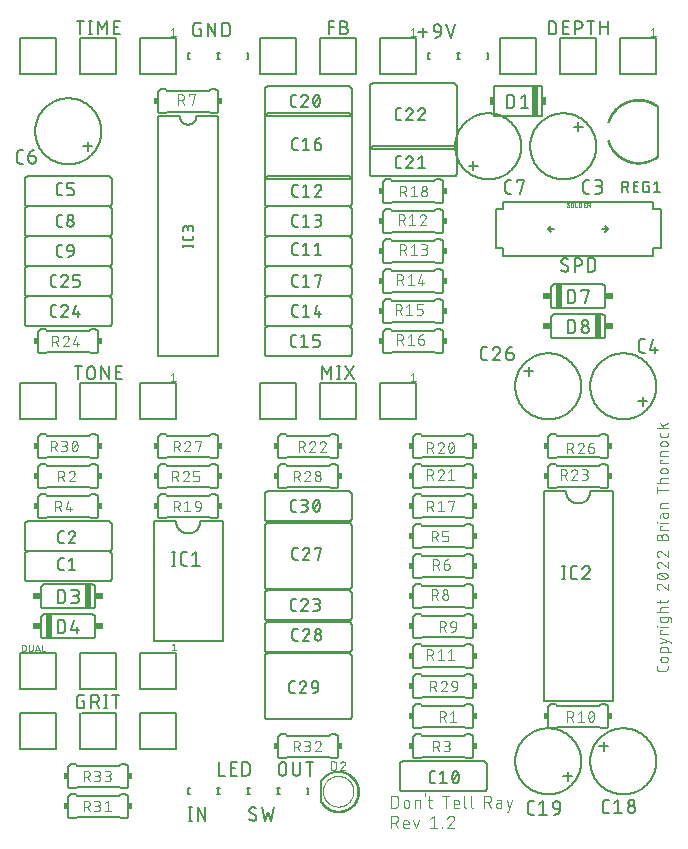
<source format=gbr>
G04 EAGLE Gerber RS-274X export*
G75*
%MOMM*%
%FSLAX34Y34*%
%LPD*%
%INSilkscreen Top*%
%IPPOS*%
%AMOC8*
5,1,8,0,0,1.08239X$1,22.5*%
G01*
%ADD10C,0.101600*%
%ADD11C,0.076200*%
%ADD12C,0.152400*%
%ADD13C,0.127000*%
%ADD14R,0.508000X2.540000*%
%ADD15R,0.381000X0.762000*%
%ADD16C,0.015238*%
%ADD17R,0.508000X2.032000*%
%ADD18R,0.635000X0.508000*%
%ADD19C,0.203200*%
%ADD20C,0.177800*%
%ADD21R,0.381000X0.508000*%
%ADD22C,0.025400*%
%ADD23C,0.050800*%


D10*
X337058Y-1397D02*
X337058Y9017D01*
X339951Y9017D01*
X340057Y9015D01*
X340162Y9009D01*
X340267Y9000D01*
X340372Y8986D01*
X340476Y8969D01*
X340580Y8948D01*
X340683Y8923D01*
X340784Y8894D01*
X340885Y8862D01*
X340984Y8826D01*
X341082Y8787D01*
X341179Y8743D01*
X341274Y8697D01*
X341367Y8647D01*
X341458Y8593D01*
X341547Y8537D01*
X341634Y8477D01*
X341719Y8414D01*
X341802Y8348D01*
X341882Y8279D01*
X341959Y8207D01*
X342034Y8132D01*
X342106Y8055D01*
X342175Y7975D01*
X342241Y7892D01*
X342304Y7807D01*
X342364Y7720D01*
X342420Y7631D01*
X342474Y7540D01*
X342524Y7447D01*
X342570Y7352D01*
X342614Y7255D01*
X342653Y7157D01*
X342689Y7058D01*
X342721Y6957D01*
X342750Y6856D01*
X342775Y6753D01*
X342796Y6649D01*
X342813Y6545D01*
X342827Y6440D01*
X342836Y6335D01*
X342842Y6230D01*
X342844Y6124D01*
X342844Y1496D01*
X342842Y1390D01*
X342836Y1285D01*
X342827Y1180D01*
X342813Y1075D01*
X342796Y971D01*
X342775Y867D01*
X342750Y764D01*
X342721Y663D01*
X342689Y562D01*
X342653Y463D01*
X342614Y365D01*
X342570Y268D01*
X342524Y173D01*
X342474Y80D01*
X342420Y-11D01*
X342364Y-100D01*
X342304Y-187D01*
X342241Y-272D01*
X342175Y-355D01*
X342106Y-435D01*
X342034Y-512D01*
X341959Y-587D01*
X341882Y-659D01*
X341802Y-728D01*
X341719Y-794D01*
X341634Y-857D01*
X341547Y-917D01*
X341458Y-973D01*
X341367Y-1027D01*
X341274Y-1077D01*
X341179Y-1123D01*
X341082Y-1167D01*
X340984Y-1206D01*
X340885Y-1242D01*
X340784Y-1274D01*
X340683Y-1303D01*
X340580Y-1328D01*
X340476Y-1349D01*
X340372Y-1366D01*
X340267Y-1380D01*
X340162Y-1389D01*
X340057Y-1395D01*
X339951Y-1397D01*
X337058Y-1397D01*
X347581Y917D02*
X347581Y3231D01*
X347583Y3325D01*
X347589Y3420D01*
X347598Y3514D01*
X347612Y3607D01*
X347629Y3700D01*
X347650Y3792D01*
X347675Y3883D01*
X347703Y3973D01*
X347735Y4062D01*
X347771Y4149D01*
X347810Y4235D01*
X347853Y4319D01*
X347899Y4402D01*
X347948Y4482D01*
X348001Y4560D01*
X348057Y4637D01*
X348116Y4710D01*
X348177Y4782D01*
X348242Y4850D01*
X348310Y4917D01*
X348380Y4980D01*
X348452Y5040D01*
X348527Y5098D01*
X348605Y5152D01*
X348684Y5203D01*
X348765Y5251D01*
X348849Y5295D01*
X348934Y5336D01*
X349020Y5373D01*
X349108Y5407D01*
X349198Y5438D01*
X349288Y5464D01*
X349380Y5487D01*
X349473Y5506D01*
X349566Y5521D01*
X349659Y5533D01*
X349753Y5541D01*
X349848Y5545D01*
X349942Y5545D01*
X350037Y5541D01*
X350131Y5533D01*
X350224Y5521D01*
X350317Y5506D01*
X350410Y5487D01*
X350502Y5464D01*
X350592Y5438D01*
X350682Y5407D01*
X350770Y5373D01*
X350856Y5336D01*
X350941Y5295D01*
X351025Y5251D01*
X351106Y5203D01*
X351185Y5152D01*
X351263Y5098D01*
X351338Y5040D01*
X351410Y4980D01*
X351480Y4917D01*
X351548Y4850D01*
X351613Y4782D01*
X351674Y4710D01*
X351733Y4637D01*
X351789Y4560D01*
X351842Y4482D01*
X351891Y4402D01*
X351937Y4319D01*
X351980Y4235D01*
X352019Y4149D01*
X352055Y4062D01*
X352087Y3973D01*
X352115Y3883D01*
X352140Y3792D01*
X352161Y3700D01*
X352178Y3607D01*
X352192Y3514D01*
X352201Y3420D01*
X352207Y3325D01*
X352209Y3231D01*
X352209Y917D01*
X352207Y823D01*
X352201Y728D01*
X352192Y634D01*
X352178Y541D01*
X352161Y448D01*
X352140Y356D01*
X352115Y265D01*
X352087Y175D01*
X352055Y86D01*
X352019Y-1D01*
X351980Y-87D01*
X351937Y-171D01*
X351891Y-254D01*
X351842Y-334D01*
X351789Y-412D01*
X351733Y-489D01*
X351674Y-562D01*
X351613Y-634D01*
X351548Y-702D01*
X351480Y-769D01*
X351410Y-832D01*
X351338Y-892D01*
X351263Y-950D01*
X351185Y-1004D01*
X351106Y-1055D01*
X351025Y-1103D01*
X350941Y-1147D01*
X350856Y-1188D01*
X350770Y-1225D01*
X350682Y-1259D01*
X350592Y-1290D01*
X350502Y-1316D01*
X350410Y-1339D01*
X350317Y-1358D01*
X350224Y-1373D01*
X350131Y-1385D01*
X350037Y-1393D01*
X349942Y-1397D01*
X349848Y-1397D01*
X349753Y-1393D01*
X349659Y-1385D01*
X349566Y-1373D01*
X349473Y-1358D01*
X349380Y-1339D01*
X349288Y-1316D01*
X349198Y-1290D01*
X349108Y-1259D01*
X349020Y-1225D01*
X348934Y-1188D01*
X348849Y-1147D01*
X348765Y-1103D01*
X348684Y-1055D01*
X348605Y-1004D01*
X348527Y-950D01*
X348452Y-892D01*
X348380Y-832D01*
X348310Y-769D01*
X348242Y-702D01*
X348177Y-634D01*
X348116Y-562D01*
X348057Y-489D01*
X348001Y-412D01*
X347948Y-334D01*
X347899Y-254D01*
X347853Y-171D01*
X347810Y-87D01*
X347771Y-1D01*
X347735Y86D01*
X347703Y175D01*
X347675Y265D01*
X347650Y356D01*
X347629Y448D01*
X347612Y541D01*
X347598Y634D01*
X347589Y728D01*
X347583Y823D01*
X347581Y917D01*
X356839Y-1397D02*
X356839Y5546D01*
X359732Y5546D01*
X359815Y5544D01*
X359897Y5538D01*
X359979Y5528D01*
X360061Y5515D01*
X360141Y5497D01*
X360221Y5476D01*
X360300Y5451D01*
X360377Y5422D01*
X360453Y5389D01*
X360527Y5353D01*
X360600Y5313D01*
X360671Y5270D01*
X360739Y5224D01*
X360805Y5175D01*
X360869Y5122D01*
X360930Y5066D01*
X360988Y5008D01*
X361044Y4947D01*
X361097Y4883D01*
X361146Y4817D01*
X361192Y4749D01*
X361235Y4678D01*
X361275Y4606D01*
X361311Y4531D01*
X361344Y4455D01*
X361373Y4378D01*
X361398Y4299D01*
X361419Y4219D01*
X361437Y4139D01*
X361450Y4057D01*
X361460Y3975D01*
X361466Y3893D01*
X361468Y3810D01*
X361467Y3810D02*
X361467Y-1397D01*
X365325Y9017D02*
X365325Y11331D01*
X367960Y5546D02*
X371431Y5546D01*
X369117Y9017D02*
X369117Y339D01*
X369116Y339D02*
X369118Y256D01*
X369124Y174D01*
X369134Y92D01*
X369147Y10D01*
X369165Y-70D01*
X369186Y-150D01*
X369211Y-229D01*
X369240Y-306D01*
X369273Y-382D01*
X369309Y-456D01*
X369349Y-529D01*
X369392Y-600D01*
X369438Y-668D01*
X369487Y-734D01*
X369540Y-798D01*
X369596Y-859D01*
X369654Y-917D01*
X369715Y-973D01*
X369779Y-1026D01*
X369845Y-1075D01*
X369913Y-1121D01*
X369984Y-1164D01*
X370057Y-1204D01*
X370131Y-1240D01*
X370207Y-1273D01*
X370284Y-1302D01*
X370363Y-1327D01*
X370443Y-1348D01*
X370523Y-1366D01*
X370605Y-1379D01*
X370687Y-1389D01*
X370769Y-1395D01*
X370852Y-1397D01*
X371431Y-1397D01*
X383156Y-1397D02*
X383156Y9017D01*
X380263Y9017D02*
X386049Y9017D01*
X391493Y-1397D02*
X394386Y-1397D01*
X391493Y-1397D02*
X391410Y-1395D01*
X391328Y-1389D01*
X391246Y-1379D01*
X391164Y-1366D01*
X391084Y-1348D01*
X391004Y-1327D01*
X390925Y-1302D01*
X390848Y-1273D01*
X390772Y-1240D01*
X390698Y-1204D01*
X390625Y-1164D01*
X390554Y-1121D01*
X390486Y-1075D01*
X390420Y-1026D01*
X390356Y-973D01*
X390295Y-917D01*
X390237Y-859D01*
X390181Y-798D01*
X390128Y-734D01*
X390079Y-668D01*
X390033Y-600D01*
X389990Y-529D01*
X389950Y-457D01*
X389914Y-382D01*
X389881Y-306D01*
X389852Y-229D01*
X389827Y-150D01*
X389806Y-70D01*
X389788Y10D01*
X389775Y92D01*
X389765Y174D01*
X389759Y256D01*
X389757Y339D01*
X389757Y3231D01*
X389759Y3325D01*
X389765Y3420D01*
X389774Y3514D01*
X389788Y3607D01*
X389805Y3700D01*
X389826Y3792D01*
X389851Y3883D01*
X389879Y3973D01*
X389911Y4062D01*
X389947Y4149D01*
X389986Y4235D01*
X390029Y4319D01*
X390075Y4402D01*
X390124Y4482D01*
X390177Y4560D01*
X390233Y4637D01*
X390292Y4710D01*
X390353Y4782D01*
X390418Y4850D01*
X390486Y4917D01*
X390556Y4980D01*
X390628Y5040D01*
X390703Y5098D01*
X390781Y5152D01*
X390860Y5203D01*
X390941Y5251D01*
X391025Y5295D01*
X391110Y5336D01*
X391196Y5373D01*
X391284Y5407D01*
X391374Y5438D01*
X391464Y5464D01*
X391556Y5487D01*
X391649Y5506D01*
X391742Y5521D01*
X391835Y5533D01*
X391929Y5541D01*
X392024Y5545D01*
X392118Y5545D01*
X392213Y5541D01*
X392307Y5533D01*
X392400Y5521D01*
X392493Y5506D01*
X392586Y5487D01*
X392678Y5464D01*
X392768Y5438D01*
X392858Y5407D01*
X392946Y5373D01*
X393032Y5336D01*
X393117Y5295D01*
X393201Y5251D01*
X393282Y5203D01*
X393361Y5152D01*
X393439Y5098D01*
X393514Y5040D01*
X393586Y4980D01*
X393656Y4917D01*
X393724Y4850D01*
X393789Y4782D01*
X393850Y4710D01*
X393909Y4637D01*
X393965Y4560D01*
X394018Y4482D01*
X394067Y4402D01*
X394113Y4319D01*
X394156Y4235D01*
X394195Y4149D01*
X394231Y4062D01*
X394263Y3973D01*
X394291Y3883D01*
X394316Y3792D01*
X394337Y3700D01*
X394354Y3607D01*
X394368Y3514D01*
X394377Y3420D01*
X394383Y3325D01*
X394385Y3231D01*
X394386Y3231D02*
X394386Y2074D01*
X389757Y2074D01*
X398795Y339D02*
X398795Y9017D01*
X398795Y339D02*
X398797Y256D01*
X398803Y174D01*
X398813Y92D01*
X398826Y10D01*
X398844Y-70D01*
X398865Y-150D01*
X398890Y-229D01*
X398919Y-306D01*
X398952Y-382D01*
X398988Y-456D01*
X399028Y-529D01*
X399071Y-600D01*
X399117Y-668D01*
X399166Y-734D01*
X399219Y-798D01*
X399275Y-859D01*
X399333Y-917D01*
X399394Y-973D01*
X399458Y-1026D01*
X399524Y-1075D01*
X399592Y-1121D01*
X399663Y-1164D01*
X399736Y-1204D01*
X399810Y-1240D01*
X399886Y-1273D01*
X399963Y-1302D01*
X400042Y-1327D01*
X400122Y-1348D01*
X400202Y-1366D01*
X400284Y-1379D01*
X400366Y-1389D01*
X400448Y-1395D01*
X400531Y-1397D01*
X404282Y339D02*
X404282Y9017D01*
X404281Y339D02*
X404283Y256D01*
X404289Y174D01*
X404299Y92D01*
X404312Y10D01*
X404330Y-70D01*
X404351Y-150D01*
X404376Y-229D01*
X404405Y-306D01*
X404438Y-382D01*
X404474Y-456D01*
X404514Y-529D01*
X404557Y-600D01*
X404603Y-668D01*
X404652Y-734D01*
X404705Y-798D01*
X404761Y-859D01*
X404819Y-917D01*
X404880Y-973D01*
X404944Y-1026D01*
X405010Y-1075D01*
X405078Y-1121D01*
X405149Y-1164D01*
X405222Y-1204D01*
X405296Y-1240D01*
X405372Y-1273D01*
X405449Y-1302D01*
X405528Y-1327D01*
X405608Y-1348D01*
X405688Y-1366D01*
X405770Y-1379D01*
X405852Y-1389D01*
X405934Y-1395D01*
X406017Y-1397D01*
X415652Y-1397D02*
X415652Y9017D01*
X418544Y9017D01*
X418651Y9015D01*
X418758Y9009D01*
X418864Y8999D01*
X418970Y8985D01*
X419076Y8968D01*
X419180Y8946D01*
X419284Y8921D01*
X419387Y8891D01*
X419489Y8858D01*
X419589Y8822D01*
X419688Y8781D01*
X419785Y8737D01*
X419881Y8689D01*
X419975Y8638D01*
X420067Y8584D01*
X420157Y8526D01*
X420244Y8464D01*
X420330Y8400D01*
X420413Y8333D01*
X420493Y8262D01*
X420571Y8188D01*
X420646Y8112D01*
X420718Y8033D01*
X420787Y7952D01*
X420853Y7867D01*
X420916Y7781D01*
X420975Y7692D01*
X421031Y7601D01*
X421084Y7508D01*
X421134Y7414D01*
X421180Y7317D01*
X421222Y7219D01*
X421260Y7119D01*
X421295Y7018D01*
X421327Y6916D01*
X421354Y6812D01*
X421377Y6708D01*
X421397Y6603D01*
X421413Y6497D01*
X421425Y6391D01*
X421433Y6284D01*
X421437Y6177D01*
X421437Y6071D01*
X421433Y5964D01*
X421425Y5857D01*
X421413Y5751D01*
X421397Y5645D01*
X421377Y5540D01*
X421354Y5436D01*
X421327Y5332D01*
X421295Y5230D01*
X421260Y5129D01*
X421222Y5029D01*
X421180Y4931D01*
X421134Y4834D01*
X421084Y4740D01*
X421031Y4647D01*
X420975Y4556D01*
X420916Y4467D01*
X420853Y4381D01*
X420787Y4296D01*
X420718Y4215D01*
X420646Y4136D01*
X420571Y4060D01*
X420493Y3986D01*
X420413Y3915D01*
X420330Y3848D01*
X420244Y3784D01*
X420157Y3722D01*
X420067Y3664D01*
X419975Y3610D01*
X419881Y3559D01*
X419785Y3511D01*
X419688Y3467D01*
X419589Y3426D01*
X419489Y3390D01*
X419387Y3357D01*
X419284Y3327D01*
X419180Y3302D01*
X419076Y3280D01*
X418970Y3263D01*
X418864Y3249D01*
X418758Y3239D01*
X418651Y3233D01*
X418544Y3231D01*
X415652Y3231D01*
X419123Y3231D02*
X421437Y-1397D01*
X427730Y2653D02*
X430334Y2653D01*
X427730Y2653D02*
X427642Y2651D01*
X427554Y2645D01*
X427466Y2636D01*
X427378Y2622D01*
X427292Y2605D01*
X427206Y2584D01*
X427121Y2559D01*
X427037Y2531D01*
X426955Y2499D01*
X426874Y2463D01*
X426795Y2424D01*
X426718Y2382D01*
X426642Y2336D01*
X426569Y2287D01*
X426497Y2235D01*
X426428Y2179D01*
X426362Y2121D01*
X426298Y2060D01*
X426237Y1996D01*
X426179Y1930D01*
X426123Y1861D01*
X426071Y1789D01*
X426022Y1716D01*
X425976Y1641D01*
X425934Y1563D01*
X425895Y1484D01*
X425859Y1403D01*
X425827Y1321D01*
X425799Y1237D01*
X425774Y1152D01*
X425753Y1066D01*
X425736Y980D01*
X425722Y892D01*
X425713Y804D01*
X425707Y716D01*
X425705Y628D01*
X425707Y540D01*
X425713Y452D01*
X425722Y364D01*
X425736Y276D01*
X425753Y190D01*
X425774Y104D01*
X425799Y19D01*
X425827Y-65D01*
X425859Y-147D01*
X425895Y-228D01*
X425934Y-307D01*
X425976Y-384D01*
X426022Y-460D01*
X426071Y-533D01*
X426123Y-605D01*
X426179Y-674D01*
X426237Y-740D01*
X426298Y-804D01*
X426362Y-865D01*
X426428Y-923D01*
X426497Y-979D01*
X426569Y-1031D01*
X426642Y-1080D01*
X426718Y-1126D01*
X426795Y-1168D01*
X426874Y-1207D01*
X426955Y-1243D01*
X427037Y-1275D01*
X427121Y-1303D01*
X427206Y-1328D01*
X427292Y-1349D01*
X427378Y-1366D01*
X427466Y-1380D01*
X427554Y-1389D01*
X427642Y-1395D01*
X427730Y-1397D01*
X430334Y-1397D01*
X430334Y3810D01*
X430332Y3893D01*
X430326Y3975D01*
X430316Y4057D01*
X430303Y4139D01*
X430285Y4219D01*
X430264Y4299D01*
X430239Y4378D01*
X430210Y4455D01*
X430177Y4531D01*
X430141Y4605D01*
X430101Y4678D01*
X430058Y4749D01*
X430012Y4817D01*
X429963Y4883D01*
X429910Y4947D01*
X429854Y5008D01*
X429796Y5066D01*
X429735Y5122D01*
X429671Y5175D01*
X429605Y5224D01*
X429537Y5270D01*
X429466Y5313D01*
X429393Y5353D01*
X429319Y5389D01*
X429243Y5422D01*
X429166Y5451D01*
X429087Y5476D01*
X429007Y5497D01*
X428927Y5515D01*
X428845Y5528D01*
X428763Y5538D01*
X428681Y5544D01*
X428598Y5546D01*
X426284Y5546D01*
X434677Y-4868D02*
X435834Y-4868D01*
X439305Y5546D01*
X434677Y5546D02*
X436991Y-1397D01*
X337058Y-8128D02*
X337058Y-18542D01*
X337058Y-8128D02*
X339951Y-8128D01*
X340058Y-8130D01*
X340165Y-8136D01*
X340271Y-8146D01*
X340377Y-8160D01*
X340483Y-8177D01*
X340587Y-8199D01*
X340691Y-8224D01*
X340794Y-8254D01*
X340896Y-8287D01*
X340996Y-8323D01*
X341095Y-8364D01*
X341192Y-8408D01*
X341288Y-8456D01*
X341382Y-8507D01*
X341474Y-8561D01*
X341564Y-8619D01*
X341651Y-8681D01*
X341737Y-8745D01*
X341820Y-8812D01*
X341900Y-8883D01*
X341978Y-8957D01*
X342053Y-9033D01*
X342125Y-9112D01*
X342194Y-9193D01*
X342260Y-9278D01*
X342323Y-9364D01*
X342382Y-9453D01*
X342438Y-9544D01*
X342491Y-9637D01*
X342541Y-9731D01*
X342587Y-9828D01*
X342629Y-9926D01*
X342667Y-10026D01*
X342702Y-10127D01*
X342734Y-10229D01*
X342761Y-10333D01*
X342784Y-10437D01*
X342804Y-10542D01*
X342820Y-10648D01*
X342832Y-10754D01*
X342840Y-10861D01*
X342844Y-10968D01*
X342844Y-11074D01*
X342840Y-11181D01*
X342832Y-11288D01*
X342820Y-11394D01*
X342804Y-11500D01*
X342784Y-11605D01*
X342761Y-11709D01*
X342734Y-11813D01*
X342702Y-11915D01*
X342667Y-12016D01*
X342629Y-12116D01*
X342587Y-12214D01*
X342541Y-12311D01*
X342491Y-12405D01*
X342438Y-12498D01*
X342382Y-12589D01*
X342323Y-12678D01*
X342260Y-12764D01*
X342194Y-12849D01*
X342125Y-12930D01*
X342053Y-13009D01*
X341978Y-13085D01*
X341900Y-13159D01*
X341820Y-13230D01*
X341737Y-13297D01*
X341651Y-13361D01*
X341564Y-13423D01*
X341474Y-13481D01*
X341382Y-13535D01*
X341288Y-13586D01*
X341192Y-13634D01*
X341095Y-13678D01*
X340996Y-13719D01*
X340896Y-13755D01*
X340794Y-13788D01*
X340691Y-13818D01*
X340587Y-13843D01*
X340483Y-13865D01*
X340377Y-13882D01*
X340271Y-13896D01*
X340165Y-13906D01*
X340058Y-13912D01*
X339951Y-13914D01*
X337058Y-13914D01*
X340529Y-13914D02*
X342844Y-18542D01*
X348903Y-18542D02*
X351796Y-18542D01*
X348903Y-18542D02*
X348820Y-18540D01*
X348738Y-18534D01*
X348656Y-18524D01*
X348574Y-18511D01*
X348494Y-18493D01*
X348414Y-18472D01*
X348335Y-18447D01*
X348258Y-18418D01*
X348182Y-18385D01*
X348108Y-18349D01*
X348035Y-18309D01*
X347964Y-18266D01*
X347896Y-18220D01*
X347830Y-18171D01*
X347766Y-18118D01*
X347705Y-18062D01*
X347647Y-18004D01*
X347591Y-17943D01*
X347538Y-17879D01*
X347489Y-17813D01*
X347443Y-17745D01*
X347400Y-17674D01*
X347360Y-17602D01*
X347324Y-17527D01*
X347291Y-17451D01*
X347262Y-17374D01*
X347237Y-17295D01*
X347216Y-17215D01*
X347198Y-17135D01*
X347185Y-17053D01*
X347175Y-16971D01*
X347169Y-16889D01*
X347167Y-16806D01*
X347168Y-16806D02*
X347168Y-13914D01*
X347170Y-13820D01*
X347176Y-13725D01*
X347185Y-13631D01*
X347199Y-13538D01*
X347216Y-13445D01*
X347237Y-13353D01*
X347262Y-13262D01*
X347290Y-13172D01*
X347322Y-13083D01*
X347358Y-12996D01*
X347397Y-12910D01*
X347440Y-12826D01*
X347486Y-12743D01*
X347535Y-12663D01*
X347588Y-12585D01*
X347644Y-12508D01*
X347703Y-12435D01*
X347764Y-12363D01*
X347829Y-12295D01*
X347897Y-12228D01*
X347967Y-12165D01*
X348039Y-12105D01*
X348114Y-12047D01*
X348192Y-11993D01*
X348271Y-11942D01*
X348352Y-11894D01*
X348436Y-11850D01*
X348521Y-11809D01*
X348607Y-11772D01*
X348695Y-11738D01*
X348785Y-11707D01*
X348875Y-11681D01*
X348967Y-11658D01*
X349060Y-11639D01*
X349153Y-11624D01*
X349246Y-11612D01*
X349340Y-11604D01*
X349435Y-11600D01*
X349529Y-11600D01*
X349624Y-11604D01*
X349718Y-11612D01*
X349811Y-11624D01*
X349904Y-11639D01*
X349997Y-11658D01*
X350089Y-11681D01*
X350179Y-11707D01*
X350269Y-11738D01*
X350357Y-11772D01*
X350443Y-11809D01*
X350528Y-11850D01*
X350612Y-11894D01*
X350693Y-11942D01*
X350772Y-11993D01*
X350850Y-12047D01*
X350925Y-12105D01*
X350997Y-12165D01*
X351067Y-12228D01*
X351135Y-12295D01*
X351200Y-12363D01*
X351261Y-12435D01*
X351320Y-12508D01*
X351376Y-12585D01*
X351429Y-12663D01*
X351478Y-12743D01*
X351524Y-12826D01*
X351567Y-12910D01*
X351606Y-12996D01*
X351642Y-13083D01*
X351674Y-13172D01*
X351702Y-13262D01*
X351727Y-13353D01*
X351748Y-13445D01*
X351765Y-13538D01*
X351779Y-13631D01*
X351788Y-13725D01*
X351794Y-13820D01*
X351796Y-13914D01*
X351796Y-15071D01*
X347168Y-15071D01*
X355740Y-11599D02*
X358054Y-18542D01*
X360369Y-11599D01*
X369906Y-10442D02*
X372799Y-8128D01*
X372799Y-18542D01*
X369906Y-18542D02*
X375692Y-18542D01*
X379711Y-18542D02*
X379711Y-17963D01*
X380289Y-17963D01*
X380289Y-18542D01*
X379711Y-18542D01*
X390094Y-10732D02*
X390092Y-10632D01*
X390086Y-10533D01*
X390077Y-10433D01*
X390063Y-10335D01*
X390046Y-10236D01*
X390026Y-10139D01*
X390001Y-10042D01*
X389973Y-9946D01*
X389941Y-9852D01*
X389905Y-9759D01*
X389866Y-9667D01*
X389824Y-9577D01*
X389778Y-9488D01*
X389728Y-9401D01*
X389676Y-9317D01*
X389620Y-9234D01*
X389561Y-9153D01*
X389499Y-9075D01*
X389434Y-8999D01*
X389366Y-8926D01*
X389296Y-8856D01*
X389223Y-8788D01*
X389147Y-8723D01*
X389069Y-8661D01*
X388988Y-8602D01*
X388905Y-8546D01*
X388821Y-8494D01*
X388734Y-8444D01*
X388645Y-8398D01*
X388555Y-8356D01*
X388463Y-8317D01*
X388370Y-8281D01*
X388276Y-8249D01*
X388180Y-8221D01*
X388083Y-8196D01*
X387986Y-8176D01*
X387887Y-8159D01*
X387789Y-8145D01*
X387689Y-8136D01*
X387590Y-8130D01*
X387490Y-8128D01*
X387376Y-8130D01*
X387263Y-8136D01*
X387150Y-8145D01*
X387037Y-8159D01*
X386924Y-8176D01*
X386813Y-8197D01*
X386702Y-8222D01*
X386592Y-8251D01*
X386483Y-8283D01*
X386375Y-8319D01*
X386268Y-8359D01*
X386163Y-8402D01*
X386060Y-8449D01*
X385958Y-8500D01*
X385858Y-8553D01*
X385759Y-8611D01*
X385663Y-8671D01*
X385569Y-8735D01*
X385477Y-8802D01*
X385387Y-8872D01*
X385300Y-8945D01*
X385215Y-9020D01*
X385133Y-9099D01*
X385054Y-9181D01*
X384978Y-9265D01*
X384904Y-9351D01*
X384833Y-9440D01*
X384766Y-9532D01*
X384701Y-9626D01*
X384640Y-9721D01*
X384582Y-9819D01*
X384528Y-9919D01*
X384477Y-10021D01*
X384429Y-10124D01*
X384385Y-10229D01*
X384345Y-10335D01*
X384308Y-10442D01*
X389225Y-12757D02*
X389299Y-12684D01*
X389369Y-12609D01*
X389437Y-12532D01*
X389501Y-12452D01*
X389563Y-12370D01*
X389622Y-12285D01*
X389678Y-12198D01*
X389730Y-12110D01*
X389779Y-12019D01*
X389825Y-11927D01*
X389867Y-11833D01*
X389906Y-11738D01*
X389941Y-11641D01*
X389973Y-11543D01*
X390001Y-11444D01*
X390025Y-11344D01*
X390046Y-11244D01*
X390063Y-11142D01*
X390076Y-11040D01*
X390085Y-10938D01*
X390091Y-10835D01*
X390093Y-10732D01*
X389226Y-12756D02*
X384308Y-18542D01*
X390094Y-18542D01*
D11*
X571119Y116769D02*
X571119Y118858D01*
X571119Y116769D02*
X571117Y116680D01*
X571111Y116592D01*
X571102Y116504D01*
X571089Y116416D01*
X571072Y116329D01*
X571052Y116243D01*
X571027Y116158D01*
X571000Y116073D01*
X570968Y115990D01*
X570934Y115909D01*
X570895Y115829D01*
X570854Y115751D01*
X570809Y115674D01*
X570761Y115600D01*
X570710Y115527D01*
X570656Y115457D01*
X570598Y115390D01*
X570538Y115324D01*
X570476Y115262D01*
X570410Y115202D01*
X570343Y115144D01*
X570273Y115090D01*
X570200Y115039D01*
X570126Y114991D01*
X570049Y114946D01*
X569971Y114905D01*
X569891Y114866D01*
X569810Y114832D01*
X569727Y114800D01*
X569642Y114773D01*
X569557Y114748D01*
X569471Y114728D01*
X569384Y114711D01*
X569296Y114698D01*
X569208Y114689D01*
X569120Y114683D01*
X569031Y114681D01*
X563809Y114681D01*
X563718Y114683D01*
X563627Y114689D01*
X563536Y114699D01*
X563446Y114713D01*
X563357Y114731D01*
X563268Y114752D01*
X563181Y114778D01*
X563095Y114807D01*
X563010Y114840D01*
X562926Y114877D01*
X562844Y114917D01*
X562765Y114961D01*
X562687Y115008D01*
X562611Y115059D01*
X562537Y115113D01*
X562466Y115170D01*
X562398Y115230D01*
X562332Y115293D01*
X562269Y115359D01*
X562209Y115427D01*
X562152Y115498D01*
X562098Y115572D01*
X562047Y115648D01*
X562000Y115725D01*
X561956Y115805D01*
X561916Y115887D01*
X561879Y115971D01*
X561846Y116055D01*
X561817Y116142D01*
X561791Y116229D01*
X561770Y116318D01*
X561752Y116407D01*
X561738Y116497D01*
X561728Y116588D01*
X561722Y116679D01*
X561720Y116770D01*
X561721Y116769D02*
X561721Y118858D01*
X566942Y122239D02*
X569031Y122239D01*
X566942Y122240D02*
X566852Y122242D01*
X566763Y122248D01*
X566673Y122257D01*
X566584Y122271D01*
X566496Y122288D01*
X566409Y122309D01*
X566322Y122334D01*
X566237Y122363D01*
X566153Y122395D01*
X566071Y122430D01*
X565990Y122470D01*
X565911Y122512D01*
X565834Y122558D01*
X565759Y122608D01*
X565686Y122660D01*
X565615Y122716D01*
X565547Y122774D01*
X565482Y122836D01*
X565419Y122900D01*
X565359Y122967D01*
X565302Y123036D01*
X565248Y123108D01*
X565197Y123182D01*
X565149Y123258D01*
X565105Y123336D01*
X565064Y123416D01*
X565026Y123498D01*
X564992Y123581D01*
X564962Y123666D01*
X564935Y123752D01*
X564912Y123838D01*
X564893Y123926D01*
X564878Y124015D01*
X564866Y124104D01*
X564858Y124193D01*
X564854Y124283D01*
X564854Y124373D01*
X564858Y124463D01*
X564866Y124552D01*
X564878Y124641D01*
X564893Y124730D01*
X564912Y124818D01*
X564935Y124904D01*
X564962Y124990D01*
X564992Y125075D01*
X565026Y125158D01*
X565064Y125240D01*
X565105Y125320D01*
X565149Y125398D01*
X565197Y125474D01*
X565248Y125548D01*
X565302Y125620D01*
X565359Y125689D01*
X565419Y125756D01*
X565482Y125820D01*
X565547Y125882D01*
X565615Y125940D01*
X565686Y125996D01*
X565759Y126048D01*
X565834Y126098D01*
X565911Y126144D01*
X565990Y126186D01*
X566071Y126226D01*
X566153Y126261D01*
X566237Y126293D01*
X566322Y126322D01*
X566409Y126347D01*
X566496Y126368D01*
X566584Y126385D01*
X566673Y126399D01*
X566763Y126408D01*
X566852Y126414D01*
X566942Y126416D01*
X569031Y126416D01*
X569121Y126414D01*
X569210Y126408D01*
X569300Y126399D01*
X569389Y126385D01*
X569477Y126368D01*
X569564Y126347D01*
X569651Y126322D01*
X569736Y126293D01*
X569820Y126261D01*
X569902Y126226D01*
X569983Y126186D01*
X570062Y126144D01*
X570139Y126098D01*
X570214Y126048D01*
X570287Y125996D01*
X570358Y125940D01*
X570426Y125882D01*
X570491Y125820D01*
X570554Y125756D01*
X570614Y125689D01*
X570671Y125620D01*
X570725Y125548D01*
X570776Y125474D01*
X570824Y125398D01*
X570868Y125320D01*
X570909Y125240D01*
X570947Y125158D01*
X570981Y125075D01*
X571011Y124990D01*
X571038Y124904D01*
X571061Y124818D01*
X571080Y124730D01*
X571095Y124641D01*
X571107Y124552D01*
X571115Y124463D01*
X571119Y124373D01*
X571119Y124283D01*
X571115Y124193D01*
X571107Y124104D01*
X571095Y124015D01*
X571080Y123926D01*
X571061Y123838D01*
X571038Y123752D01*
X571011Y123666D01*
X570981Y123581D01*
X570947Y123498D01*
X570909Y123416D01*
X570868Y123336D01*
X570824Y123258D01*
X570776Y123182D01*
X570725Y123108D01*
X570671Y123036D01*
X570614Y122967D01*
X570554Y122900D01*
X570491Y122836D01*
X570426Y122774D01*
X570358Y122716D01*
X570287Y122660D01*
X570214Y122608D01*
X570139Y122558D01*
X570062Y122512D01*
X569983Y122470D01*
X569902Y122430D01*
X569820Y122395D01*
X569736Y122363D01*
X569651Y122334D01*
X569564Y122309D01*
X569477Y122288D01*
X569389Y122271D01*
X569300Y122257D01*
X569210Y122248D01*
X569121Y122242D01*
X569031Y122240D01*
X564854Y130514D02*
X574252Y130514D01*
X564854Y130514D02*
X564854Y133125D01*
X564856Y133202D01*
X564862Y133278D01*
X564871Y133355D01*
X564884Y133431D01*
X564901Y133506D01*
X564921Y133580D01*
X564946Y133653D01*
X564973Y133724D01*
X565004Y133795D01*
X565039Y133863D01*
X565077Y133930D01*
X565118Y133995D01*
X565162Y134058D01*
X565209Y134118D01*
X565260Y134177D01*
X565313Y134232D01*
X565368Y134285D01*
X565427Y134336D01*
X565487Y134383D01*
X565550Y134427D01*
X565615Y134468D01*
X565682Y134506D01*
X565750Y134541D01*
X565821Y134572D01*
X565892Y134599D01*
X565965Y134624D01*
X566039Y134644D01*
X566114Y134661D01*
X566190Y134674D01*
X566266Y134683D01*
X566343Y134689D01*
X566420Y134691D01*
X569553Y134691D01*
X569630Y134689D01*
X569706Y134683D01*
X569783Y134674D01*
X569859Y134661D01*
X569934Y134644D01*
X570008Y134624D01*
X570081Y134599D01*
X570152Y134572D01*
X570223Y134541D01*
X570291Y134506D01*
X570358Y134468D01*
X570423Y134427D01*
X570486Y134383D01*
X570546Y134336D01*
X570605Y134285D01*
X570660Y134232D01*
X570713Y134177D01*
X570764Y134118D01*
X570811Y134058D01*
X570855Y133995D01*
X570896Y133930D01*
X570934Y133863D01*
X570969Y133795D01*
X571000Y133724D01*
X571027Y133653D01*
X571052Y133580D01*
X571072Y133506D01*
X571089Y133431D01*
X571102Y133355D01*
X571111Y133278D01*
X571117Y133202D01*
X571119Y133125D01*
X571119Y130514D01*
X574252Y138089D02*
X574252Y139133D01*
X564854Y142266D01*
X564854Y138089D02*
X571119Y140177D01*
X571119Y146065D02*
X564854Y146065D01*
X564854Y149198D01*
X565898Y149198D01*
X564854Y152064D02*
X571119Y152064D01*
X562243Y151803D02*
X561721Y151803D01*
X561721Y152325D01*
X562243Y152325D01*
X562243Y151803D01*
X571119Y157288D02*
X571119Y159898D01*
X571119Y157288D02*
X571117Y157211D01*
X571111Y157135D01*
X571102Y157058D01*
X571089Y156982D01*
X571072Y156907D01*
X571052Y156833D01*
X571027Y156760D01*
X571000Y156689D01*
X570969Y156618D01*
X570934Y156550D01*
X570896Y156483D01*
X570855Y156418D01*
X570811Y156355D01*
X570764Y156295D01*
X570713Y156236D01*
X570660Y156181D01*
X570605Y156128D01*
X570546Y156077D01*
X570486Y156030D01*
X570423Y155986D01*
X570358Y155945D01*
X570291Y155907D01*
X570223Y155872D01*
X570152Y155841D01*
X570081Y155814D01*
X570008Y155789D01*
X569934Y155769D01*
X569859Y155752D01*
X569783Y155739D01*
X569706Y155730D01*
X569630Y155724D01*
X569553Y155722D01*
X569553Y155721D02*
X566420Y155721D01*
X566420Y155722D02*
X566343Y155724D01*
X566267Y155730D01*
X566190Y155739D01*
X566114Y155752D01*
X566039Y155769D01*
X565965Y155789D01*
X565892Y155814D01*
X565821Y155841D01*
X565750Y155872D01*
X565682Y155907D01*
X565615Y155945D01*
X565550Y155986D01*
X565487Y156030D01*
X565427Y156077D01*
X565368Y156128D01*
X565313Y156181D01*
X565260Y156236D01*
X565209Y156295D01*
X565162Y156355D01*
X565118Y156418D01*
X565077Y156483D01*
X565039Y156550D01*
X565004Y156618D01*
X564973Y156689D01*
X564946Y156760D01*
X564921Y156833D01*
X564901Y156907D01*
X564884Y156982D01*
X564871Y157058D01*
X564862Y157135D01*
X564856Y157211D01*
X564854Y157288D01*
X564854Y159898D01*
X572685Y159898D01*
X572762Y159896D01*
X572838Y159890D01*
X572915Y159881D01*
X572991Y159868D01*
X573066Y159851D01*
X573140Y159831D01*
X573213Y159806D01*
X573284Y159779D01*
X573355Y159748D01*
X573423Y159713D01*
X573490Y159675D01*
X573555Y159634D01*
X573618Y159590D01*
X573678Y159543D01*
X573737Y159492D01*
X573792Y159439D01*
X573845Y159384D01*
X573896Y159325D01*
X573943Y159265D01*
X573987Y159202D01*
X574028Y159137D01*
X574066Y159070D01*
X574101Y159002D01*
X574132Y158931D01*
X574159Y158860D01*
X574184Y158787D01*
X574204Y158713D01*
X574221Y158638D01*
X574234Y158562D01*
X574243Y158485D01*
X574249Y158409D01*
X574251Y158332D01*
X574252Y158332D02*
X574252Y156243D01*
X571119Y164301D02*
X561721Y164301D01*
X564854Y164301D02*
X564854Y166912D01*
X564856Y166989D01*
X564862Y167065D01*
X564871Y167142D01*
X564884Y167218D01*
X564901Y167293D01*
X564921Y167367D01*
X564946Y167440D01*
X564973Y167511D01*
X565004Y167582D01*
X565039Y167650D01*
X565077Y167717D01*
X565118Y167782D01*
X565162Y167845D01*
X565209Y167905D01*
X565260Y167964D01*
X565313Y168019D01*
X565368Y168072D01*
X565427Y168123D01*
X565487Y168170D01*
X565550Y168214D01*
X565615Y168255D01*
X565682Y168293D01*
X565750Y168328D01*
X565821Y168359D01*
X565892Y168386D01*
X565965Y168411D01*
X566039Y168431D01*
X566114Y168448D01*
X566190Y168461D01*
X566266Y168470D01*
X566343Y168476D01*
X566420Y168478D01*
X571119Y168478D01*
X564854Y171762D02*
X564854Y174895D01*
X561721Y172806D02*
X569553Y172806D01*
X569553Y172807D02*
X569630Y172809D01*
X569706Y172815D01*
X569783Y172824D01*
X569859Y172837D01*
X569934Y172854D01*
X570008Y172874D01*
X570081Y172899D01*
X570152Y172926D01*
X570223Y172957D01*
X570291Y172992D01*
X570358Y173030D01*
X570423Y173071D01*
X570486Y173115D01*
X570546Y173162D01*
X570605Y173213D01*
X570660Y173266D01*
X570713Y173321D01*
X570764Y173380D01*
X570811Y173440D01*
X570855Y173503D01*
X570896Y173568D01*
X570934Y173635D01*
X570969Y173703D01*
X571000Y173774D01*
X571027Y173845D01*
X571052Y173918D01*
X571072Y173992D01*
X571089Y174067D01*
X571102Y174143D01*
X571111Y174220D01*
X571117Y174296D01*
X571119Y174373D01*
X571119Y174895D01*
X561721Y186158D02*
X561723Y186253D01*
X561729Y186347D01*
X561738Y186441D01*
X561751Y186535D01*
X561768Y186628D01*
X561789Y186720D01*
X561814Y186812D01*
X561842Y186902D01*
X561874Y186991D01*
X561909Y187079D01*
X561948Y187165D01*
X561990Y187250D01*
X562036Y187333D01*
X562085Y187414D01*
X562137Y187493D01*
X562192Y187570D01*
X562251Y187644D01*
X562312Y187716D01*
X562376Y187786D01*
X562443Y187853D01*
X562513Y187917D01*
X562585Y187978D01*
X562659Y188037D01*
X562736Y188092D01*
X562815Y188144D01*
X562896Y188193D01*
X562979Y188239D01*
X563064Y188281D01*
X563150Y188320D01*
X563238Y188355D01*
X563327Y188387D01*
X563417Y188415D01*
X563509Y188440D01*
X563601Y188461D01*
X563694Y188478D01*
X563788Y188491D01*
X563882Y188500D01*
X563976Y188506D01*
X564071Y188508D01*
X561721Y186158D02*
X561723Y186050D01*
X561729Y185941D01*
X561739Y185833D01*
X561752Y185726D01*
X561770Y185619D01*
X561791Y185512D01*
X561816Y185407D01*
X561845Y185302D01*
X561877Y185199D01*
X561914Y185097D01*
X561954Y184996D01*
X561997Y184897D01*
X562044Y184799D01*
X562095Y184703D01*
X562149Y184609D01*
X562206Y184517D01*
X562267Y184427D01*
X562331Y184339D01*
X562397Y184254D01*
X562467Y184171D01*
X562540Y184091D01*
X562616Y184013D01*
X562694Y183938D01*
X562775Y183866D01*
X562859Y183797D01*
X562945Y183731D01*
X563033Y183668D01*
X563124Y183609D01*
X563216Y183552D01*
X563311Y183499D01*
X563408Y183450D01*
X563506Y183404D01*
X563605Y183361D01*
X563707Y183322D01*
X563809Y183287D01*
X565899Y187725D02*
X565830Y187794D01*
X565759Y187860D01*
X565686Y187924D01*
X565610Y187985D01*
X565531Y188043D01*
X565451Y188097D01*
X565368Y188149D01*
X565284Y188197D01*
X565198Y188243D01*
X565110Y188284D01*
X565020Y188323D01*
X564929Y188358D01*
X564837Y188389D01*
X564744Y188417D01*
X564650Y188441D01*
X564555Y188461D01*
X564459Y188478D01*
X564362Y188491D01*
X564265Y188500D01*
X564168Y188506D01*
X564071Y188508D01*
X565898Y187724D02*
X571119Y183286D01*
X571119Y188507D01*
X566420Y192430D02*
X566235Y192432D01*
X566050Y192439D01*
X565866Y192450D01*
X565682Y192465D01*
X565498Y192485D01*
X565314Y192509D01*
X565132Y192538D01*
X564950Y192571D01*
X564769Y192608D01*
X564589Y192650D01*
X564409Y192696D01*
X564231Y192746D01*
X564055Y192800D01*
X563879Y192859D01*
X563705Y192921D01*
X563533Y192988D01*
X563362Y193059D01*
X563193Y193134D01*
X563026Y193213D01*
X562946Y193243D01*
X562867Y193276D01*
X562790Y193313D01*
X562714Y193353D01*
X562640Y193396D01*
X562568Y193442D01*
X562499Y193492D01*
X562431Y193544D01*
X562366Y193600D01*
X562303Y193658D01*
X562244Y193720D01*
X562186Y193783D01*
X562132Y193850D01*
X562081Y193918D01*
X562033Y193989D01*
X561988Y194062D01*
X561946Y194136D01*
X561908Y194213D01*
X561873Y194291D01*
X561841Y194370D01*
X561813Y194451D01*
X561789Y194533D01*
X561768Y194617D01*
X561751Y194700D01*
X561738Y194785D01*
X561729Y194870D01*
X561723Y194955D01*
X561721Y195041D01*
X561723Y195127D01*
X561729Y195212D01*
X561738Y195297D01*
X561751Y195382D01*
X561768Y195465D01*
X561789Y195549D01*
X561813Y195631D01*
X561841Y195712D01*
X561873Y195791D01*
X561908Y195869D01*
X561946Y195946D01*
X561988Y196020D01*
X562033Y196093D01*
X562081Y196164D01*
X562132Y196232D01*
X562186Y196299D01*
X562244Y196362D01*
X562303Y196424D01*
X562366Y196482D01*
X562431Y196538D01*
X562499Y196590D01*
X562568Y196640D01*
X562640Y196686D01*
X562714Y196729D01*
X562790Y196769D01*
X562867Y196806D01*
X562946Y196839D01*
X563026Y196869D01*
X563193Y196948D01*
X563362Y197023D01*
X563533Y197094D01*
X563705Y197161D01*
X563879Y197223D01*
X564055Y197282D01*
X564231Y197336D01*
X564409Y197386D01*
X564589Y197432D01*
X564769Y197474D01*
X564950Y197511D01*
X565132Y197544D01*
X565314Y197573D01*
X565498Y197597D01*
X565682Y197617D01*
X565866Y197632D01*
X566050Y197643D01*
X566235Y197650D01*
X566420Y197652D01*
X566420Y192430D02*
X566605Y192432D01*
X566790Y192439D01*
X566974Y192450D01*
X567158Y192465D01*
X567342Y192485D01*
X567526Y192509D01*
X567708Y192538D01*
X567890Y192571D01*
X568071Y192608D01*
X568251Y192650D01*
X568431Y192696D01*
X568609Y192746D01*
X568785Y192800D01*
X568961Y192859D01*
X569135Y192921D01*
X569307Y192988D01*
X569478Y193059D01*
X569647Y193134D01*
X569814Y193213D01*
X569894Y193243D01*
X569973Y193276D01*
X570050Y193313D01*
X570126Y193353D01*
X570200Y193396D01*
X570272Y193442D01*
X570341Y193492D01*
X570409Y193545D01*
X570474Y193600D01*
X570537Y193659D01*
X570596Y193720D01*
X570654Y193783D01*
X570708Y193850D01*
X570759Y193918D01*
X570807Y193989D01*
X570852Y194062D01*
X570894Y194136D01*
X570932Y194213D01*
X570967Y194291D01*
X570999Y194370D01*
X571027Y194451D01*
X571051Y194533D01*
X571072Y194617D01*
X571089Y194700D01*
X571102Y194785D01*
X571111Y194870D01*
X571117Y194955D01*
X571119Y195041D01*
X569814Y196868D02*
X569647Y196947D01*
X569478Y197022D01*
X569307Y197093D01*
X569135Y197160D01*
X568961Y197222D01*
X568785Y197281D01*
X568609Y197335D01*
X568431Y197385D01*
X568251Y197431D01*
X568071Y197473D01*
X567890Y197510D01*
X567708Y197543D01*
X567526Y197572D01*
X567342Y197596D01*
X567158Y197616D01*
X566974Y197631D01*
X566790Y197642D01*
X566605Y197649D01*
X566420Y197651D01*
X569814Y196869D02*
X569894Y196839D01*
X569973Y196806D01*
X570050Y196769D01*
X570126Y196729D01*
X570200Y196686D01*
X570272Y196640D01*
X570341Y196590D01*
X570409Y196538D01*
X570474Y196482D01*
X570537Y196424D01*
X570596Y196362D01*
X570654Y196299D01*
X570708Y196232D01*
X570759Y196164D01*
X570807Y196093D01*
X570852Y196020D01*
X570894Y195946D01*
X570932Y195869D01*
X570967Y195791D01*
X570999Y195712D01*
X571027Y195631D01*
X571051Y195549D01*
X571072Y195465D01*
X571089Y195382D01*
X571102Y195297D01*
X571111Y195212D01*
X571117Y195127D01*
X571119Y195041D01*
X569031Y192952D02*
X563809Y197129D01*
X561721Y204446D02*
X561723Y204541D01*
X561729Y204635D01*
X561738Y204729D01*
X561751Y204823D01*
X561768Y204916D01*
X561789Y205008D01*
X561814Y205100D01*
X561842Y205190D01*
X561874Y205279D01*
X561909Y205367D01*
X561948Y205453D01*
X561990Y205538D01*
X562036Y205621D01*
X562085Y205702D01*
X562137Y205781D01*
X562192Y205858D01*
X562251Y205932D01*
X562312Y206004D01*
X562376Y206074D01*
X562443Y206141D01*
X562513Y206205D01*
X562585Y206266D01*
X562659Y206325D01*
X562736Y206380D01*
X562815Y206432D01*
X562896Y206481D01*
X562979Y206527D01*
X563064Y206569D01*
X563150Y206608D01*
X563238Y206643D01*
X563327Y206675D01*
X563417Y206703D01*
X563509Y206728D01*
X563601Y206749D01*
X563694Y206766D01*
X563788Y206779D01*
X563882Y206788D01*
X563976Y206794D01*
X564071Y206796D01*
X561721Y204446D02*
X561723Y204338D01*
X561729Y204229D01*
X561739Y204121D01*
X561752Y204014D01*
X561770Y203907D01*
X561791Y203800D01*
X561816Y203695D01*
X561845Y203590D01*
X561877Y203487D01*
X561914Y203385D01*
X561954Y203284D01*
X561997Y203185D01*
X562044Y203087D01*
X562095Y202991D01*
X562149Y202897D01*
X562206Y202805D01*
X562267Y202715D01*
X562331Y202627D01*
X562397Y202542D01*
X562467Y202459D01*
X562540Y202379D01*
X562616Y202301D01*
X562694Y202226D01*
X562775Y202154D01*
X562859Y202085D01*
X562945Y202019D01*
X563033Y201956D01*
X563124Y201897D01*
X563216Y201840D01*
X563311Y201787D01*
X563408Y201738D01*
X563506Y201692D01*
X563605Y201649D01*
X563707Y201610D01*
X563809Y201575D01*
X565899Y206013D02*
X565830Y206082D01*
X565759Y206148D01*
X565686Y206212D01*
X565610Y206273D01*
X565531Y206331D01*
X565451Y206385D01*
X565368Y206437D01*
X565284Y206485D01*
X565198Y206531D01*
X565110Y206572D01*
X565020Y206611D01*
X564929Y206646D01*
X564837Y206677D01*
X564744Y206705D01*
X564650Y206729D01*
X564555Y206749D01*
X564459Y206766D01*
X564362Y206779D01*
X564265Y206788D01*
X564168Y206794D01*
X564071Y206796D01*
X565898Y206012D02*
X571119Y201574D01*
X571119Y206795D01*
X564071Y215940D02*
X563976Y215938D01*
X563882Y215932D01*
X563788Y215923D01*
X563694Y215910D01*
X563601Y215893D01*
X563509Y215872D01*
X563417Y215847D01*
X563327Y215819D01*
X563238Y215787D01*
X563150Y215752D01*
X563064Y215713D01*
X562979Y215671D01*
X562896Y215625D01*
X562815Y215576D01*
X562736Y215524D01*
X562659Y215469D01*
X562585Y215410D01*
X562513Y215349D01*
X562443Y215285D01*
X562376Y215218D01*
X562312Y215148D01*
X562251Y215076D01*
X562192Y215002D01*
X562137Y214925D01*
X562085Y214846D01*
X562036Y214765D01*
X561990Y214682D01*
X561948Y214597D01*
X561909Y214511D01*
X561874Y214423D01*
X561842Y214334D01*
X561814Y214244D01*
X561789Y214152D01*
X561768Y214060D01*
X561751Y213967D01*
X561738Y213873D01*
X561729Y213779D01*
X561723Y213685D01*
X561721Y213590D01*
X561723Y213482D01*
X561729Y213373D01*
X561739Y213265D01*
X561752Y213158D01*
X561770Y213051D01*
X561791Y212944D01*
X561816Y212839D01*
X561845Y212734D01*
X561877Y212631D01*
X561914Y212529D01*
X561954Y212428D01*
X561997Y212329D01*
X562044Y212231D01*
X562095Y212135D01*
X562149Y212041D01*
X562206Y211949D01*
X562267Y211859D01*
X562331Y211771D01*
X562397Y211686D01*
X562467Y211603D01*
X562540Y211523D01*
X562616Y211445D01*
X562694Y211370D01*
X562775Y211298D01*
X562859Y211229D01*
X562945Y211163D01*
X563033Y211100D01*
X563124Y211041D01*
X563216Y210984D01*
X563311Y210931D01*
X563408Y210882D01*
X563506Y210836D01*
X563605Y210793D01*
X563707Y210754D01*
X563809Y210719D01*
X565899Y215157D02*
X565830Y215226D01*
X565759Y215292D01*
X565686Y215356D01*
X565610Y215417D01*
X565531Y215475D01*
X565451Y215529D01*
X565368Y215581D01*
X565284Y215629D01*
X565198Y215675D01*
X565110Y215716D01*
X565020Y215755D01*
X564929Y215790D01*
X564837Y215821D01*
X564744Y215849D01*
X564650Y215873D01*
X564555Y215893D01*
X564459Y215910D01*
X564362Y215923D01*
X564265Y215932D01*
X564168Y215938D01*
X564071Y215940D01*
X565898Y215156D02*
X571119Y210718D01*
X571119Y215939D01*
X565898Y225175D02*
X565898Y227785D01*
X565897Y227785D02*
X565899Y227886D01*
X565905Y227987D01*
X565915Y228088D01*
X565928Y228188D01*
X565946Y228288D01*
X565967Y228387D01*
X565993Y228485D01*
X566022Y228582D01*
X566054Y228678D01*
X566091Y228772D01*
X566131Y228865D01*
X566175Y228957D01*
X566222Y229046D01*
X566273Y229134D01*
X566327Y229220D01*
X566384Y229303D01*
X566444Y229385D01*
X566508Y229463D01*
X566574Y229540D01*
X566644Y229613D01*
X566716Y229684D01*
X566791Y229752D01*
X566869Y229817D01*
X566949Y229879D01*
X567031Y229938D01*
X567116Y229994D01*
X567203Y230046D01*
X567291Y230095D01*
X567382Y230141D01*
X567474Y230182D01*
X567568Y230221D01*
X567663Y230255D01*
X567759Y230286D01*
X567857Y230313D01*
X567955Y230337D01*
X568055Y230356D01*
X568155Y230372D01*
X568255Y230384D01*
X568356Y230392D01*
X568457Y230396D01*
X568559Y230396D01*
X568660Y230392D01*
X568761Y230384D01*
X568861Y230372D01*
X568961Y230356D01*
X569061Y230337D01*
X569159Y230313D01*
X569257Y230286D01*
X569353Y230255D01*
X569448Y230221D01*
X569542Y230182D01*
X569634Y230141D01*
X569725Y230095D01*
X569814Y230046D01*
X569900Y229994D01*
X569985Y229938D01*
X570067Y229879D01*
X570147Y229817D01*
X570225Y229752D01*
X570300Y229684D01*
X570372Y229613D01*
X570442Y229540D01*
X570508Y229463D01*
X570572Y229385D01*
X570632Y229303D01*
X570689Y229220D01*
X570743Y229134D01*
X570794Y229046D01*
X570841Y228957D01*
X570885Y228865D01*
X570925Y228772D01*
X570962Y228678D01*
X570994Y228582D01*
X571023Y228485D01*
X571049Y228387D01*
X571070Y228288D01*
X571088Y228188D01*
X571101Y228088D01*
X571111Y227987D01*
X571117Y227886D01*
X571119Y227785D01*
X571119Y225175D01*
X561721Y225175D01*
X561721Y227785D01*
X561723Y227875D01*
X561729Y227964D01*
X561738Y228054D01*
X561752Y228143D01*
X561769Y228231D01*
X561790Y228318D01*
X561815Y228405D01*
X561844Y228490D01*
X561876Y228574D01*
X561911Y228656D01*
X561951Y228737D01*
X561993Y228816D01*
X562039Y228893D01*
X562089Y228968D01*
X562141Y229041D01*
X562197Y229112D01*
X562255Y229180D01*
X562317Y229245D01*
X562381Y229308D01*
X562448Y229368D01*
X562517Y229425D01*
X562589Y229479D01*
X562663Y229530D01*
X562739Y229578D01*
X562817Y229622D01*
X562897Y229663D01*
X562979Y229701D01*
X563062Y229735D01*
X563147Y229765D01*
X563233Y229792D01*
X563319Y229815D01*
X563407Y229834D01*
X563496Y229849D01*
X563585Y229861D01*
X563674Y229869D01*
X563764Y229873D01*
X563854Y229873D01*
X563944Y229869D01*
X564033Y229861D01*
X564122Y229849D01*
X564211Y229834D01*
X564299Y229815D01*
X564385Y229792D01*
X564471Y229765D01*
X564556Y229735D01*
X564639Y229701D01*
X564721Y229663D01*
X564801Y229622D01*
X564879Y229578D01*
X564955Y229530D01*
X565029Y229479D01*
X565101Y229425D01*
X565170Y229368D01*
X565237Y229308D01*
X565301Y229245D01*
X565363Y229180D01*
X565421Y229112D01*
X565477Y229041D01*
X565529Y228968D01*
X565579Y228893D01*
X565625Y228816D01*
X565667Y228737D01*
X565707Y228656D01*
X565742Y228574D01*
X565774Y228490D01*
X565803Y228405D01*
X565828Y228318D01*
X565849Y228231D01*
X565866Y228143D01*
X565880Y228054D01*
X565889Y227964D01*
X565895Y227875D01*
X565897Y227785D01*
X564854Y234152D02*
X571119Y234152D01*
X564854Y234152D02*
X564854Y237284D01*
X565898Y237284D01*
X564854Y240151D02*
X571119Y240151D01*
X562243Y239890D02*
X561721Y239890D01*
X561721Y240412D01*
X562243Y240412D01*
X562243Y239890D01*
X567464Y245635D02*
X567464Y247985D01*
X567465Y245635D02*
X567467Y245551D01*
X567473Y245466D01*
X567483Y245383D01*
X567496Y245299D01*
X567514Y245217D01*
X567535Y245135D01*
X567560Y245054D01*
X567588Y244975D01*
X567621Y244897D01*
X567657Y244821D01*
X567696Y244746D01*
X567739Y244673D01*
X567785Y244602D01*
X567834Y244534D01*
X567886Y244468D01*
X567942Y244404D01*
X568000Y244343D01*
X568061Y244285D01*
X568125Y244229D01*
X568191Y244177D01*
X568259Y244128D01*
X568330Y244082D01*
X568403Y244039D01*
X568478Y244000D01*
X568554Y243964D01*
X568632Y243931D01*
X568711Y243903D01*
X568792Y243878D01*
X568874Y243857D01*
X568956Y243839D01*
X569040Y243826D01*
X569123Y243816D01*
X569208Y243810D01*
X569292Y243808D01*
X569376Y243810D01*
X569461Y243816D01*
X569544Y243826D01*
X569628Y243839D01*
X569710Y243857D01*
X569792Y243878D01*
X569873Y243903D01*
X569952Y243931D01*
X570030Y243964D01*
X570106Y244000D01*
X570181Y244039D01*
X570254Y244082D01*
X570325Y244128D01*
X570393Y244177D01*
X570459Y244229D01*
X570523Y244285D01*
X570584Y244343D01*
X570642Y244404D01*
X570698Y244468D01*
X570750Y244534D01*
X570799Y244602D01*
X570845Y244673D01*
X570888Y244746D01*
X570927Y244821D01*
X570963Y244897D01*
X570996Y244975D01*
X571024Y245054D01*
X571049Y245135D01*
X571070Y245217D01*
X571088Y245299D01*
X571101Y245383D01*
X571111Y245466D01*
X571117Y245551D01*
X571119Y245635D01*
X571119Y247985D01*
X566420Y247985D01*
X566343Y247983D01*
X566267Y247977D01*
X566190Y247968D01*
X566114Y247955D01*
X566039Y247938D01*
X565965Y247918D01*
X565892Y247893D01*
X565821Y247866D01*
X565750Y247835D01*
X565682Y247800D01*
X565615Y247762D01*
X565550Y247721D01*
X565487Y247677D01*
X565427Y247630D01*
X565368Y247579D01*
X565313Y247526D01*
X565260Y247471D01*
X565209Y247412D01*
X565162Y247352D01*
X565118Y247289D01*
X565077Y247224D01*
X565039Y247157D01*
X565004Y247089D01*
X564973Y247018D01*
X564946Y246947D01*
X564921Y246874D01*
X564901Y246800D01*
X564884Y246725D01*
X564871Y246649D01*
X564862Y246572D01*
X564856Y246496D01*
X564854Y246419D01*
X564854Y244330D01*
X564854Y252388D02*
X571119Y252388D01*
X564854Y252388D02*
X564854Y254999D01*
X564856Y255076D01*
X564862Y255152D01*
X564871Y255229D01*
X564884Y255305D01*
X564901Y255380D01*
X564921Y255454D01*
X564946Y255527D01*
X564973Y255598D01*
X565004Y255669D01*
X565039Y255737D01*
X565077Y255804D01*
X565118Y255869D01*
X565162Y255932D01*
X565209Y255992D01*
X565260Y256051D01*
X565313Y256106D01*
X565368Y256159D01*
X565427Y256210D01*
X565487Y256257D01*
X565550Y256301D01*
X565615Y256342D01*
X565682Y256380D01*
X565750Y256415D01*
X565821Y256446D01*
X565892Y256473D01*
X565965Y256498D01*
X566039Y256518D01*
X566114Y256535D01*
X566190Y256548D01*
X566266Y256557D01*
X566343Y256563D01*
X566420Y256565D01*
X571119Y256565D01*
X571119Y267583D02*
X561721Y267583D01*
X561721Y270193D02*
X561721Y264972D01*
X561721Y273724D02*
X571119Y273724D01*
X564854Y273724D02*
X564854Y276335D01*
X564856Y276412D01*
X564862Y276488D01*
X564871Y276565D01*
X564884Y276641D01*
X564901Y276716D01*
X564921Y276790D01*
X564946Y276863D01*
X564973Y276934D01*
X565004Y277005D01*
X565039Y277073D01*
X565077Y277140D01*
X565118Y277205D01*
X565162Y277268D01*
X565209Y277328D01*
X565260Y277387D01*
X565313Y277442D01*
X565368Y277495D01*
X565427Y277546D01*
X565487Y277593D01*
X565550Y277637D01*
X565615Y277678D01*
X565682Y277716D01*
X565750Y277751D01*
X565821Y277782D01*
X565892Y277809D01*
X565965Y277834D01*
X566039Y277854D01*
X566114Y277871D01*
X566190Y277884D01*
X566266Y277893D01*
X566343Y277899D01*
X566420Y277901D01*
X571119Y277901D01*
X569031Y281954D02*
X566942Y281954D01*
X566852Y281956D01*
X566763Y281962D01*
X566673Y281971D01*
X566584Y281985D01*
X566496Y282002D01*
X566409Y282023D01*
X566322Y282048D01*
X566237Y282077D01*
X566153Y282109D01*
X566071Y282144D01*
X565990Y282184D01*
X565911Y282226D01*
X565834Y282272D01*
X565759Y282322D01*
X565686Y282374D01*
X565615Y282430D01*
X565547Y282488D01*
X565482Y282550D01*
X565419Y282614D01*
X565359Y282681D01*
X565302Y282750D01*
X565248Y282822D01*
X565197Y282896D01*
X565149Y282972D01*
X565105Y283050D01*
X565064Y283130D01*
X565026Y283212D01*
X564992Y283295D01*
X564962Y283380D01*
X564935Y283466D01*
X564912Y283552D01*
X564893Y283640D01*
X564878Y283729D01*
X564866Y283818D01*
X564858Y283907D01*
X564854Y283997D01*
X564854Y284087D01*
X564858Y284177D01*
X564866Y284266D01*
X564878Y284355D01*
X564893Y284444D01*
X564912Y284532D01*
X564935Y284618D01*
X564962Y284704D01*
X564992Y284789D01*
X565026Y284872D01*
X565064Y284954D01*
X565105Y285034D01*
X565149Y285112D01*
X565197Y285188D01*
X565248Y285262D01*
X565302Y285334D01*
X565359Y285403D01*
X565419Y285470D01*
X565482Y285534D01*
X565547Y285596D01*
X565615Y285654D01*
X565686Y285710D01*
X565759Y285762D01*
X565834Y285812D01*
X565911Y285858D01*
X565990Y285900D01*
X566071Y285940D01*
X566153Y285975D01*
X566237Y286007D01*
X566322Y286036D01*
X566409Y286061D01*
X566496Y286082D01*
X566584Y286099D01*
X566673Y286113D01*
X566763Y286122D01*
X566852Y286128D01*
X566942Y286130D01*
X569031Y286130D01*
X569121Y286128D01*
X569210Y286122D01*
X569300Y286113D01*
X569389Y286099D01*
X569477Y286082D01*
X569564Y286061D01*
X569651Y286036D01*
X569736Y286007D01*
X569820Y285975D01*
X569902Y285940D01*
X569983Y285900D01*
X570062Y285858D01*
X570139Y285812D01*
X570214Y285762D01*
X570287Y285710D01*
X570358Y285654D01*
X570426Y285596D01*
X570491Y285534D01*
X570554Y285470D01*
X570614Y285403D01*
X570671Y285334D01*
X570725Y285262D01*
X570776Y285188D01*
X570824Y285112D01*
X570868Y285034D01*
X570909Y284954D01*
X570947Y284872D01*
X570981Y284789D01*
X571011Y284704D01*
X571038Y284618D01*
X571061Y284532D01*
X571080Y284444D01*
X571095Y284355D01*
X571107Y284266D01*
X571115Y284177D01*
X571119Y284087D01*
X571119Y283997D01*
X571115Y283907D01*
X571107Y283818D01*
X571095Y283729D01*
X571080Y283640D01*
X571061Y283552D01*
X571038Y283466D01*
X571011Y283380D01*
X570981Y283295D01*
X570947Y283212D01*
X570909Y283130D01*
X570868Y283050D01*
X570824Y282972D01*
X570776Y282896D01*
X570725Y282822D01*
X570671Y282750D01*
X570614Y282681D01*
X570554Y282614D01*
X570491Y282550D01*
X570426Y282488D01*
X570358Y282430D01*
X570287Y282374D01*
X570214Y282322D01*
X570139Y282272D01*
X570062Y282226D01*
X569983Y282184D01*
X569902Y282144D01*
X569820Y282109D01*
X569736Y282077D01*
X569651Y282048D01*
X569564Y282023D01*
X569477Y282002D01*
X569389Y281985D01*
X569300Y281971D01*
X569210Y281962D01*
X569121Y281956D01*
X569031Y281954D01*
X571119Y290235D02*
X564854Y290235D01*
X564854Y293367D01*
X565898Y293367D01*
X564854Y296584D02*
X571119Y296584D01*
X564854Y296584D02*
X564854Y299194D01*
X564856Y299271D01*
X564862Y299347D01*
X564871Y299424D01*
X564884Y299500D01*
X564901Y299575D01*
X564921Y299649D01*
X564946Y299722D01*
X564973Y299793D01*
X565004Y299864D01*
X565039Y299932D01*
X565077Y299999D01*
X565118Y300064D01*
X565162Y300127D01*
X565209Y300187D01*
X565260Y300246D01*
X565313Y300301D01*
X565368Y300354D01*
X565427Y300405D01*
X565487Y300452D01*
X565550Y300496D01*
X565615Y300537D01*
X565682Y300575D01*
X565750Y300610D01*
X565821Y300641D01*
X565892Y300668D01*
X565965Y300693D01*
X566039Y300713D01*
X566114Y300730D01*
X566190Y300743D01*
X566266Y300752D01*
X566343Y300758D01*
X566420Y300760D01*
X566420Y300761D02*
X571119Y300761D01*
X569031Y304813D02*
X566942Y304813D01*
X566942Y304814D02*
X566852Y304816D01*
X566763Y304822D01*
X566673Y304831D01*
X566584Y304845D01*
X566496Y304862D01*
X566409Y304883D01*
X566322Y304908D01*
X566237Y304937D01*
X566153Y304969D01*
X566071Y305004D01*
X565990Y305044D01*
X565911Y305086D01*
X565834Y305132D01*
X565759Y305182D01*
X565686Y305234D01*
X565615Y305290D01*
X565547Y305348D01*
X565482Y305410D01*
X565419Y305474D01*
X565359Y305541D01*
X565302Y305610D01*
X565248Y305682D01*
X565197Y305756D01*
X565149Y305832D01*
X565105Y305910D01*
X565064Y305990D01*
X565026Y306072D01*
X564992Y306155D01*
X564962Y306240D01*
X564935Y306326D01*
X564912Y306412D01*
X564893Y306500D01*
X564878Y306589D01*
X564866Y306678D01*
X564858Y306767D01*
X564854Y306857D01*
X564854Y306947D01*
X564858Y307037D01*
X564866Y307126D01*
X564878Y307215D01*
X564893Y307304D01*
X564912Y307392D01*
X564935Y307478D01*
X564962Y307564D01*
X564992Y307649D01*
X565026Y307732D01*
X565064Y307814D01*
X565105Y307894D01*
X565149Y307972D01*
X565197Y308048D01*
X565248Y308122D01*
X565302Y308194D01*
X565359Y308263D01*
X565419Y308330D01*
X565482Y308394D01*
X565547Y308456D01*
X565615Y308514D01*
X565686Y308570D01*
X565759Y308622D01*
X565834Y308672D01*
X565911Y308718D01*
X565990Y308760D01*
X566071Y308800D01*
X566153Y308835D01*
X566237Y308867D01*
X566322Y308896D01*
X566409Y308921D01*
X566496Y308942D01*
X566584Y308959D01*
X566673Y308973D01*
X566763Y308982D01*
X566852Y308988D01*
X566942Y308990D01*
X569031Y308990D01*
X569121Y308988D01*
X569210Y308982D01*
X569300Y308973D01*
X569389Y308959D01*
X569477Y308942D01*
X569564Y308921D01*
X569651Y308896D01*
X569736Y308867D01*
X569820Y308835D01*
X569902Y308800D01*
X569983Y308760D01*
X570062Y308718D01*
X570139Y308672D01*
X570214Y308622D01*
X570287Y308570D01*
X570358Y308514D01*
X570426Y308456D01*
X570491Y308394D01*
X570554Y308330D01*
X570614Y308263D01*
X570671Y308194D01*
X570725Y308122D01*
X570776Y308048D01*
X570824Y307972D01*
X570868Y307894D01*
X570909Y307814D01*
X570947Y307732D01*
X570981Y307649D01*
X571011Y307564D01*
X571038Y307478D01*
X571061Y307392D01*
X571080Y307304D01*
X571095Y307215D01*
X571107Y307126D01*
X571115Y307037D01*
X571119Y306947D01*
X571119Y306857D01*
X571115Y306767D01*
X571107Y306678D01*
X571095Y306589D01*
X571080Y306500D01*
X571061Y306412D01*
X571038Y306326D01*
X571011Y306240D01*
X570981Y306155D01*
X570947Y306072D01*
X570909Y305990D01*
X570868Y305910D01*
X570824Y305832D01*
X570776Y305756D01*
X570725Y305682D01*
X570671Y305610D01*
X570614Y305541D01*
X570554Y305474D01*
X570491Y305410D01*
X570426Y305348D01*
X570358Y305290D01*
X570287Y305234D01*
X570214Y305182D01*
X570139Y305132D01*
X570062Y305086D01*
X569983Y305044D01*
X569902Y305004D01*
X569820Y304969D01*
X569736Y304937D01*
X569651Y304908D01*
X569564Y304883D01*
X569477Y304862D01*
X569389Y304845D01*
X569300Y304831D01*
X569210Y304822D01*
X569121Y304816D01*
X569031Y304814D01*
X571119Y314315D02*
X571119Y316403D01*
X571119Y314315D02*
X571117Y314238D01*
X571111Y314162D01*
X571102Y314085D01*
X571089Y314009D01*
X571072Y313934D01*
X571052Y313860D01*
X571027Y313787D01*
X571000Y313716D01*
X570969Y313645D01*
X570934Y313577D01*
X570896Y313510D01*
X570855Y313445D01*
X570811Y313382D01*
X570764Y313322D01*
X570713Y313263D01*
X570660Y313208D01*
X570605Y313155D01*
X570546Y313104D01*
X570486Y313057D01*
X570423Y313013D01*
X570358Y312972D01*
X570291Y312934D01*
X570223Y312899D01*
X570152Y312868D01*
X570081Y312841D01*
X570008Y312816D01*
X569934Y312796D01*
X569859Y312779D01*
X569783Y312766D01*
X569706Y312757D01*
X569630Y312751D01*
X569553Y312749D01*
X566420Y312749D01*
X566343Y312751D01*
X566267Y312757D01*
X566190Y312766D01*
X566114Y312779D01*
X566039Y312796D01*
X565965Y312816D01*
X565892Y312841D01*
X565821Y312868D01*
X565750Y312899D01*
X565682Y312934D01*
X565615Y312972D01*
X565550Y313013D01*
X565487Y313057D01*
X565427Y313104D01*
X565368Y313155D01*
X565313Y313208D01*
X565260Y313263D01*
X565209Y313322D01*
X565162Y313382D01*
X565118Y313445D01*
X565077Y313510D01*
X565039Y313577D01*
X565004Y313645D01*
X564973Y313716D01*
X564946Y313787D01*
X564921Y313860D01*
X564901Y313934D01*
X564884Y314009D01*
X564871Y314085D01*
X564862Y314162D01*
X564856Y314238D01*
X564854Y314315D01*
X564854Y316403D01*
X561721Y320158D02*
X571119Y320158D01*
X567986Y320158D02*
X564854Y324335D01*
X566681Y321986D02*
X571119Y324335D01*
D12*
X368300Y632460D02*
X368300Y637540D01*
X393700Y637540D02*
X393700Y632460D01*
X393700Y637540D02*
X392430Y637540D01*
X392430Y632460D02*
X393700Y632460D01*
X369570Y632460D02*
X368300Y632460D01*
X368300Y637540D02*
X369570Y637540D01*
D13*
X367665Y655320D02*
X360045Y655320D01*
X363855Y651510D02*
X363855Y659130D01*
X375412Y655955D02*
X379222Y655955D01*
X375412Y655955D02*
X375312Y655957D01*
X375213Y655963D01*
X375113Y655973D01*
X375015Y655986D01*
X374916Y656004D01*
X374819Y656025D01*
X374723Y656050D01*
X374627Y656079D01*
X374533Y656112D01*
X374440Y656148D01*
X374349Y656188D01*
X374259Y656232D01*
X374171Y656279D01*
X374085Y656329D01*
X374001Y656383D01*
X373919Y656440D01*
X373840Y656500D01*
X373762Y656564D01*
X373688Y656630D01*
X373616Y656699D01*
X373547Y656771D01*
X373481Y656845D01*
X373417Y656923D01*
X373357Y657002D01*
X373300Y657084D01*
X373246Y657168D01*
X373196Y657254D01*
X373149Y657342D01*
X373105Y657432D01*
X373065Y657523D01*
X373029Y657616D01*
X372996Y657710D01*
X372967Y657806D01*
X372942Y657902D01*
X372921Y657999D01*
X372903Y658098D01*
X372890Y658196D01*
X372880Y658296D01*
X372874Y658395D01*
X372872Y658495D01*
X372872Y659130D01*
X372874Y659241D01*
X372880Y659351D01*
X372889Y659462D01*
X372903Y659572D01*
X372920Y659681D01*
X372941Y659790D01*
X372966Y659898D01*
X372995Y660005D01*
X373027Y660111D01*
X373063Y660216D01*
X373103Y660319D01*
X373146Y660421D01*
X373193Y660522D01*
X373244Y660621D01*
X373297Y660718D01*
X373354Y660812D01*
X373415Y660905D01*
X373478Y660996D01*
X373545Y661085D01*
X373615Y661171D01*
X373688Y661254D01*
X373763Y661336D01*
X373841Y661414D01*
X373923Y661489D01*
X374006Y661562D01*
X374092Y661632D01*
X374181Y661699D01*
X374272Y661762D01*
X374365Y661823D01*
X374460Y661880D01*
X374556Y661933D01*
X374655Y661984D01*
X374756Y662031D01*
X374858Y662074D01*
X374961Y662114D01*
X375066Y662150D01*
X375172Y662182D01*
X375279Y662211D01*
X375387Y662236D01*
X375496Y662257D01*
X375605Y662274D01*
X375715Y662288D01*
X375826Y662297D01*
X375936Y662303D01*
X376047Y662305D01*
X376158Y662303D01*
X376268Y662297D01*
X376379Y662288D01*
X376489Y662274D01*
X376598Y662257D01*
X376707Y662236D01*
X376815Y662211D01*
X376922Y662182D01*
X377028Y662150D01*
X377133Y662114D01*
X377236Y662074D01*
X377338Y662031D01*
X377439Y661984D01*
X377538Y661933D01*
X377635Y661880D01*
X377729Y661823D01*
X377822Y661762D01*
X377913Y661699D01*
X378002Y661632D01*
X378088Y661562D01*
X378171Y661489D01*
X378253Y661414D01*
X378331Y661336D01*
X378406Y661254D01*
X378479Y661171D01*
X378549Y661085D01*
X378616Y660996D01*
X378679Y660905D01*
X378740Y660812D01*
X378797Y660718D01*
X378850Y660621D01*
X378901Y660522D01*
X378948Y660421D01*
X378991Y660319D01*
X379031Y660216D01*
X379067Y660111D01*
X379099Y660005D01*
X379128Y659898D01*
X379153Y659790D01*
X379174Y659681D01*
X379191Y659572D01*
X379205Y659462D01*
X379214Y659351D01*
X379220Y659241D01*
X379222Y659130D01*
X379222Y655955D01*
X379220Y655815D01*
X379214Y655675D01*
X379205Y655535D01*
X379191Y655396D01*
X379174Y655257D01*
X379153Y655119D01*
X379128Y654981D01*
X379099Y654844D01*
X379067Y654708D01*
X379030Y654573D01*
X378990Y654439D01*
X378947Y654306D01*
X378899Y654174D01*
X378849Y654043D01*
X378794Y653914D01*
X378736Y653787D01*
X378675Y653661D01*
X378610Y653537D01*
X378541Y653415D01*
X378470Y653295D01*
X378395Y653177D01*
X378317Y653060D01*
X378235Y652946D01*
X378151Y652835D01*
X378063Y652726D01*
X377973Y652619D01*
X377879Y652514D01*
X377783Y652413D01*
X377684Y652314D01*
X377583Y652218D01*
X377478Y652124D01*
X377371Y652034D01*
X377262Y651946D01*
X377151Y651862D01*
X377037Y651780D01*
X376920Y651702D01*
X376802Y651627D01*
X376682Y651556D01*
X376560Y651487D01*
X376436Y651422D01*
X376310Y651361D01*
X376183Y651303D01*
X376054Y651248D01*
X375923Y651198D01*
X375791Y651150D01*
X375658Y651107D01*
X375524Y651067D01*
X375389Y651030D01*
X375253Y650998D01*
X375116Y650969D01*
X374978Y650944D01*
X374840Y650923D01*
X374701Y650906D01*
X374562Y650892D01*
X374422Y650883D01*
X374282Y650877D01*
X374142Y650875D01*
X387477Y650875D02*
X383667Y662305D01*
X391287Y662305D02*
X387477Y650875D01*
D12*
X100330Y213360D02*
X100330Y193040D01*
X97790Y215900D02*
X29210Y215900D01*
X26670Y213360D02*
X26670Y193040D01*
X29210Y190500D02*
X97790Y190500D01*
X29210Y190500D02*
X29110Y190502D01*
X29011Y190508D01*
X28911Y190518D01*
X28813Y190531D01*
X28714Y190549D01*
X28617Y190570D01*
X28521Y190595D01*
X28425Y190624D01*
X28331Y190657D01*
X28238Y190693D01*
X28147Y190733D01*
X28057Y190777D01*
X27969Y190824D01*
X27883Y190874D01*
X27799Y190928D01*
X27717Y190985D01*
X27638Y191045D01*
X27560Y191109D01*
X27486Y191175D01*
X27414Y191244D01*
X27345Y191316D01*
X27279Y191390D01*
X27215Y191468D01*
X27155Y191547D01*
X27098Y191629D01*
X27044Y191713D01*
X26994Y191799D01*
X26947Y191887D01*
X26903Y191977D01*
X26863Y192068D01*
X26827Y192161D01*
X26794Y192255D01*
X26765Y192351D01*
X26740Y192447D01*
X26719Y192544D01*
X26701Y192643D01*
X26688Y192741D01*
X26678Y192841D01*
X26672Y192940D01*
X26670Y193040D01*
X26670Y213360D02*
X26672Y213460D01*
X26678Y213559D01*
X26688Y213659D01*
X26701Y213757D01*
X26719Y213856D01*
X26740Y213953D01*
X26765Y214049D01*
X26794Y214145D01*
X26827Y214239D01*
X26863Y214332D01*
X26903Y214423D01*
X26947Y214513D01*
X26994Y214601D01*
X27044Y214687D01*
X27098Y214771D01*
X27155Y214853D01*
X27215Y214932D01*
X27279Y215010D01*
X27345Y215084D01*
X27414Y215156D01*
X27486Y215225D01*
X27560Y215291D01*
X27638Y215355D01*
X27717Y215415D01*
X27799Y215472D01*
X27883Y215526D01*
X27969Y215576D01*
X28057Y215623D01*
X28147Y215667D01*
X28238Y215707D01*
X28331Y215743D01*
X28425Y215776D01*
X28521Y215805D01*
X28617Y215830D01*
X28714Y215851D01*
X28813Y215869D01*
X28911Y215882D01*
X29011Y215892D01*
X29110Y215898D01*
X29210Y215900D01*
X97790Y215900D02*
X97890Y215898D01*
X97989Y215892D01*
X98089Y215882D01*
X98187Y215869D01*
X98286Y215851D01*
X98383Y215830D01*
X98479Y215805D01*
X98575Y215776D01*
X98669Y215743D01*
X98762Y215707D01*
X98853Y215667D01*
X98943Y215623D01*
X99031Y215576D01*
X99117Y215526D01*
X99201Y215472D01*
X99283Y215415D01*
X99362Y215355D01*
X99440Y215291D01*
X99514Y215225D01*
X99586Y215156D01*
X99655Y215084D01*
X99721Y215010D01*
X99785Y214932D01*
X99845Y214853D01*
X99902Y214771D01*
X99956Y214687D01*
X100006Y214601D01*
X100053Y214513D01*
X100097Y214423D01*
X100137Y214332D01*
X100173Y214239D01*
X100206Y214145D01*
X100235Y214049D01*
X100260Y213953D01*
X100281Y213856D01*
X100299Y213757D01*
X100312Y213659D01*
X100322Y213559D01*
X100328Y213460D01*
X100330Y213360D01*
X100330Y193040D02*
X100328Y192940D01*
X100322Y192841D01*
X100312Y192741D01*
X100299Y192643D01*
X100281Y192544D01*
X100260Y192447D01*
X100235Y192351D01*
X100206Y192255D01*
X100173Y192161D01*
X100137Y192068D01*
X100097Y191977D01*
X100053Y191887D01*
X100006Y191799D01*
X99956Y191713D01*
X99902Y191629D01*
X99845Y191547D01*
X99785Y191468D01*
X99721Y191390D01*
X99655Y191316D01*
X99586Y191244D01*
X99514Y191175D01*
X99440Y191109D01*
X99362Y191045D01*
X99283Y190985D01*
X99201Y190928D01*
X99117Y190874D01*
X99031Y190824D01*
X98943Y190777D01*
X98853Y190733D01*
X98762Y190693D01*
X98669Y190657D01*
X98575Y190624D01*
X98479Y190595D01*
X98383Y190570D01*
X98286Y190549D01*
X98187Y190531D01*
X98089Y190518D01*
X97989Y190508D01*
X97890Y190502D01*
X97790Y190500D01*
D13*
X59761Y200025D02*
X57503Y200025D01*
X57410Y200027D01*
X57317Y200033D01*
X57224Y200042D01*
X57131Y200056D01*
X57040Y200073D01*
X56949Y200094D01*
X56859Y200119D01*
X56770Y200147D01*
X56682Y200179D01*
X56596Y200215D01*
X56511Y200254D01*
X56428Y200297D01*
X56347Y200343D01*
X56268Y200393D01*
X56191Y200445D01*
X56116Y200501D01*
X56044Y200560D01*
X55974Y200622D01*
X55906Y200686D01*
X55842Y200754D01*
X55780Y200824D01*
X55721Y200896D01*
X55665Y200971D01*
X55613Y201048D01*
X55563Y201127D01*
X55517Y201208D01*
X55474Y201291D01*
X55435Y201376D01*
X55399Y201462D01*
X55367Y201550D01*
X55339Y201639D01*
X55314Y201729D01*
X55293Y201820D01*
X55276Y201911D01*
X55262Y202004D01*
X55253Y202097D01*
X55247Y202190D01*
X55245Y202283D01*
X55245Y207927D01*
X55247Y208020D01*
X55253Y208113D01*
X55262Y208206D01*
X55276Y208299D01*
X55293Y208390D01*
X55314Y208481D01*
X55339Y208571D01*
X55367Y208660D01*
X55399Y208748D01*
X55435Y208834D01*
X55474Y208919D01*
X55517Y209002D01*
X55563Y209083D01*
X55613Y209162D01*
X55665Y209239D01*
X55721Y209314D01*
X55780Y209386D01*
X55842Y209456D01*
X55906Y209524D01*
X55974Y209588D01*
X56044Y209650D01*
X56116Y209709D01*
X56191Y209765D01*
X56268Y209817D01*
X56347Y209867D01*
X56428Y209913D01*
X56511Y209956D01*
X56596Y209995D01*
X56682Y210031D01*
X56770Y210063D01*
X56859Y210091D01*
X56949Y210116D01*
X57040Y210137D01*
X57131Y210154D01*
X57224Y210168D01*
X57317Y210177D01*
X57410Y210183D01*
X57503Y210185D01*
X59761Y210185D01*
X63853Y207927D02*
X66675Y210185D01*
X66675Y200025D01*
X63853Y200025D02*
X69498Y200025D01*
D12*
X417830Y35560D02*
X417830Y15240D01*
X415290Y38100D02*
X346710Y38100D01*
X344170Y35560D02*
X344170Y15240D01*
X346710Y12700D02*
X415290Y12700D01*
X346710Y12700D02*
X346610Y12702D01*
X346511Y12708D01*
X346411Y12718D01*
X346313Y12731D01*
X346214Y12749D01*
X346117Y12770D01*
X346021Y12795D01*
X345925Y12824D01*
X345831Y12857D01*
X345738Y12893D01*
X345647Y12933D01*
X345557Y12977D01*
X345469Y13024D01*
X345383Y13074D01*
X345299Y13128D01*
X345217Y13185D01*
X345138Y13245D01*
X345060Y13309D01*
X344986Y13375D01*
X344914Y13444D01*
X344845Y13516D01*
X344779Y13590D01*
X344715Y13668D01*
X344655Y13747D01*
X344598Y13829D01*
X344544Y13913D01*
X344494Y13999D01*
X344447Y14087D01*
X344403Y14177D01*
X344363Y14268D01*
X344327Y14361D01*
X344294Y14455D01*
X344265Y14551D01*
X344240Y14647D01*
X344219Y14744D01*
X344201Y14843D01*
X344188Y14941D01*
X344178Y15041D01*
X344172Y15140D01*
X344170Y15240D01*
X344170Y35560D02*
X344172Y35660D01*
X344178Y35759D01*
X344188Y35859D01*
X344201Y35957D01*
X344219Y36056D01*
X344240Y36153D01*
X344265Y36249D01*
X344294Y36345D01*
X344327Y36439D01*
X344363Y36532D01*
X344403Y36623D01*
X344447Y36713D01*
X344494Y36801D01*
X344544Y36887D01*
X344598Y36971D01*
X344655Y37053D01*
X344715Y37132D01*
X344779Y37210D01*
X344845Y37284D01*
X344914Y37356D01*
X344986Y37425D01*
X345060Y37491D01*
X345138Y37555D01*
X345217Y37615D01*
X345299Y37672D01*
X345383Y37726D01*
X345469Y37776D01*
X345557Y37823D01*
X345647Y37867D01*
X345738Y37907D01*
X345831Y37943D01*
X345925Y37976D01*
X346021Y38005D01*
X346117Y38030D01*
X346214Y38051D01*
X346313Y38069D01*
X346411Y38082D01*
X346511Y38092D01*
X346610Y38098D01*
X346710Y38100D01*
X415290Y38100D02*
X415390Y38098D01*
X415489Y38092D01*
X415589Y38082D01*
X415687Y38069D01*
X415786Y38051D01*
X415883Y38030D01*
X415979Y38005D01*
X416075Y37976D01*
X416169Y37943D01*
X416262Y37907D01*
X416353Y37867D01*
X416443Y37823D01*
X416531Y37776D01*
X416617Y37726D01*
X416701Y37672D01*
X416783Y37615D01*
X416862Y37555D01*
X416940Y37491D01*
X417014Y37425D01*
X417086Y37356D01*
X417155Y37284D01*
X417221Y37210D01*
X417285Y37132D01*
X417345Y37053D01*
X417402Y36971D01*
X417456Y36887D01*
X417506Y36801D01*
X417553Y36713D01*
X417597Y36623D01*
X417637Y36532D01*
X417673Y36439D01*
X417706Y36345D01*
X417735Y36249D01*
X417760Y36153D01*
X417781Y36056D01*
X417799Y35957D01*
X417812Y35859D01*
X417822Y35759D01*
X417828Y35660D01*
X417830Y35560D01*
X417830Y15240D02*
X417828Y15140D01*
X417822Y15041D01*
X417812Y14941D01*
X417799Y14843D01*
X417781Y14744D01*
X417760Y14647D01*
X417735Y14551D01*
X417706Y14455D01*
X417673Y14361D01*
X417637Y14268D01*
X417597Y14177D01*
X417553Y14087D01*
X417506Y13999D01*
X417456Y13913D01*
X417402Y13829D01*
X417345Y13747D01*
X417285Y13668D01*
X417221Y13590D01*
X417155Y13516D01*
X417086Y13444D01*
X417014Y13375D01*
X416940Y13309D01*
X416862Y13245D01*
X416783Y13185D01*
X416701Y13128D01*
X416617Y13074D01*
X416531Y13024D01*
X416443Y12977D01*
X416353Y12933D01*
X416262Y12893D01*
X416169Y12857D01*
X416075Y12824D01*
X415979Y12795D01*
X415883Y12770D01*
X415786Y12749D01*
X415687Y12731D01*
X415589Y12718D01*
X415489Y12708D01*
X415390Y12702D01*
X415290Y12700D01*
D13*
X374311Y19685D02*
X372053Y19685D01*
X371960Y19687D01*
X371867Y19693D01*
X371774Y19702D01*
X371681Y19716D01*
X371590Y19733D01*
X371499Y19754D01*
X371409Y19779D01*
X371320Y19807D01*
X371232Y19839D01*
X371146Y19875D01*
X371061Y19914D01*
X370978Y19957D01*
X370897Y20003D01*
X370818Y20053D01*
X370741Y20105D01*
X370666Y20161D01*
X370594Y20220D01*
X370524Y20282D01*
X370456Y20346D01*
X370392Y20414D01*
X370330Y20484D01*
X370271Y20556D01*
X370215Y20631D01*
X370163Y20708D01*
X370113Y20787D01*
X370067Y20868D01*
X370024Y20951D01*
X369985Y21036D01*
X369949Y21122D01*
X369917Y21210D01*
X369889Y21299D01*
X369864Y21389D01*
X369843Y21480D01*
X369826Y21571D01*
X369812Y21664D01*
X369803Y21757D01*
X369797Y21850D01*
X369795Y21943D01*
X369795Y27587D01*
X369797Y27680D01*
X369803Y27773D01*
X369812Y27866D01*
X369826Y27959D01*
X369843Y28050D01*
X369864Y28141D01*
X369889Y28231D01*
X369917Y28320D01*
X369949Y28408D01*
X369985Y28494D01*
X370024Y28579D01*
X370067Y28662D01*
X370113Y28743D01*
X370163Y28822D01*
X370215Y28899D01*
X370271Y28974D01*
X370330Y29046D01*
X370392Y29116D01*
X370456Y29184D01*
X370524Y29248D01*
X370594Y29310D01*
X370666Y29369D01*
X370741Y29425D01*
X370818Y29477D01*
X370897Y29527D01*
X370978Y29573D01*
X371061Y29616D01*
X371146Y29655D01*
X371232Y29691D01*
X371320Y29723D01*
X371409Y29751D01*
X371499Y29776D01*
X371590Y29797D01*
X371681Y29814D01*
X371774Y29828D01*
X371867Y29837D01*
X371960Y29843D01*
X372053Y29845D01*
X374311Y29845D01*
X378404Y27587D02*
X381226Y29845D01*
X381226Y19685D01*
X378404Y19685D02*
X384048Y19685D01*
X388690Y24765D02*
X388692Y24965D01*
X388700Y25165D01*
X388711Y25364D01*
X388728Y25563D01*
X388750Y25762D01*
X388776Y25960D01*
X388807Y26158D01*
X388842Y26354D01*
X388883Y26550D01*
X388927Y26745D01*
X388977Y26939D01*
X389031Y27131D01*
X389090Y27322D01*
X389153Y27512D01*
X389221Y27700D01*
X389293Y27886D01*
X389370Y28071D01*
X389451Y28253D01*
X389537Y28434D01*
X389538Y28434D02*
X389569Y28518D01*
X389603Y28600D01*
X389641Y28681D01*
X389682Y28761D01*
X389727Y28838D01*
X389774Y28913D01*
X389825Y28987D01*
X389880Y29058D01*
X389937Y29126D01*
X389997Y29193D01*
X390060Y29256D01*
X390125Y29317D01*
X390193Y29375D01*
X390263Y29430D01*
X390336Y29482D01*
X390411Y29530D01*
X390488Y29576D01*
X390566Y29618D01*
X390647Y29657D01*
X390729Y29692D01*
X390812Y29724D01*
X390897Y29752D01*
X390983Y29777D01*
X391070Y29797D01*
X391157Y29815D01*
X391246Y29828D01*
X391335Y29837D01*
X391424Y29843D01*
X391513Y29845D01*
X391602Y29843D01*
X391691Y29837D01*
X391780Y29828D01*
X391869Y29815D01*
X391956Y29797D01*
X392043Y29777D01*
X392129Y29752D01*
X392214Y29724D01*
X392297Y29692D01*
X392379Y29657D01*
X392460Y29618D01*
X392538Y29576D01*
X392615Y29530D01*
X392690Y29482D01*
X392763Y29430D01*
X392833Y29375D01*
X392901Y29317D01*
X392967Y29256D01*
X393029Y29192D01*
X393089Y29126D01*
X393146Y29058D01*
X393201Y28987D01*
X393252Y28913D01*
X393299Y28838D01*
X393344Y28761D01*
X393385Y28681D01*
X393423Y28600D01*
X393457Y28518D01*
X393488Y28434D01*
X393574Y28253D01*
X393655Y28070D01*
X393732Y27886D01*
X393804Y27699D01*
X393872Y27511D01*
X393935Y27322D01*
X393994Y27131D01*
X394048Y26938D01*
X394098Y26745D01*
X394142Y26550D01*
X394183Y26354D01*
X394218Y26158D01*
X394249Y25960D01*
X394275Y25762D01*
X394297Y25563D01*
X394314Y25364D01*
X394325Y25165D01*
X394333Y24965D01*
X394335Y24765D01*
X388690Y24765D02*
X388692Y24565D01*
X388700Y24365D01*
X388711Y24166D01*
X388728Y23967D01*
X388750Y23768D01*
X388776Y23570D01*
X388807Y23372D01*
X388842Y23176D01*
X388883Y22980D01*
X388927Y22785D01*
X388977Y22591D01*
X389031Y22399D01*
X389090Y22208D01*
X389153Y22018D01*
X389221Y21830D01*
X389293Y21644D01*
X389370Y21459D01*
X389451Y21277D01*
X389537Y21096D01*
X389538Y21096D02*
X389569Y21012D01*
X389603Y20930D01*
X389641Y20849D01*
X389682Y20769D01*
X389727Y20692D01*
X389774Y20617D01*
X389826Y20543D01*
X389880Y20472D01*
X389937Y20404D01*
X389997Y20337D01*
X390060Y20274D01*
X390125Y20213D01*
X390193Y20155D01*
X390263Y20100D01*
X390336Y20048D01*
X390411Y20000D01*
X390488Y19954D01*
X390566Y19912D01*
X390647Y19873D01*
X390729Y19838D01*
X390812Y19806D01*
X390897Y19778D01*
X390983Y19753D01*
X391070Y19733D01*
X391157Y19715D01*
X391246Y19702D01*
X391335Y19693D01*
X391424Y19687D01*
X391513Y19685D01*
X393488Y21096D02*
X393574Y21277D01*
X393655Y21459D01*
X393732Y21644D01*
X393804Y21830D01*
X393872Y22018D01*
X393935Y22208D01*
X393994Y22399D01*
X394048Y22591D01*
X394098Y22785D01*
X394142Y22980D01*
X394183Y23176D01*
X394218Y23372D01*
X394249Y23570D01*
X394275Y23768D01*
X394297Y23967D01*
X394314Y24166D01*
X394325Y24365D01*
X394333Y24565D01*
X394335Y24765D01*
X393488Y21096D02*
X393457Y21012D01*
X393423Y20930D01*
X393385Y20849D01*
X393344Y20769D01*
X393299Y20692D01*
X393252Y20617D01*
X393201Y20543D01*
X393146Y20472D01*
X393089Y20404D01*
X393029Y20337D01*
X392966Y20274D01*
X392901Y20213D01*
X392833Y20155D01*
X392763Y20100D01*
X392690Y20048D01*
X392615Y20000D01*
X392538Y19954D01*
X392460Y19912D01*
X392379Y19873D01*
X392297Y19838D01*
X392214Y19806D01*
X392129Y19778D01*
X392043Y19753D01*
X391956Y19733D01*
X391869Y19715D01*
X391780Y19702D01*
X391691Y19693D01*
X391602Y19687D01*
X391513Y19685D01*
X389255Y21943D02*
X393771Y27587D01*
D12*
X303530Y459740D02*
X303530Y480060D01*
X300990Y482600D02*
X232410Y482600D01*
X229870Y480060D02*
X229870Y459740D01*
X232410Y457200D02*
X300990Y457200D01*
X232410Y457200D02*
X232310Y457202D01*
X232211Y457208D01*
X232111Y457218D01*
X232013Y457231D01*
X231914Y457249D01*
X231817Y457270D01*
X231721Y457295D01*
X231625Y457324D01*
X231531Y457357D01*
X231438Y457393D01*
X231347Y457433D01*
X231257Y457477D01*
X231169Y457524D01*
X231083Y457574D01*
X230999Y457628D01*
X230917Y457685D01*
X230838Y457745D01*
X230760Y457809D01*
X230686Y457875D01*
X230614Y457944D01*
X230545Y458016D01*
X230479Y458090D01*
X230415Y458168D01*
X230355Y458247D01*
X230298Y458329D01*
X230244Y458413D01*
X230194Y458499D01*
X230147Y458587D01*
X230103Y458677D01*
X230063Y458768D01*
X230027Y458861D01*
X229994Y458955D01*
X229965Y459051D01*
X229940Y459147D01*
X229919Y459244D01*
X229901Y459343D01*
X229888Y459441D01*
X229878Y459541D01*
X229872Y459640D01*
X229870Y459740D01*
X229870Y480060D02*
X229872Y480160D01*
X229878Y480259D01*
X229888Y480359D01*
X229901Y480457D01*
X229919Y480556D01*
X229940Y480653D01*
X229965Y480749D01*
X229994Y480845D01*
X230027Y480939D01*
X230063Y481032D01*
X230103Y481123D01*
X230147Y481213D01*
X230194Y481301D01*
X230244Y481387D01*
X230298Y481471D01*
X230355Y481553D01*
X230415Y481632D01*
X230479Y481710D01*
X230545Y481784D01*
X230614Y481856D01*
X230686Y481925D01*
X230760Y481991D01*
X230838Y482055D01*
X230917Y482115D01*
X230999Y482172D01*
X231083Y482226D01*
X231169Y482276D01*
X231257Y482323D01*
X231347Y482367D01*
X231438Y482407D01*
X231531Y482443D01*
X231625Y482476D01*
X231721Y482505D01*
X231817Y482530D01*
X231914Y482551D01*
X232013Y482569D01*
X232111Y482582D01*
X232211Y482592D01*
X232310Y482598D01*
X232410Y482600D01*
X300990Y482600D02*
X301090Y482598D01*
X301189Y482592D01*
X301289Y482582D01*
X301387Y482569D01*
X301486Y482551D01*
X301583Y482530D01*
X301679Y482505D01*
X301775Y482476D01*
X301869Y482443D01*
X301962Y482407D01*
X302053Y482367D01*
X302143Y482323D01*
X302231Y482276D01*
X302317Y482226D01*
X302401Y482172D01*
X302483Y482115D01*
X302562Y482055D01*
X302640Y481991D01*
X302714Y481925D01*
X302786Y481856D01*
X302855Y481784D01*
X302921Y481710D01*
X302985Y481632D01*
X303045Y481553D01*
X303102Y481471D01*
X303156Y481387D01*
X303206Y481301D01*
X303253Y481213D01*
X303297Y481123D01*
X303337Y481032D01*
X303373Y480939D01*
X303406Y480845D01*
X303435Y480749D01*
X303460Y480653D01*
X303481Y480556D01*
X303499Y480457D01*
X303512Y480359D01*
X303522Y480259D01*
X303528Y480160D01*
X303530Y480060D01*
X303530Y459740D02*
X303528Y459640D01*
X303522Y459541D01*
X303512Y459441D01*
X303499Y459343D01*
X303481Y459244D01*
X303460Y459147D01*
X303435Y459051D01*
X303406Y458955D01*
X303373Y458861D01*
X303337Y458768D01*
X303297Y458677D01*
X303253Y458587D01*
X303206Y458499D01*
X303156Y458413D01*
X303102Y458329D01*
X303045Y458247D01*
X302985Y458168D01*
X302921Y458090D01*
X302855Y458016D01*
X302786Y457944D01*
X302714Y457875D01*
X302640Y457809D01*
X302562Y457745D01*
X302483Y457685D01*
X302401Y457628D01*
X302317Y457574D01*
X302231Y457524D01*
X302143Y457477D01*
X302053Y457433D01*
X301962Y457393D01*
X301869Y457357D01*
X301775Y457324D01*
X301679Y457295D01*
X301583Y457270D01*
X301486Y457249D01*
X301387Y457231D01*
X301289Y457218D01*
X301189Y457208D01*
X301090Y457202D01*
X300990Y457200D01*
D13*
X257881Y466725D02*
X255623Y466725D01*
X255530Y466727D01*
X255437Y466733D01*
X255344Y466742D01*
X255251Y466756D01*
X255160Y466773D01*
X255069Y466794D01*
X254979Y466819D01*
X254890Y466847D01*
X254802Y466879D01*
X254716Y466915D01*
X254631Y466954D01*
X254548Y466997D01*
X254467Y467043D01*
X254388Y467093D01*
X254311Y467145D01*
X254236Y467201D01*
X254164Y467260D01*
X254094Y467322D01*
X254026Y467386D01*
X253962Y467454D01*
X253900Y467524D01*
X253841Y467596D01*
X253785Y467671D01*
X253733Y467748D01*
X253683Y467827D01*
X253637Y467908D01*
X253594Y467991D01*
X253555Y468076D01*
X253519Y468162D01*
X253487Y468250D01*
X253459Y468339D01*
X253434Y468429D01*
X253413Y468520D01*
X253396Y468611D01*
X253382Y468704D01*
X253373Y468797D01*
X253367Y468890D01*
X253365Y468983D01*
X253365Y474627D01*
X253367Y474720D01*
X253373Y474813D01*
X253382Y474906D01*
X253396Y474999D01*
X253413Y475090D01*
X253434Y475181D01*
X253459Y475271D01*
X253487Y475360D01*
X253519Y475448D01*
X253555Y475534D01*
X253594Y475619D01*
X253637Y475702D01*
X253683Y475783D01*
X253733Y475862D01*
X253785Y475939D01*
X253841Y476014D01*
X253900Y476086D01*
X253962Y476156D01*
X254026Y476224D01*
X254094Y476288D01*
X254164Y476350D01*
X254236Y476409D01*
X254311Y476465D01*
X254388Y476517D01*
X254467Y476567D01*
X254548Y476613D01*
X254631Y476656D01*
X254716Y476695D01*
X254802Y476731D01*
X254890Y476763D01*
X254979Y476791D01*
X255069Y476816D01*
X255160Y476837D01*
X255251Y476854D01*
X255344Y476868D01*
X255437Y476877D01*
X255530Y476883D01*
X255623Y476885D01*
X257881Y476885D01*
X261973Y474627D02*
X264795Y476885D01*
X264795Y466725D01*
X261973Y466725D02*
X267618Y466725D01*
X272260Y474627D02*
X275082Y476885D01*
X275082Y466725D01*
X272260Y466725D02*
X277905Y466725D01*
D12*
X229870Y510540D02*
X229870Y530860D01*
X232410Y508000D02*
X300990Y508000D01*
X303530Y510540D02*
X303530Y530860D01*
X300990Y533400D02*
X232410Y533400D01*
X300990Y533400D02*
X301090Y533398D01*
X301189Y533392D01*
X301289Y533382D01*
X301387Y533369D01*
X301486Y533351D01*
X301583Y533330D01*
X301679Y533305D01*
X301775Y533276D01*
X301869Y533243D01*
X301962Y533207D01*
X302053Y533167D01*
X302143Y533123D01*
X302231Y533076D01*
X302317Y533026D01*
X302401Y532972D01*
X302483Y532915D01*
X302562Y532855D01*
X302640Y532791D01*
X302714Y532725D01*
X302786Y532656D01*
X302855Y532584D01*
X302921Y532510D01*
X302985Y532432D01*
X303045Y532353D01*
X303102Y532271D01*
X303156Y532187D01*
X303206Y532101D01*
X303253Y532013D01*
X303297Y531923D01*
X303337Y531832D01*
X303373Y531739D01*
X303406Y531645D01*
X303435Y531549D01*
X303460Y531453D01*
X303481Y531356D01*
X303499Y531257D01*
X303512Y531159D01*
X303522Y531059D01*
X303528Y530960D01*
X303530Y530860D01*
X303530Y510540D02*
X303528Y510440D01*
X303522Y510341D01*
X303512Y510241D01*
X303499Y510143D01*
X303481Y510044D01*
X303460Y509947D01*
X303435Y509851D01*
X303406Y509755D01*
X303373Y509661D01*
X303337Y509568D01*
X303297Y509477D01*
X303253Y509387D01*
X303206Y509299D01*
X303156Y509213D01*
X303102Y509129D01*
X303045Y509047D01*
X302985Y508968D01*
X302921Y508890D01*
X302855Y508816D01*
X302786Y508744D01*
X302714Y508675D01*
X302640Y508609D01*
X302562Y508545D01*
X302483Y508485D01*
X302401Y508428D01*
X302317Y508374D01*
X302231Y508324D01*
X302143Y508277D01*
X302053Y508233D01*
X301962Y508193D01*
X301869Y508157D01*
X301775Y508124D01*
X301679Y508095D01*
X301583Y508070D01*
X301486Y508049D01*
X301387Y508031D01*
X301289Y508018D01*
X301189Y508008D01*
X301090Y508002D01*
X300990Y508000D01*
X232410Y508000D02*
X232310Y508002D01*
X232211Y508008D01*
X232111Y508018D01*
X232013Y508031D01*
X231914Y508049D01*
X231817Y508070D01*
X231721Y508095D01*
X231625Y508124D01*
X231531Y508157D01*
X231438Y508193D01*
X231347Y508233D01*
X231257Y508277D01*
X231169Y508324D01*
X231083Y508374D01*
X230999Y508428D01*
X230917Y508485D01*
X230838Y508545D01*
X230760Y508609D01*
X230686Y508675D01*
X230614Y508744D01*
X230545Y508816D01*
X230479Y508890D01*
X230415Y508968D01*
X230355Y509047D01*
X230298Y509129D01*
X230244Y509213D01*
X230194Y509299D01*
X230147Y509387D01*
X230103Y509477D01*
X230063Y509568D01*
X230027Y509661D01*
X229994Y509755D01*
X229965Y509851D01*
X229940Y509947D01*
X229919Y510044D01*
X229901Y510143D01*
X229888Y510241D01*
X229878Y510341D01*
X229872Y510440D01*
X229870Y510540D01*
X229870Y530860D02*
X229872Y530960D01*
X229878Y531059D01*
X229888Y531159D01*
X229901Y531257D01*
X229919Y531356D01*
X229940Y531453D01*
X229965Y531549D01*
X229994Y531645D01*
X230027Y531739D01*
X230063Y531832D01*
X230103Y531923D01*
X230147Y532013D01*
X230194Y532101D01*
X230244Y532187D01*
X230298Y532271D01*
X230355Y532353D01*
X230415Y532432D01*
X230479Y532510D01*
X230545Y532584D01*
X230614Y532656D01*
X230686Y532725D01*
X230760Y532791D01*
X230838Y532855D01*
X230917Y532915D01*
X230999Y532972D01*
X231083Y533026D01*
X231169Y533076D01*
X231257Y533123D01*
X231347Y533167D01*
X231438Y533207D01*
X231531Y533243D01*
X231625Y533276D01*
X231721Y533305D01*
X231817Y533330D01*
X231914Y533351D01*
X232013Y533369D01*
X232111Y533382D01*
X232211Y533392D01*
X232310Y533398D01*
X232410Y533400D01*
D13*
X255623Y516255D02*
X257881Y516255D01*
X255623Y516255D02*
X255530Y516257D01*
X255437Y516263D01*
X255344Y516272D01*
X255251Y516286D01*
X255160Y516303D01*
X255069Y516324D01*
X254979Y516349D01*
X254890Y516377D01*
X254802Y516409D01*
X254716Y516445D01*
X254631Y516484D01*
X254548Y516527D01*
X254467Y516573D01*
X254388Y516623D01*
X254311Y516675D01*
X254236Y516731D01*
X254164Y516790D01*
X254094Y516852D01*
X254026Y516916D01*
X253962Y516984D01*
X253900Y517054D01*
X253841Y517126D01*
X253785Y517201D01*
X253733Y517278D01*
X253683Y517357D01*
X253637Y517438D01*
X253594Y517521D01*
X253555Y517606D01*
X253519Y517692D01*
X253487Y517780D01*
X253459Y517869D01*
X253434Y517959D01*
X253413Y518050D01*
X253396Y518141D01*
X253382Y518234D01*
X253373Y518327D01*
X253367Y518420D01*
X253365Y518513D01*
X253365Y524157D01*
X253367Y524250D01*
X253373Y524343D01*
X253382Y524436D01*
X253396Y524529D01*
X253413Y524620D01*
X253434Y524711D01*
X253459Y524801D01*
X253487Y524890D01*
X253519Y524978D01*
X253555Y525064D01*
X253594Y525149D01*
X253637Y525232D01*
X253683Y525313D01*
X253733Y525392D01*
X253785Y525469D01*
X253841Y525544D01*
X253900Y525616D01*
X253962Y525686D01*
X254026Y525754D01*
X254094Y525818D01*
X254164Y525880D01*
X254236Y525939D01*
X254311Y525995D01*
X254388Y526047D01*
X254467Y526097D01*
X254548Y526143D01*
X254631Y526186D01*
X254716Y526225D01*
X254802Y526261D01*
X254890Y526293D01*
X254979Y526321D01*
X255069Y526346D01*
X255160Y526367D01*
X255251Y526384D01*
X255344Y526398D01*
X255437Y526407D01*
X255530Y526413D01*
X255623Y526415D01*
X257881Y526415D01*
X261973Y524157D02*
X264795Y526415D01*
X264795Y516255D01*
X261973Y516255D02*
X267618Y516255D01*
X275365Y526415D02*
X275465Y526413D01*
X275564Y526407D01*
X275664Y526397D01*
X275762Y526384D01*
X275861Y526366D01*
X275958Y526345D01*
X276054Y526320D01*
X276150Y526291D01*
X276244Y526258D01*
X276337Y526222D01*
X276428Y526182D01*
X276518Y526138D01*
X276606Y526091D01*
X276692Y526041D01*
X276776Y525987D01*
X276858Y525930D01*
X276937Y525870D01*
X277015Y525806D01*
X277089Y525740D01*
X277161Y525671D01*
X277230Y525599D01*
X277296Y525525D01*
X277360Y525447D01*
X277420Y525368D01*
X277477Y525286D01*
X277531Y525202D01*
X277581Y525116D01*
X277628Y525028D01*
X277672Y524938D01*
X277712Y524847D01*
X277748Y524754D01*
X277781Y524660D01*
X277810Y524564D01*
X277835Y524468D01*
X277856Y524371D01*
X277874Y524272D01*
X277887Y524174D01*
X277897Y524074D01*
X277903Y523975D01*
X277905Y523875D01*
X275365Y526415D02*
X275254Y526413D01*
X275143Y526407D01*
X275033Y526398D01*
X274923Y526385D01*
X274813Y526368D01*
X274704Y526347D01*
X274596Y526323D01*
X274489Y526295D01*
X274382Y526264D01*
X274277Y526228D01*
X274173Y526190D01*
X274071Y526147D01*
X273970Y526102D01*
X273870Y526052D01*
X273773Y526000D01*
X273677Y525944D01*
X273583Y525885D01*
X273491Y525823D01*
X273401Y525758D01*
X273314Y525690D01*
X273229Y525618D01*
X273146Y525544D01*
X273066Y525468D01*
X272989Y525388D01*
X272914Y525306D01*
X272842Y525222D01*
X272773Y525135D01*
X272708Y525046D01*
X272645Y524954D01*
X272585Y524861D01*
X272529Y524765D01*
X272475Y524668D01*
X272426Y524569D01*
X272379Y524468D01*
X272336Y524366D01*
X272297Y524262D01*
X272261Y524157D01*
X277057Y521900D02*
X277129Y521970D01*
X277198Y522043D01*
X277264Y522119D01*
X277327Y522197D01*
X277387Y522277D01*
X277444Y522360D01*
X277499Y522444D01*
X277550Y522531D01*
X277598Y522619D01*
X277642Y522709D01*
X277683Y522800D01*
X277721Y522893D01*
X277756Y522988D01*
X277787Y523083D01*
X277814Y523180D01*
X277838Y523277D01*
X277858Y523376D01*
X277874Y523475D01*
X277887Y523574D01*
X277897Y523674D01*
X277902Y523775D01*
X277904Y523875D01*
X277058Y521899D02*
X272260Y516255D01*
X277905Y516255D01*
D12*
X229870Y505460D02*
X229870Y485140D01*
X232410Y482600D02*
X300990Y482600D01*
X303530Y485140D02*
X303530Y505460D01*
X300990Y508000D02*
X232410Y508000D01*
X300990Y508000D02*
X301090Y507998D01*
X301189Y507992D01*
X301289Y507982D01*
X301387Y507969D01*
X301486Y507951D01*
X301583Y507930D01*
X301679Y507905D01*
X301775Y507876D01*
X301869Y507843D01*
X301962Y507807D01*
X302053Y507767D01*
X302143Y507723D01*
X302231Y507676D01*
X302317Y507626D01*
X302401Y507572D01*
X302483Y507515D01*
X302562Y507455D01*
X302640Y507391D01*
X302714Y507325D01*
X302786Y507256D01*
X302855Y507184D01*
X302921Y507110D01*
X302985Y507032D01*
X303045Y506953D01*
X303102Y506871D01*
X303156Y506787D01*
X303206Y506701D01*
X303253Y506613D01*
X303297Y506523D01*
X303337Y506432D01*
X303373Y506339D01*
X303406Y506245D01*
X303435Y506149D01*
X303460Y506053D01*
X303481Y505956D01*
X303499Y505857D01*
X303512Y505759D01*
X303522Y505659D01*
X303528Y505560D01*
X303530Y505460D01*
X303530Y485140D02*
X303528Y485040D01*
X303522Y484941D01*
X303512Y484841D01*
X303499Y484743D01*
X303481Y484644D01*
X303460Y484547D01*
X303435Y484451D01*
X303406Y484355D01*
X303373Y484261D01*
X303337Y484168D01*
X303297Y484077D01*
X303253Y483987D01*
X303206Y483899D01*
X303156Y483813D01*
X303102Y483729D01*
X303045Y483647D01*
X302985Y483568D01*
X302921Y483490D01*
X302855Y483416D01*
X302786Y483344D01*
X302714Y483275D01*
X302640Y483209D01*
X302562Y483145D01*
X302483Y483085D01*
X302401Y483028D01*
X302317Y482974D01*
X302231Y482924D01*
X302143Y482877D01*
X302053Y482833D01*
X301962Y482793D01*
X301869Y482757D01*
X301775Y482724D01*
X301679Y482695D01*
X301583Y482670D01*
X301486Y482649D01*
X301387Y482631D01*
X301289Y482618D01*
X301189Y482608D01*
X301090Y482602D01*
X300990Y482600D01*
X232410Y482600D02*
X232310Y482602D01*
X232211Y482608D01*
X232111Y482618D01*
X232013Y482631D01*
X231914Y482649D01*
X231817Y482670D01*
X231721Y482695D01*
X231625Y482724D01*
X231531Y482757D01*
X231438Y482793D01*
X231347Y482833D01*
X231257Y482877D01*
X231169Y482924D01*
X231083Y482974D01*
X230999Y483028D01*
X230917Y483085D01*
X230838Y483145D01*
X230760Y483209D01*
X230686Y483275D01*
X230614Y483344D01*
X230545Y483416D01*
X230479Y483490D01*
X230415Y483568D01*
X230355Y483647D01*
X230298Y483729D01*
X230244Y483813D01*
X230194Y483899D01*
X230147Y483987D01*
X230103Y484077D01*
X230063Y484168D01*
X230027Y484261D01*
X229994Y484355D01*
X229965Y484451D01*
X229940Y484547D01*
X229919Y484644D01*
X229901Y484743D01*
X229888Y484841D01*
X229878Y484941D01*
X229872Y485040D01*
X229870Y485140D01*
X229870Y505460D02*
X229872Y505560D01*
X229878Y505659D01*
X229888Y505759D01*
X229901Y505857D01*
X229919Y505956D01*
X229940Y506053D01*
X229965Y506149D01*
X229994Y506245D01*
X230027Y506339D01*
X230063Y506432D01*
X230103Y506523D01*
X230147Y506613D01*
X230194Y506701D01*
X230244Y506787D01*
X230298Y506871D01*
X230355Y506953D01*
X230415Y507032D01*
X230479Y507110D01*
X230545Y507184D01*
X230614Y507256D01*
X230686Y507325D01*
X230760Y507391D01*
X230838Y507455D01*
X230917Y507515D01*
X230999Y507572D01*
X231083Y507626D01*
X231169Y507676D01*
X231257Y507723D01*
X231347Y507767D01*
X231438Y507807D01*
X231531Y507843D01*
X231625Y507876D01*
X231721Y507905D01*
X231817Y507930D01*
X231914Y507951D01*
X232013Y507969D01*
X232111Y507982D01*
X232211Y507992D01*
X232310Y507998D01*
X232410Y508000D01*
D13*
X255623Y490855D02*
X257881Y490855D01*
X255623Y490855D02*
X255530Y490857D01*
X255437Y490863D01*
X255344Y490872D01*
X255251Y490886D01*
X255160Y490903D01*
X255069Y490924D01*
X254979Y490949D01*
X254890Y490977D01*
X254802Y491009D01*
X254716Y491045D01*
X254631Y491084D01*
X254548Y491127D01*
X254467Y491173D01*
X254388Y491223D01*
X254311Y491275D01*
X254236Y491331D01*
X254164Y491390D01*
X254094Y491452D01*
X254026Y491516D01*
X253962Y491584D01*
X253900Y491654D01*
X253841Y491726D01*
X253785Y491801D01*
X253733Y491878D01*
X253683Y491957D01*
X253637Y492038D01*
X253594Y492121D01*
X253555Y492206D01*
X253519Y492292D01*
X253487Y492380D01*
X253459Y492469D01*
X253434Y492559D01*
X253413Y492650D01*
X253396Y492741D01*
X253382Y492834D01*
X253373Y492927D01*
X253367Y493020D01*
X253365Y493113D01*
X253365Y498757D01*
X253367Y498850D01*
X253373Y498943D01*
X253382Y499036D01*
X253396Y499129D01*
X253413Y499220D01*
X253434Y499311D01*
X253459Y499401D01*
X253487Y499490D01*
X253519Y499578D01*
X253555Y499664D01*
X253594Y499749D01*
X253637Y499832D01*
X253683Y499913D01*
X253733Y499992D01*
X253785Y500069D01*
X253841Y500144D01*
X253900Y500216D01*
X253962Y500286D01*
X254026Y500354D01*
X254094Y500418D01*
X254164Y500480D01*
X254236Y500539D01*
X254311Y500595D01*
X254388Y500647D01*
X254467Y500697D01*
X254548Y500743D01*
X254631Y500786D01*
X254716Y500825D01*
X254802Y500861D01*
X254890Y500893D01*
X254979Y500921D01*
X255069Y500946D01*
X255160Y500967D01*
X255251Y500984D01*
X255344Y500998D01*
X255437Y501007D01*
X255530Y501013D01*
X255623Y501015D01*
X257881Y501015D01*
X261973Y498757D02*
X264795Y501015D01*
X264795Y490855D01*
X261973Y490855D02*
X267618Y490855D01*
X272260Y490855D02*
X275082Y490855D01*
X275188Y490857D01*
X275293Y490863D01*
X275398Y490873D01*
X275503Y490887D01*
X275607Y490904D01*
X275710Y490926D01*
X275812Y490951D01*
X275914Y490980D01*
X276014Y491013D01*
X276113Y491050D01*
X276210Y491090D01*
X276306Y491134D01*
X276401Y491182D01*
X276493Y491233D01*
X276583Y491288D01*
X276672Y491345D01*
X276758Y491406D01*
X276841Y491471D01*
X276923Y491538D01*
X277001Y491608D01*
X277077Y491682D01*
X277151Y491758D01*
X277221Y491836D01*
X277288Y491918D01*
X277353Y492001D01*
X277414Y492087D01*
X277471Y492176D01*
X277526Y492266D01*
X277577Y492358D01*
X277625Y492453D01*
X277669Y492549D01*
X277709Y492646D01*
X277746Y492745D01*
X277779Y492845D01*
X277808Y492947D01*
X277833Y493049D01*
X277855Y493152D01*
X277872Y493256D01*
X277886Y493361D01*
X277896Y493466D01*
X277902Y493571D01*
X277904Y493677D01*
X277902Y493783D01*
X277896Y493888D01*
X277886Y493993D01*
X277872Y494098D01*
X277855Y494202D01*
X277833Y494305D01*
X277808Y494407D01*
X277779Y494509D01*
X277746Y494609D01*
X277709Y494708D01*
X277669Y494805D01*
X277625Y494901D01*
X277577Y494996D01*
X277526Y495088D01*
X277471Y495178D01*
X277414Y495267D01*
X277353Y495353D01*
X277288Y495436D01*
X277221Y495518D01*
X277151Y495596D01*
X277077Y495672D01*
X277001Y495746D01*
X276923Y495816D01*
X276841Y495883D01*
X276758Y495948D01*
X276672Y496009D01*
X276583Y496066D01*
X276493Y496121D01*
X276401Y496172D01*
X276306Y496220D01*
X276210Y496264D01*
X276113Y496304D01*
X276014Y496341D01*
X275914Y496374D01*
X275812Y496403D01*
X275710Y496428D01*
X275607Y496450D01*
X275503Y496467D01*
X275398Y496481D01*
X275293Y496491D01*
X275188Y496497D01*
X275082Y496499D01*
X275647Y501015D02*
X272260Y501015D01*
X275647Y501015D02*
X275740Y501013D01*
X275833Y501007D01*
X275926Y500998D01*
X276019Y500984D01*
X276110Y500967D01*
X276201Y500946D01*
X276291Y500921D01*
X276380Y500893D01*
X276468Y500861D01*
X276554Y500825D01*
X276639Y500786D01*
X276722Y500743D01*
X276803Y500697D01*
X276882Y500647D01*
X276959Y500595D01*
X277034Y500539D01*
X277106Y500480D01*
X277176Y500418D01*
X277244Y500354D01*
X277308Y500286D01*
X277370Y500216D01*
X277429Y500144D01*
X277485Y500069D01*
X277537Y499992D01*
X277587Y499913D01*
X277633Y499832D01*
X277676Y499749D01*
X277715Y499664D01*
X277751Y499578D01*
X277783Y499490D01*
X277811Y499401D01*
X277836Y499311D01*
X277857Y499220D01*
X277874Y499129D01*
X277888Y499036D01*
X277897Y498943D01*
X277903Y498850D01*
X277905Y498757D01*
X277903Y498664D01*
X277897Y498571D01*
X277888Y498478D01*
X277874Y498385D01*
X277857Y498294D01*
X277836Y498203D01*
X277811Y498113D01*
X277783Y498024D01*
X277751Y497936D01*
X277715Y497850D01*
X277676Y497765D01*
X277633Y497682D01*
X277587Y497601D01*
X277537Y497522D01*
X277485Y497445D01*
X277429Y497370D01*
X277370Y497298D01*
X277308Y497228D01*
X277244Y497160D01*
X277176Y497096D01*
X277106Y497034D01*
X277034Y496975D01*
X276959Y496919D01*
X276882Y496867D01*
X276803Y496817D01*
X276722Y496771D01*
X276639Y496728D01*
X276554Y496689D01*
X276468Y496653D01*
X276380Y496621D01*
X276291Y496593D01*
X276201Y496568D01*
X276110Y496547D01*
X276019Y496530D01*
X275926Y496516D01*
X275833Y496507D01*
X275740Y496501D01*
X275647Y496499D01*
X273389Y496499D01*
D12*
X229870Y429260D02*
X229870Y408940D01*
X232410Y406400D02*
X300990Y406400D01*
X303530Y408940D02*
X303530Y429260D01*
X300990Y431800D02*
X232410Y431800D01*
X300990Y431800D02*
X301090Y431798D01*
X301189Y431792D01*
X301289Y431782D01*
X301387Y431769D01*
X301486Y431751D01*
X301583Y431730D01*
X301679Y431705D01*
X301775Y431676D01*
X301869Y431643D01*
X301962Y431607D01*
X302053Y431567D01*
X302143Y431523D01*
X302231Y431476D01*
X302317Y431426D01*
X302401Y431372D01*
X302483Y431315D01*
X302562Y431255D01*
X302640Y431191D01*
X302714Y431125D01*
X302786Y431056D01*
X302855Y430984D01*
X302921Y430910D01*
X302985Y430832D01*
X303045Y430753D01*
X303102Y430671D01*
X303156Y430587D01*
X303206Y430501D01*
X303253Y430413D01*
X303297Y430323D01*
X303337Y430232D01*
X303373Y430139D01*
X303406Y430045D01*
X303435Y429949D01*
X303460Y429853D01*
X303481Y429756D01*
X303499Y429657D01*
X303512Y429559D01*
X303522Y429459D01*
X303528Y429360D01*
X303530Y429260D01*
X303530Y408940D02*
X303528Y408840D01*
X303522Y408741D01*
X303512Y408641D01*
X303499Y408543D01*
X303481Y408444D01*
X303460Y408347D01*
X303435Y408251D01*
X303406Y408155D01*
X303373Y408061D01*
X303337Y407968D01*
X303297Y407877D01*
X303253Y407787D01*
X303206Y407699D01*
X303156Y407613D01*
X303102Y407529D01*
X303045Y407447D01*
X302985Y407368D01*
X302921Y407290D01*
X302855Y407216D01*
X302786Y407144D01*
X302714Y407075D01*
X302640Y407009D01*
X302562Y406945D01*
X302483Y406885D01*
X302401Y406828D01*
X302317Y406774D01*
X302231Y406724D01*
X302143Y406677D01*
X302053Y406633D01*
X301962Y406593D01*
X301869Y406557D01*
X301775Y406524D01*
X301679Y406495D01*
X301583Y406470D01*
X301486Y406449D01*
X301387Y406431D01*
X301289Y406418D01*
X301189Y406408D01*
X301090Y406402D01*
X300990Y406400D01*
X232410Y406400D02*
X232310Y406402D01*
X232211Y406408D01*
X232111Y406418D01*
X232013Y406431D01*
X231914Y406449D01*
X231817Y406470D01*
X231721Y406495D01*
X231625Y406524D01*
X231531Y406557D01*
X231438Y406593D01*
X231347Y406633D01*
X231257Y406677D01*
X231169Y406724D01*
X231083Y406774D01*
X230999Y406828D01*
X230917Y406885D01*
X230838Y406945D01*
X230760Y407009D01*
X230686Y407075D01*
X230614Y407144D01*
X230545Y407216D01*
X230479Y407290D01*
X230415Y407368D01*
X230355Y407447D01*
X230298Y407529D01*
X230244Y407613D01*
X230194Y407699D01*
X230147Y407787D01*
X230103Y407877D01*
X230063Y407968D01*
X230027Y408061D01*
X229994Y408155D01*
X229965Y408251D01*
X229940Y408347D01*
X229919Y408444D01*
X229901Y408543D01*
X229888Y408641D01*
X229878Y408741D01*
X229872Y408840D01*
X229870Y408940D01*
X229870Y429260D02*
X229872Y429360D01*
X229878Y429459D01*
X229888Y429559D01*
X229901Y429657D01*
X229919Y429756D01*
X229940Y429853D01*
X229965Y429949D01*
X229994Y430045D01*
X230027Y430139D01*
X230063Y430232D01*
X230103Y430323D01*
X230147Y430413D01*
X230194Y430501D01*
X230244Y430587D01*
X230298Y430671D01*
X230355Y430753D01*
X230415Y430832D01*
X230479Y430910D01*
X230545Y430984D01*
X230614Y431056D01*
X230686Y431125D01*
X230760Y431191D01*
X230838Y431255D01*
X230917Y431315D01*
X230999Y431372D01*
X231083Y431426D01*
X231169Y431476D01*
X231257Y431523D01*
X231347Y431567D01*
X231438Y431607D01*
X231531Y431643D01*
X231625Y431676D01*
X231721Y431705D01*
X231817Y431730D01*
X231914Y431751D01*
X232013Y431769D01*
X232111Y431782D01*
X232211Y431792D01*
X232310Y431798D01*
X232410Y431800D01*
D13*
X255623Y414655D02*
X257881Y414655D01*
X255623Y414655D02*
X255530Y414657D01*
X255437Y414663D01*
X255344Y414672D01*
X255251Y414686D01*
X255160Y414703D01*
X255069Y414724D01*
X254979Y414749D01*
X254890Y414777D01*
X254802Y414809D01*
X254716Y414845D01*
X254631Y414884D01*
X254548Y414927D01*
X254467Y414973D01*
X254388Y415023D01*
X254311Y415075D01*
X254236Y415131D01*
X254164Y415190D01*
X254094Y415252D01*
X254026Y415316D01*
X253962Y415384D01*
X253900Y415454D01*
X253841Y415526D01*
X253785Y415601D01*
X253733Y415678D01*
X253683Y415757D01*
X253637Y415838D01*
X253594Y415921D01*
X253555Y416006D01*
X253519Y416092D01*
X253487Y416180D01*
X253459Y416269D01*
X253434Y416359D01*
X253413Y416450D01*
X253396Y416541D01*
X253382Y416634D01*
X253373Y416727D01*
X253367Y416820D01*
X253365Y416913D01*
X253365Y422557D01*
X253367Y422650D01*
X253373Y422743D01*
X253382Y422836D01*
X253396Y422929D01*
X253413Y423020D01*
X253434Y423111D01*
X253459Y423201D01*
X253487Y423290D01*
X253519Y423378D01*
X253555Y423464D01*
X253594Y423549D01*
X253637Y423632D01*
X253683Y423713D01*
X253733Y423792D01*
X253785Y423869D01*
X253841Y423944D01*
X253900Y424016D01*
X253962Y424086D01*
X254026Y424154D01*
X254094Y424218D01*
X254164Y424280D01*
X254236Y424339D01*
X254311Y424395D01*
X254388Y424447D01*
X254467Y424497D01*
X254548Y424543D01*
X254631Y424586D01*
X254716Y424625D01*
X254802Y424661D01*
X254890Y424693D01*
X254979Y424721D01*
X255069Y424746D01*
X255160Y424767D01*
X255251Y424784D01*
X255344Y424798D01*
X255437Y424807D01*
X255530Y424813D01*
X255623Y424815D01*
X257881Y424815D01*
X261973Y422557D02*
X264795Y424815D01*
X264795Y414655D01*
X261973Y414655D02*
X267618Y414655D01*
X272260Y416913D02*
X274518Y424815D01*
X272260Y416913D02*
X277905Y416913D01*
X276211Y419171D02*
X276211Y414655D01*
D12*
X229870Y403860D02*
X229870Y383540D01*
X232410Y381000D02*
X300990Y381000D01*
X303530Y383540D02*
X303530Y403860D01*
X300990Y406400D02*
X232410Y406400D01*
X300990Y406400D02*
X301090Y406398D01*
X301189Y406392D01*
X301289Y406382D01*
X301387Y406369D01*
X301486Y406351D01*
X301583Y406330D01*
X301679Y406305D01*
X301775Y406276D01*
X301869Y406243D01*
X301962Y406207D01*
X302053Y406167D01*
X302143Y406123D01*
X302231Y406076D01*
X302317Y406026D01*
X302401Y405972D01*
X302483Y405915D01*
X302562Y405855D01*
X302640Y405791D01*
X302714Y405725D01*
X302786Y405656D01*
X302855Y405584D01*
X302921Y405510D01*
X302985Y405432D01*
X303045Y405353D01*
X303102Y405271D01*
X303156Y405187D01*
X303206Y405101D01*
X303253Y405013D01*
X303297Y404923D01*
X303337Y404832D01*
X303373Y404739D01*
X303406Y404645D01*
X303435Y404549D01*
X303460Y404453D01*
X303481Y404356D01*
X303499Y404257D01*
X303512Y404159D01*
X303522Y404059D01*
X303528Y403960D01*
X303530Y403860D01*
X303530Y383540D02*
X303528Y383440D01*
X303522Y383341D01*
X303512Y383241D01*
X303499Y383143D01*
X303481Y383044D01*
X303460Y382947D01*
X303435Y382851D01*
X303406Y382755D01*
X303373Y382661D01*
X303337Y382568D01*
X303297Y382477D01*
X303253Y382387D01*
X303206Y382299D01*
X303156Y382213D01*
X303102Y382129D01*
X303045Y382047D01*
X302985Y381968D01*
X302921Y381890D01*
X302855Y381816D01*
X302786Y381744D01*
X302714Y381675D01*
X302640Y381609D01*
X302562Y381545D01*
X302483Y381485D01*
X302401Y381428D01*
X302317Y381374D01*
X302231Y381324D01*
X302143Y381277D01*
X302053Y381233D01*
X301962Y381193D01*
X301869Y381157D01*
X301775Y381124D01*
X301679Y381095D01*
X301583Y381070D01*
X301486Y381049D01*
X301387Y381031D01*
X301289Y381018D01*
X301189Y381008D01*
X301090Y381002D01*
X300990Y381000D01*
X232410Y381000D02*
X232310Y381002D01*
X232211Y381008D01*
X232111Y381018D01*
X232013Y381031D01*
X231914Y381049D01*
X231817Y381070D01*
X231721Y381095D01*
X231625Y381124D01*
X231531Y381157D01*
X231438Y381193D01*
X231347Y381233D01*
X231257Y381277D01*
X231169Y381324D01*
X231083Y381374D01*
X230999Y381428D01*
X230917Y381485D01*
X230838Y381545D01*
X230760Y381609D01*
X230686Y381675D01*
X230614Y381744D01*
X230545Y381816D01*
X230479Y381890D01*
X230415Y381968D01*
X230355Y382047D01*
X230298Y382129D01*
X230244Y382213D01*
X230194Y382299D01*
X230147Y382387D01*
X230103Y382477D01*
X230063Y382568D01*
X230027Y382661D01*
X229994Y382755D01*
X229965Y382851D01*
X229940Y382947D01*
X229919Y383044D01*
X229901Y383143D01*
X229888Y383241D01*
X229878Y383341D01*
X229872Y383440D01*
X229870Y383540D01*
X229870Y403860D02*
X229872Y403960D01*
X229878Y404059D01*
X229888Y404159D01*
X229901Y404257D01*
X229919Y404356D01*
X229940Y404453D01*
X229965Y404549D01*
X229994Y404645D01*
X230027Y404739D01*
X230063Y404832D01*
X230103Y404923D01*
X230147Y405013D01*
X230194Y405101D01*
X230244Y405187D01*
X230298Y405271D01*
X230355Y405353D01*
X230415Y405432D01*
X230479Y405510D01*
X230545Y405584D01*
X230614Y405656D01*
X230686Y405725D01*
X230760Y405791D01*
X230838Y405855D01*
X230917Y405915D01*
X230999Y405972D01*
X231083Y406026D01*
X231169Y406076D01*
X231257Y406123D01*
X231347Y406167D01*
X231438Y406207D01*
X231531Y406243D01*
X231625Y406276D01*
X231721Y406305D01*
X231817Y406330D01*
X231914Y406351D01*
X232013Y406369D01*
X232111Y406382D01*
X232211Y406392D01*
X232310Y406398D01*
X232410Y406400D01*
D13*
X254353Y389255D02*
X256611Y389255D01*
X254353Y389255D02*
X254260Y389257D01*
X254167Y389263D01*
X254074Y389272D01*
X253981Y389286D01*
X253890Y389303D01*
X253799Y389324D01*
X253709Y389349D01*
X253620Y389377D01*
X253532Y389409D01*
X253446Y389445D01*
X253361Y389484D01*
X253278Y389527D01*
X253197Y389573D01*
X253118Y389623D01*
X253041Y389675D01*
X252966Y389731D01*
X252894Y389790D01*
X252824Y389852D01*
X252756Y389916D01*
X252692Y389984D01*
X252630Y390054D01*
X252571Y390126D01*
X252515Y390201D01*
X252463Y390278D01*
X252413Y390357D01*
X252367Y390438D01*
X252324Y390521D01*
X252285Y390606D01*
X252249Y390692D01*
X252217Y390780D01*
X252189Y390869D01*
X252164Y390959D01*
X252143Y391050D01*
X252126Y391141D01*
X252112Y391234D01*
X252103Y391327D01*
X252097Y391420D01*
X252095Y391513D01*
X252095Y397157D01*
X252097Y397250D01*
X252103Y397343D01*
X252112Y397436D01*
X252126Y397529D01*
X252143Y397620D01*
X252164Y397711D01*
X252189Y397801D01*
X252217Y397890D01*
X252249Y397978D01*
X252285Y398064D01*
X252324Y398149D01*
X252367Y398232D01*
X252413Y398313D01*
X252463Y398392D01*
X252515Y398469D01*
X252571Y398544D01*
X252630Y398616D01*
X252692Y398686D01*
X252756Y398754D01*
X252824Y398818D01*
X252894Y398880D01*
X252966Y398939D01*
X253041Y398995D01*
X253118Y399047D01*
X253197Y399097D01*
X253278Y399143D01*
X253361Y399186D01*
X253446Y399225D01*
X253532Y399261D01*
X253620Y399293D01*
X253709Y399321D01*
X253799Y399346D01*
X253890Y399367D01*
X253981Y399384D01*
X254074Y399398D01*
X254167Y399407D01*
X254260Y399413D01*
X254353Y399415D01*
X256611Y399415D01*
X260703Y397157D02*
X263525Y399415D01*
X263525Y389255D01*
X260703Y389255D02*
X266348Y389255D01*
X270990Y389255D02*
X274377Y389255D01*
X274470Y389257D01*
X274563Y389263D01*
X274656Y389272D01*
X274749Y389286D01*
X274840Y389303D01*
X274931Y389324D01*
X275021Y389349D01*
X275110Y389377D01*
X275198Y389409D01*
X275284Y389445D01*
X275369Y389484D01*
X275452Y389527D01*
X275533Y389573D01*
X275612Y389623D01*
X275689Y389675D01*
X275764Y389731D01*
X275836Y389790D01*
X275906Y389852D01*
X275974Y389916D01*
X276038Y389984D01*
X276100Y390054D01*
X276159Y390126D01*
X276215Y390201D01*
X276267Y390278D01*
X276317Y390357D01*
X276363Y390438D01*
X276406Y390521D01*
X276445Y390606D01*
X276481Y390692D01*
X276513Y390780D01*
X276541Y390869D01*
X276566Y390959D01*
X276587Y391050D01*
X276604Y391141D01*
X276618Y391234D01*
X276627Y391327D01*
X276633Y391420D01*
X276635Y391513D01*
X276635Y392642D01*
X276633Y392735D01*
X276627Y392828D01*
X276618Y392921D01*
X276604Y393014D01*
X276587Y393105D01*
X276566Y393196D01*
X276541Y393286D01*
X276513Y393375D01*
X276481Y393463D01*
X276445Y393549D01*
X276406Y393634D01*
X276363Y393717D01*
X276317Y393798D01*
X276267Y393877D01*
X276215Y393954D01*
X276159Y394029D01*
X276100Y394101D01*
X276038Y394171D01*
X275974Y394239D01*
X275906Y394303D01*
X275836Y394365D01*
X275764Y394424D01*
X275689Y394480D01*
X275612Y394532D01*
X275533Y394582D01*
X275452Y394628D01*
X275369Y394671D01*
X275284Y394710D01*
X275198Y394746D01*
X275110Y394778D01*
X275021Y394806D01*
X274931Y394831D01*
X274840Y394852D01*
X274749Y394869D01*
X274656Y394883D01*
X274563Y394892D01*
X274470Y394898D01*
X274377Y394900D01*
X274377Y394899D02*
X270990Y394899D01*
X270990Y399415D01*
X276635Y399415D01*
D12*
X229870Y533400D02*
X229870Y584200D01*
X232410Y530860D02*
X300990Y530860D01*
X303530Y533400D02*
X303530Y584200D01*
X300990Y586740D02*
X232410Y586740D01*
X300990Y586740D02*
X301090Y586738D01*
X301189Y586732D01*
X301289Y586722D01*
X301387Y586709D01*
X301486Y586691D01*
X301583Y586670D01*
X301679Y586645D01*
X301775Y586616D01*
X301869Y586583D01*
X301962Y586547D01*
X302053Y586507D01*
X302143Y586463D01*
X302231Y586416D01*
X302317Y586366D01*
X302401Y586312D01*
X302483Y586255D01*
X302562Y586195D01*
X302640Y586131D01*
X302714Y586065D01*
X302786Y585996D01*
X302855Y585924D01*
X302921Y585850D01*
X302985Y585772D01*
X303045Y585693D01*
X303102Y585611D01*
X303156Y585527D01*
X303206Y585441D01*
X303253Y585353D01*
X303297Y585263D01*
X303337Y585172D01*
X303373Y585079D01*
X303406Y584985D01*
X303435Y584889D01*
X303460Y584793D01*
X303481Y584696D01*
X303499Y584597D01*
X303512Y584499D01*
X303522Y584399D01*
X303528Y584300D01*
X303530Y584200D01*
X303530Y533400D02*
X303528Y533300D01*
X303522Y533201D01*
X303512Y533101D01*
X303499Y533003D01*
X303481Y532904D01*
X303460Y532807D01*
X303435Y532711D01*
X303406Y532615D01*
X303373Y532521D01*
X303337Y532428D01*
X303297Y532337D01*
X303253Y532247D01*
X303206Y532159D01*
X303156Y532073D01*
X303102Y531989D01*
X303045Y531907D01*
X302985Y531828D01*
X302921Y531750D01*
X302855Y531676D01*
X302786Y531604D01*
X302714Y531535D01*
X302640Y531469D01*
X302562Y531405D01*
X302483Y531345D01*
X302401Y531288D01*
X302317Y531234D01*
X302231Y531184D01*
X302143Y531137D01*
X302053Y531093D01*
X301962Y531053D01*
X301869Y531017D01*
X301775Y530984D01*
X301679Y530955D01*
X301583Y530930D01*
X301486Y530909D01*
X301387Y530891D01*
X301289Y530878D01*
X301189Y530868D01*
X301090Y530862D01*
X300990Y530860D01*
X232410Y530860D02*
X232310Y530862D01*
X232211Y530868D01*
X232111Y530878D01*
X232013Y530891D01*
X231914Y530909D01*
X231817Y530930D01*
X231721Y530955D01*
X231625Y530984D01*
X231531Y531017D01*
X231438Y531053D01*
X231347Y531093D01*
X231257Y531137D01*
X231169Y531184D01*
X231083Y531234D01*
X230999Y531288D01*
X230917Y531345D01*
X230838Y531405D01*
X230760Y531469D01*
X230686Y531535D01*
X230614Y531604D01*
X230545Y531676D01*
X230479Y531750D01*
X230415Y531828D01*
X230355Y531907D01*
X230298Y531989D01*
X230244Y532073D01*
X230194Y532159D01*
X230147Y532247D01*
X230103Y532337D01*
X230063Y532428D01*
X230027Y532521D01*
X229994Y532615D01*
X229965Y532711D01*
X229940Y532807D01*
X229919Y532904D01*
X229901Y533003D01*
X229888Y533101D01*
X229878Y533201D01*
X229872Y533300D01*
X229870Y533400D01*
X229870Y584200D02*
X229872Y584300D01*
X229878Y584399D01*
X229888Y584499D01*
X229901Y584597D01*
X229919Y584696D01*
X229940Y584793D01*
X229965Y584889D01*
X229994Y584985D01*
X230027Y585079D01*
X230063Y585172D01*
X230103Y585263D01*
X230147Y585353D01*
X230194Y585441D01*
X230244Y585527D01*
X230298Y585611D01*
X230355Y585693D01*
X230415Y585772D01*
X230479Y585850D01*
X230545Y585924D01*
X230614Y585996D01*
X230686Y586065D01*
X230760Y586131D01*
X230838Y586195D01*
X230917Y586255D01*
X230999Y586312D01*
X231083Y586366D01*
X231169Y586416D01*
X231257Y586463D01*
X231347Y586507D01*
X231438Y586547D01*
X231531Y586583D01*
X231625Y586616D01*
X231721Y586645D01*
X231817Y586670D01*
X231914Y586691D01*
X232013Y586709D01*
X232111Y586722D01*
X232211Y586732D01*
X232310Y586738D01*
X232410Y586740D01*
D13*
X255623Y555625D02*
X257881Y555625D01*
X255623Y555625D02*
X255530Y555627D01*
X255437Y555633D01*
X255344Y555642D01*
X255251Y555656D01*
X255160Y555673D01*
X255069Y555694D01*
X254979Y555719D01*
X254890Y555747D01*
X254802Y555779D01*
X254716Y555815D01*
X254631Y555854D01*
X254548Y555897D01*
X254467Y555943D01*
X254388Y555993D01*
X254311Y556045D01*
X254236Y556101D01*
X254164Y556160D01*
X254094Y556222D01*
X254026Y556286D01*
X253962Y556354D01*
X253900Y556424D01*
X253841Y556496D01*
X253785Y556571D01*
X253733Y556648D01*
X253683Y556727D01*
X253637Y556808D01*
X253594Y556891D01*
X253555Y556976D01*
X253519Y557062D01*
X253487Y557150D01*
X253459Y557239D01*
X253434Y557329D01*
X253413Y557420D01*
X253396Y557511D01*
X253382Y557604D01*
X253373Y557697D01*
X253367Y557790D01*
X253365Y557883D01*
X253365Y563527D01*
X253367Y563620D01*
X253373Y563713D01*
X253382Y563806D01*
X253396Y563899D01*
X253413Y563990D01*
X253434Y564081D01*
X253459Y564171D01*
X253487Y564260D01*
X253519Y564348D01*
X253555Y564434D01*
X253594Y564519D01*
X253637Y564602D01*
X253683Y564683D01*
X253733Y564762D01*
X253785Y564839D01*
X253841Y564914D01*
X253900Y564986D01*
X253962Y565056D01*
X254026Y565124D01*
X254094Y565188D01*
X254164Y565250D01*
X254236Y565309D01*
X254311Y565365D01*
X254388Y565417D01*
X254467Y565467D01*
X254548Y565513D01*
X254631Y565556D01*
X254716Y565595D01*
X254802Y565631D01*
X254890Y565663D01*
X254979Y565691D01*
X255069Y565716D01*
X255160Y565737D01*
X255251Y565754D01*
X255344Y565768D01*
X255437Y565777D01*
X255530Y565783D01*
X255623Y565785D01*
X257881Y565785D01*
X261973Y563527D02*
X264795Y565785D01*
X264795Y555625D01*
X261973Y555625D02*
X267618Y555625D01*
X272260Y561269D02*
X275647Y561269D01*
X275647Y561270D02*
X275740Y561268D01*
X275833Y561262D01*
X275926Y561253D01*
X276019Y561239D01*
X276110Y561222D01*
X276201Y561201D01*
X276291Y561176D01*
X276380Y561148D01*
X276468Y561116D01*
X276554Y561080D01*
X276639Y561041D01*
X276722Y560998D01*
X276803Y560952D01*
X276882Y560902D01*
X276959Y560850D01*
X277034Y560794D01*
X277106Y560735D01*
X277176Y560673D01*
X277244Y560609D01*
X277308Y560541D01*
X277370Y560471D01*
X277429Y560399D01*
X277485Y560324D01*
X277537Y560247D01*
X277587Y560168D01*
X277633Y560087D01*
X277676Y560004D01*
X277715Y559919D01*
X277751Y559833D01*
X277783Y559745D01*
X277811Y559656D01*
X277836Y559566D01*
X277857Y559475D01*
X277874Y559384D01*
X277888Y559291D01*
X277897Y559198D01*
X277903Y559105D01*
X277905Y559012D01*
X277905Y558447D01*
X277904Y558447D02*
X277902Y558341D01*
X277896Y558236D01*
X277886Y558131D01*
X277872Y558026D01*
X277855Y557922D01*
X277833Y557819D01*
X277808Y557717D01*
X277779Y557615D01*
X277746Y557515D01*
X277709Y557416D01*
X277669Y557319D01*
X277625Y557223D01*
X277577Y557128D01*
X277526Y557036D01*
X277471Y556946D01*
X277414Y556857D01*
X277353Y556771D01*
X277288Y556688D01*
X277221Y556606D01*
X277151Y556528D01*
X277077Y556452D01*
X277001Y556378D01*
X276923Y556308D01*
X276841Y556241D01*
X276758Y556176D01*
X276672Y556115D01*
X276583Y556058D01*
X276493Y556003D01*
X276401Y555952D01*
X276306Y555904D01*
X276210Y555860D01*
X276113Y555820D01*
X276014Y555783D01*
X275914Y555750D01*
X275812Y555721D01*
X275710Y555696D01*
X275607Y555674D01*
X275503Y555657D01*
X275398Y555643D01*
X275293Y555633D01*
X275188Y555627D01*
X275082Y555625D01*
X274976Y555627D01*
X274871Y555633D01*
X274766Y555643D01*
X274661Y555657D01*
X274557Y555674D01*
X274454Y555696D01*
X274352Y555721D01*
X274250Y555750D01*
X274150Y555783D01*
X274051Y555820D01*
X273954Y555860D01*
X273858Y555904D01*
X273763Y555952D01*
X273671Y556003D01*
X273581Y556058D01*
X273492Y556115D01*
X273406Y556176D01*
X273323Y556241D01*
X273241Y556308D01*
X273163Y556378D01*
X273087Y556452D01*
X273013Y556528D01*
X272943Y556606D01*
X272876Y556688D01*
X272811Y556771D01*
X272750Y556857D01*
X272693Y556946D01*
X272638Y557036D01*
X272587Y557128D01*
X272539Y557223D01*
X272495Y557319D01*
X272455Y557416D01*
X272418Y557515D01*
X272385Y557615D01*
X272356Y557717D01*
X272331Y557819D01*
X272309Y557922D01*
X272292Y558026D01*
X272278Y558131D01*
X272268Y558236D01*
X272262Y558341D01*
X272260Y558447D01*
X272260Y561269D01*
X272262Y561403D01*
X272268Y561537D01*
X272278Y561670D01*
X272292Y561803D01*
X272309Y561936D01*
X272331Y562068D01*
X272357Y562199D01*
X272386Y562330D01*
X272420Y562459D01*
X272457Y562588D01*
X272498Y562715D01*
X272543Y562841D01*
X272591Y562966D01*
X272643Y563089D01*
X272699Y563211D01*
X272758Y563331D01*
X272821Y563449D01*
X272888Y563566D01*
X272957Y563680D01*
X273030Y563792D01*
X273107Y563902D01*
X273186Y564009D01*
X273269Y564114D01*
X273355Y564217D01*
X273444Y564317D01*
X273536Y564415D01*
X273630Y564509D01*
X273728Y564601D01*
X273828Y564690D01*
X273931Y564776D01*
X274036Y564859D01*
X274143Y564938D01*
X274253Y565015D01*
X274365Y565088D01*
X274479Y565157D01*
X274596Y565224D01*
X274714Y565287D01*
X274834Y565346D01*
X274955Y565402D01*
X275079Y565454D01*
X275203Y565502D01*
X275330Y565547D01*
X275457Y565588D01*
X275586Y565625D01*
X275715Y565659D01*
X275846Y565688D01*
X275977Y565714D01*
X276109Y565736D01*
X276242Y565753D01*
X276375Y565767D01*
X276508Y565777D01*
X276642Y565783D01*
X276776Y565785D01*
D12*
X229870Y454660D02*
X229870Y434340D01*
X232410Y431800D02*
X300990Y431800D01*
X303530Y434340D02*
X303530Y454660D01*
X300990Y457200D02*
X232410Y457200D01*
X300990Y457200D02*
X301090Y457198D01*
X301189Y457192D01*
X301289Y457182D01*
X301387Y457169D01*
X301486Y457151D01*
X301583Y457130D01*
X301679Y457105D01*
X301775Y457076D01*
X301869Y457043D01*
X301962Y457007D01*
X302053Y456967D01*
X302143Y456923D01*
X302231Y456876D01*
X302317Y456826D01*
X302401Y456772D01*
X302483Y456715D01*
X302562Y456655D01*
X302640Y456591D01*
X302714Y456525D01*
X302786Y456456D01*
X302855Y456384D01*
X302921Y456310D01*
X302985Y456232D01*
X303045Y456153D01*
X303102Y456071D01*
X303156Y455987D01*
X303206Y455901D01*
X303253Y455813D01*
X303297Y455723D01*
X303337Y455632D01*
X303373Y455539D01*
X303406Y455445D01*
X303435Y455349D01*
X303460Y455253D01*
X303481Y455156D01*
X303499Y455057D01*
X303512Y454959D01*
X303522Y454859D01*
X303528Y454760D01*
X303530Y454660D01*
X303530Y434340D02*
X303528Y434240D01*
X303522Y434141D01*
X303512Y434041D01*
X303499Y433943D01*
X303481Y433844D01*
X303460Y433747D01*
X303435Y433651D01*
X303406Y433555D01*
X303373Y433461D01*
X303337Y433368D01*
X303297Y433277D01*
X303253Y433187D01*
X303206Y433099D01*
X303156Y433013D01*
X303102Y432929D01*
X303045Y432847D01*
X302985Y432768D01*
X302921Y432690D01*
X302855Y432616D01*
X302786Y432544D01*
X302714Y432475D01*
X302640Y432409D01*
X302562Y432345D01*
X302483Y432285D01*
X302401Y432228D01*
X302317Y432174D01*
X302231Y432124D01*
X302143Y432077D01*
X302053Y432033D01*
X301962Y431993D01*
X301869Y431957D01*
X301775Y431924D01*
X301679Y431895D01*
X301583Y431870D01*
X301486Y431849D01*
X301387Y431831D01*
X301289Y431818D01*
X301189Y431808D01*
X301090Y431802D01*
X300990Y431800D01*
X232410Y431800D02*
X232310Y431802D01*
X232211Y431808D01*
X232111Y431818D01*
X232013Y431831D01*
X231914Y431849D01*
X231817Y431870D01*
X231721Y431895D01*
X231625Y431924D01*
X231531Y431957D01*
X231438Y431993D01*
X231347Y432033D01*
X231257Y432077D01*
X231169Y432124D01*
X231083Y432174D01*
X230999Y432228D01*
X230917Y432285D01*
X230838Y432345D01*
X230760Y432409D01*
X230686Y432475D01*
X230614Y432544D01*
X230545Y432616D01*
X230479Y432690D01*
X230415Y432768D01*
X230355Y432847D01*
X230298Y432929D01*
X230244Y433013D01*
X230194Y433099D01*
X230147Y433187D01*
X230103Y433277D01*
X230063Y433368D01*
X230027Y433461D01*
X229994Y433555D01*
X229965Y433651D01*
X229940Y433747D01*
X229919Y433844D01*
X229901Y433943D01*
X229888Y434041D01*
X229878Y434141D01*
X229872Y434240D01*
X229870Y434340D01*
X229870Y454660D02*
X229872Y454760D01*
X229878Y454859D01*
X229888Y454959D01*
X229901Y455057D01*
X229919Y455156D01*
X229940Y455253D01*
X229965Y455349D01*
X229994Y455445D01*
X230027Y455539D01*
X230063Y455632D01*
X230103Y455723D01*
X230147Y455813D01*
X230194Y455901D01*
X230244Y455987D01*
X230298Y456071D01*
X230355Y456153D01*
X230415Y456232D01*
X230479Y456310D01*
X230545Y456384D01*
X230614Y456456D01*
X230686Y456525D01*
X230760Y456591D01*
X230838Y456655D01*
X230917Y456715D01*
X230999Y456772D01*
X231083Y456826D01*
X231169Y456876D01*
X231257Y456923D01*
X231347Y456967D01*
X231438Y457007D01*
X231531Y457043D01*
X231625Y457076D01*
X231721Y457105D01*
X231817Y457130D01*
X231914Y457151D01*
X232013Y457169D01*
X232111Y457182D01*
X232211Y457192D01*
X232310Y457198D01*
X232410Y457200D01*
D13*
X255623Y440055D02*
X257881Y440055D01*
X255623Y440055D02*
X255530Y440057D01*
X255437Y440063D01*
X255344Y440072D01*
X255251Y440086D01*
X255160Y440103D01*
X255069Y440124D01*
X254979Y440149D01*
X254890Y440177D01*
X254802Y440209D01*
X254716Y440245D01*
X254631Y440284D01*
X254548Y440327D01*
X254467Y440373D01*
X254388Y440423D01*
X254311Y440475D01*
X254236Y440531D01*
X254164Y440590D01*
X254094Y440652D01*
X254026Y440716D01*
X253962Y440784D01*
X253900Y440854D01*
X253841Y440926D01*
X253785Y441001D01*
X253733Y441078D01*
X253683Y441157D01*
X253637Y441238D01*
X253594Y441321D01*
X253555Y441406D01*
X253519Y441492D01*
X253487Y441580D01*
X253459Y441669D01*
X253434Y441759D01*
X253413Y441850D01*
X253396Y441941D01*
X253382Y442034D01*
X253373Y442127D01*
X253367Y442220D01*
X253365Y442313D01*
X253365Y447957D01*
X253367Y448050D01*
X253373Y448143D01*
X253382Y448236D01*
X253396Y448329D01*
X253413Y448420D01*
X253434Y448511D01*
X253459Y448601D01*
X253487Y448690D01*
X253519Y448778D01*
X253555Y448864D01*
X253594Y448949D01*
X253637Y449032D01*
X253683Y449113D01*
X253733Y449192D01*
X253785Y449269D01*
X253841Y449344D01*
X253900Y449416D01*
X253962Y449486D01*
X254026Y449554D01*
X254094Y449618D01*
X254164Y449680D01*
X254236Y449739D01*
X254311Y449795D01*
X254388Y449847D01*
X254467Y449897D01*
X254548Y449943D01*
X254631Y449986D01*
X254716Y450025D01*
X254802Y450061D01*
X254890Y450093D01*
X254979Y450121D01*
X255069Y450146D01*
X255160Y450167D01*
X255251Y450184D01*
X255344Y450198D01*
X255437Y450207D01*
X255530Y450213D01*
X255623Y450215D01*
X257881Y450215D01*
X261973Y447957D02*
X264795Y450215D01*
X264795Y440055D01*
X261973Y440055D02*
X267618Y440055D01*
X272260Y449086D02*
X272260Y450215D01*
X277905Y450215D01*
X275082Y440055D01*
D12*
X513080Y50800D02*
X516890Y50800D01*
X516890Y46990D01*
X516890Y50800D02*
X520700Y50800D01*
X516890Y50800D02*
X516890Y54610D01*
X505460Y38100D02*
X505468Y38786D01*
X505494Y39471D01*
X505536Y40155D01*
X505595Y40839D01*
X505670Y41520D01*
X505762Y42200D01*
X505871Y42877D01*
X505997Y43551D01*
X506139Y44222D01*
X506297Y44889D01*
X506472Y45552D01*
X506663Y46211D01*
X506870Y46864D01*
X507093Y47513D01*
X507332Y48155D01*
X507587Y48792D01*
X507857Y49422D01*
X508143Y50046D01*
X508443Y50662D01*
X508759Y51271D01*
X509090Y51872D01*
X509435Y52464D01*
X509795Y53048D01*
X510169Y53623D01*
X510557Y54188D01*
X510958Y54744D01*
X511374Y55290D01*
X511802Y55825D01*
X512244Y56350D01*
X512698Y56863D01*
X513165Y57366D01*
X513643Y57857D01*
X514134Y58335D01*
X514637Y58802D01*
X515150Y59256D01*
X515675Y59698D01*
X516210Y60126D01*
X516756Y60542D01*
X517312Y60943D01*
X517877Y61331D01*
X518452Y61705D01*
X519036Y62065D01*
X519628Y62410D01*
X520229Y62741D01*
X520838Y63057D01*
X521454Y63357D01*
X522078Y63643D01*
X522708Y63913D01*
X523345Y64168D01*
X523987Y64407D01*
X524636Y64630D01*
X525289Y64837D01*
X525948Y65028D01*
X526611Y65203D01*
X527278Y65361D01*
X527949Y65503D01*
X528623Y65629D01*
X529300Y65738D01*
X529980Y65830D01*
X530661Y65905D01*
X531345Y65964D01*
X532029Y66006D01*
X532714Y66032D01*
X533400Y66040D01*
X534086Y66032D01*
X534771Y66006D01*
X535455Y65964D01*
X536139Y65905D01*
X536820Y65830D01*
X537500Y65738D01*
X538177Y65629D01*
X538851Y65503D01*
X539522Y65361D01*
X540189Y65203D01*
X540852Y65028D01*
X541511Y64837D01*
X542164Y64630D01*
X542813Y64407D01*
X543455Y64168D01*
X544092Y63913D01*
X544722Y63643D01*
X545346Y63357D01*
X545962Y63057D01*
X546571Y62741D01*
X547172Y62410D01*
X547764Y62065D01*
X548348Y61705D01*
X548923Y61331D01*
X549488Y60943D01*
X550044Y60542D01*
X550590Y60126D01*
X551125Y59698D01*
X551650Y59256D01*
X552163Y58802D01*
X552666Y58335D01*
X553157Y57857D01*
X553635Y57366D01*
X554102Y56863D01*
X554556Y56350D01*
X554998Y55825D01*
X555426Y55290D01*
X555842Y54744D01*
X556243Y54188D01*
X556631Y53623D01*
X557005Y53048D01*
X557365Y52464D01*
X557710Y51872D01*
X558041Y51271D01*
X558357Y50662D01*
X558657Y50046D01*
X558943Y49422D01*
X559213Y48792D01*
X559468Y48155D01*
X559707Y47513D01*
X559930Y46864D01*
X560137Y46211D01*
X560328Y45552D01*
X560503Y44889D01*
X560661Y44222D01*
X560803Y43551D01*
X560929Y42877D01*
X561038Y42200D01*
X561130Y41520D01*
X561205Y40839D01*
X561264Y40155D01*
X561306Y39471D01*
X561332Y38786D01*
X561340Y38100D01*
X561332Y37414D01*
X561306Y36729D01*
X561264Y36045D01*
X561205Y35361D01*
X561130Y34680D01*
X561038Y34000D01*
X560929Y33323D01*
X560803Y32649D01*
X560661Y31978D01*
X560503Y31311D01*
X560328Y30648D01*
X560137Y29989D01*
X559930Y29336D01*
X559707Y28687D01*
X559468Y28045D01*
X559213Y27408D01*
X558943Y26778D01*
X558657Y26154D01*
X558357Y25538D01*
X558041Y24929D01*
X557710Y24328D01*
X557365Y23736D01*
X557005Y23152D01*
X556631Y22577D01*
X556243Y22012D01*
X555842Y21456D01*
X555426Y20910D01*
X554998Y20375D01*
X554556Y19850D01*
X554102Y19337D01*
X553635Y18834D01*
X553157Y18343D01*
X552666Y17865D01*
X552163Y17398D01*
X551650Y16944D01*
X551125Y16502D01*
X550590Y16074D01*
X550044Y15658D01*
X549488Y15257D01*
X548923Y14869D01*
X548348Y14495D01*
X547764Y14135D01*
X547172Y13790D01*
X546571Y13459D01*
X545962Y13143D01*
X545346Y12843D01*
X544722Y12557D01*
X544092Y12287D01*
X543455Y12032D01*
X542813Y11793D01*
X542164Y11570D01*
X541511Y11363D01*
X540852Y11172D01*
X540189Y10997D01*
X539522Y10839D01*
X538851Y10697D01*
X538177Y10571D01*
X537500Y10462D01*
X536820Y10370D01*
X536139Y10295D01*
X535455Y10236D01*
X534771Y10194D01*
X534086Y10168D01*
X533400Y10160D01*
X532714Y10168D01*
X532029Y10194D01*
X531345Y10236D01*
X530661Y10295D01*
X529980Y10370D01*
X529300Y10462D01*
X528623Y10571D01*
X527949Y10697D01*
X527278Y10839D01*
X526611Y10997D01*
X525948Y11172D01*
X525289Y11363D01*
X524636Y11570D01*
X523987Y11793D01*
X523345Y12032D01*
X522708Y12287D01*
X522078Y12557D01*
X521454Y12843D01*
X520838Y13143D01*
X520229Y13459D01*
X519628Y13790D01*
X519036Y14135D01*
X518452Y14495D01*
X517877Y14869D01*
X517312Y15257D01*
X516756Y15658D01*
X516210Y16074D01*
X515675Y16502D01*
X515150Y16944D01*
X514637Y17398D01*
X514134Y17865D01*
X513643Y18343D01*
X513165Y18834D01*
X512698Y19337D01*
X512244Y19850D01*
X511802Y20375D01*
X511374Y20910D01*
X510958Y21456D01*
X510557Y22012D01*
X510169Y22577D01*
X509795Y23152D01*
X509435Y23736D01*
X509090Y24328D01*
X508759Y24929D01*
X508443Y25538D01*
X508143Y26154D01*
X507857Y26778D01*
X507587Y27408D01*
X507332Y28045D01*
X507093Y28687D01*
X506870Y29336D01*
X506663Y29989D01*
X506472Y30648D01*
X506297Y31311D01*
X506139Y31978D01*
X505997Y32649D01*
X505871Y33323D01*
X505762Y34000D01*
X505670Y34680D01*
X505595Y35361D01*
X505536Y36045D01*
X505494Y36729D01*
X505468Y37414D01*
X505460Y38100D01*
D13*
X518795Y-5715D02*
X521335Y-5715D01*
X518795Y-5715D02*
X518695Y-5713D01*
X518596Y-5707D01*
X518496Y-5697D01*
X518398Y-5684D01*
X518299Y-5666D01*
X518202Y-5645D01*
X518106Y-5620D01*
X518010Y-5591D01*
X517916Y-5558D01*
X517823Y-5522D01*
X517732Y-5482D01*
X517642Y-5438D01*
X517554Y-5391D01*
X517468Y-5341D01*
X517384Y-5287D01*
X517302Y-5230D01*
X517223Y-5170D01*
X517145Y-5106D01*
X517071Y-5040D01*
X516999Y-4971D01*
X516930Y-4899D01*
X516864Y-4825D01*
X516800Y-4747D01*
X516740Y-4668D01*
X516683Y-4586D01*
X516629Y-4502D01*
X516579Y-4416D01*
X516532Y-4328D01*
X516488Y-4238D01*
X516448Y-4147D01*
X516412Y-4054D01*
X516379Y-3960D01*
X516350Y-3864D01*
X516325Y-3768D01*
X516304Y-3671D01*
X516286Y-3572D01*
X516273Y-3474D01*
X516263Y-3374D01*
X516257Y-3275D01*
X516255Y-3175D01*
X516255Y3175D01*
X516257Y3275D01*
X516263Y3374D01*
X516273Y3474D01*
X516286Y3572D01*
X516304Y3671D01*
X516325Y3768D01*
X516350Y3864D01*
X516379Y3960D01*
X516412Y4054D01*
X516448Y4147D01*
X516488Y4238D01*
X516532Y4328D01*
X516579Y4416D01*
X516629Y4502D01*
X516683Y4586D01*
X516740Y4668D01*
X516800Y4747D01*
X516864Y4825D01*
X516930Y4899D01*
X516999Y4971D01*
X517071Y5040D01*
X517145Y5106D01*
X517223Y5170D01*
X517302Y5230D01*
X517384Y5287D01*
X517468Y5341D01*
X517554Y5391D01*
X517642Y5438D01*
X517732Y5482D01*
X517823Y5522D01*
X517916Y5558D01*
X518010Y5591D01*
X518106Y5620D01*
X518202Y5645D01*
X518299Y5666D01*
X518398Y5684D01*
X518496Y5697D01*
X518596Y5707D01*
X518695Y5713D01*
X518795Y5715D01*
X521335Y5715D01*
X525817Y3175D02*
X528992Y5715D01*
X528992Y-5715D01*
X525817Y-5715D02*
X532167Y-5715D01*
X537247Y-2540D02*
X537249Y-2429D01*
X537255Y-2319D01*
X537264Y-2208D01*
X537278Y-2098D01*
X537295Y-1989D01*
X537316Y-1880D01*
X537341Y-1772D01*
X537370Y-1665D01*
X537402Y-1559D01*
X537438Y-1454D01*
X537478Y-1351D01*
X537521Y-1249D01*
X537568Y-1148D01*
X537619Y-1049D01*
X537672Y-953D01*
X537729Y-858D01*
X537790Y-765D01*
X537853Y-674D01*
X537920Y-585D01*
X537990Y-499D01*
X538063Y-416D01*
X538138Y-334D01*
X538216Y-256D01*
X538298Y-181D01*
X538381Y-108D01*
X538467Y-38D01*
X538556Y29D01*
X538647Y92D01*
X538740Y153D01*
X538835Y210D01*
X538931Y263D01*
X539030Y314D01*
X539131Y361D01*
X539233Y404D01*
X539336Y444D01*
X539441Y480D01*
X539547Y512D01*
X539654Y541D01*
X539762Y566D01*
X539871Y587D01*
X539980Y604D01*
X540090Y618D01*
X540201Y627D01*
X540311Y633D01*
X540422Y635D01*
X540533Y633D01*
X540643Y627D01*
X540754Y618D01*
X540864Y604D01*
X540973Y587D01*
X541082Y566D01*
X541190Y541D01*
X541297Y512D01*
X541403Y480D01*
X541508Y444D01*
X541611Y404D01*
X541713Y361D01*
X541814Y314D01*
X541913Y263D01*
X542010Y210D01*
X542104Y153D01*
X542197Y92D01*
X542288Y29D01*
X542377Y-38D01*
X542463Y-108D01*
X542546Y-181D01*
X542628Y-256D01*
X542706Y-334D01*
X542781Y-416D01*
X542854Y-499D01*
X542924Y-585D01*
X542991Y-674D01*
X543054Y-765D01*
X543115Y-858D01*
X543172Y-953D01*
X543225Y-1049D01*
X543276Y-1148D01*
X543323Y-1249D01*
X543366Y-1351D01*
X543406Y-1454D01*
X543442Y-1559D01*
X543474Y-1665D01*
X543503Y-1772D01*
X543528Y-1880D01*
X543549Y-1989D01*
X543566Y-2098D01*
X543580Y-2208D01*
X543589Y-2319D01*
X543595Y-2429D01*
X543597Y-2540D01*
X543595Y-2651D01*
X543589Y-2761D01*
X543580Y-2872D01*
X543566Y-2982D01*
X543549Y-3091D01*
X543528Y-3200D01*
X543503Y-3308D01*
X543474Y-3415D01*
X543442Y-3521D01*
X543406Y-3626D01*
X543366Y-3729D01*
X543323Y-3831D01*
X543276Y-3932D01*
X543225Y-4031D01*
X543172Y-4128D01*
X543115Y-4222D01*
X543054Y-4315D01*
X542991Y-4406D01*
X542924Y-4495D01*
X542854Y-4581D01*
X542781Y-4664D01*
X542706Y-4746D01*
X542628Y-4824D01*
X542546Y-4899D01*
X542463Y-4972D01*
X542377Y-5042D01*
X542288Y-5109D01*
X542197Y-5172D01*
X542104Y-5233D01*
X542010Y-5290D01*
X541913Y-5343D01*
X541814Y-5394D01*
X541713Y-5441D01*
X541611Y-5484D01*
X541508Y-5524D01*
X541403Y-5560D01*
X541297Y-5592D01*
X541190Y-5621D01*
X541082Y-5646D01*
X540973Y-5667D01*
X540864Y-5684D01*
X540754Y-5698D01*
X540643Y-5707D01*
X540533Y-5713D01*
X540422Y-5715D01*
X540311Y-5713D01*
X540201Y-5707D01*
X540090Y-5698D01*
X539980Y-5684D01*
X539871Y-5667D01*
X539762Y-5646D01*
X539654Y-5621D01*
X539547Y-5592D01*
X539441Y-5560D01*
X539336Y-5524D01*
X539233Y-5484D01*
X539131Y-5441D01*
X539030Y-5394D01*
X538931Y-5343D01*
X538835Y-5290D01*
X538740Y-5233D01*
X538647Y-5172D01*
X538556Y-5109D01*
X538467Y-5042D01*
X538381Y-4972D01*
X538298Y-4899D01*
X538216Y-4824D01*
X538138Y-4746D01*
X538063Y-4664D01*
X537990Y-4581D01*
X537920Y-4495D01*
X537853Y-4406D01*
X537790Y-4315D01*
X537729Y-4222D01*
X537672Y-4128D01*
X537619Y-4031D01*
X537568Y-3932D01*
X537521Y-3831D01*
X537478Y-3729D01*
X537438Y-3626D01*
X537402Y-3521D01*
X537370Y-3415D01*
X537341Y-3308D01*
X537316Y-3200D01*
X537295Y-3091D01*
X537278Y-2982D01*
X537264Y-2872D01*
X537255Y-2761D01*
X537249Y-2651D01*
X537247Y-2540D01*
X537882Y3175D02*
X537884Y3275D01*
X537890Y3374D01*
X537900Y3474D01*
X537913Y3572D01*
X537931Y3671D01*
X537952Y3768D01*
X537977Y3864D01*
X538006Y3960D01*
X538039Y4054D01*
X538075Y4147D01*
X538115Y4238D01*
X538159Y4328D01*
X538206Y4416D01*
X538256Y4502D01*
X538310Y4586D01*
X538367Y4668D01*
X538427Y4747D01*
X538491Y4825D01*
X538557Y4899D01*
X538626Y4971D01*
X538698Y5040D01*
X538772Y5106D01*
X538850Y5170D01*
X538929Y5230D01*
X539011Y5287D01*
X539095Y5341D01*
X539181Y5391D01*
X539269Y5438D01*
X539359Y5482D01*
X539450Y5522D01*
X539543Y5558D01*
X539637Y5591D01*
X539733Y5620D01*
X539829Y5645D01*
X539926Y5666D01*
X540025Y5684D01*
X540123Y5697D01*
X540223Y5707D01*
X540322Y5713D01*
X540422Y5715D01*
X540522Y5713D01*
X540621Y5707D01*
X540721Y5697D01*
X540819Y5684D01*
X540918Y5666D01*
X541015Y5645D01*
X541111Y5620D01*
X541207Y5591D01*
X541301Y5558D01*
X541394Y5522D01*
X541485Y5482D01*
X541575Y5438D01*
X541663Y5391D01*
X541749Y5341D01*
X541833Y5287D01*
X541915Y5230D01*
X541994Y5170D01*
X542072Y5106D01*
X542146Y5040D01*
X542218Y4971D01*
X542287Y4899D01*
X542353Y4825D01*
X542417Y4747D01*
X542477Y4668D01*
X542534Y4586D01*
X542588Y4502D01*
X542638Y4416D01*
X542685Y4328D01*
X542729Y4238D01*
X542769Y4147D01*
X542805Y4054D01*
X542838Y3960D01*
X542867Y3864D01*
X542892Y3768D01*
X542913Y3671D01*
X542931Y3572D01*
X542944Y3474D01*
X542954Y3374D01*
X542960Y3275D01*
X542962Y3175D01*
X542960Y3075D01*
X542954Y2976D01*
X542944Y2876D01*
X542931Y2778D01*
X542913Y2679D01*
X542892Y2582D01*
X542867Y2486D01*
X542838Y2390D01*
X542805Y2296D01*
X542769Y2203D01*
X542729Y2112D01*
X542685Y2022D01*
X542638Y1934D01*
X542588Y1848D01*
X542534Y1764D01*
X542477Y1682D01*
X542417Y1603D01*
X542353Y1525D01*
X542287Y1451D01*
X542218Y1379D01*
X542146Y1310D01*
X542072Y1244D01*
X541994Y1180D01*
X541915Y1120D01*
X541833Y1063D01*
X541749Y1009D01*
X541663Y959D01*
X541575Y912D01*
X541485Y868D01*
X541394Y828D01*
X541301Y792D01*
X541207Y759D01*
X541111Y730D01*
X541015Y705D01*
X540918Y684D01*
X540819Y666D01*
X540721Y653D01*
X540621Y643D01*
X540522Y637D01*
X540422Y635D01*
X540322Y637D01*
X540223Y643D01*
X540123Y653D01*
X540025Y666D01*
X539926Y684D01*
X539829Y705D01*
X539733Y730D01*
X539637Y759D01*
X539543Y792D01*
X539450Y828D01*
X539359Y868D01*
X539269Y912D01*
X539181Y959D01*
X539095Y1009D01*
X539011Y1063D01*
X538929Y1120D01*
X538850Y1180D01*
X538772Y1244D01*
X538698Y1310D01*
X538626Y1379D01*
X538557Y1451D01*
X538491Y1525D01*
X538427Y1603D01*
X538367Y1682D01*
X538310Y1764D01*
X538256Y1848D01*
X538206Y1934D01*
X538159Y2022D01*
X538115Y2112D01*
X538075Y2203D01*
X538039Y2296D01*
X538006Y2390D01*
X537977Y2486D01*
X537952Y2582D01*
X537931Y2679D01*
X537913Y2778D01*
X537900Y2876D01*
X537890Y2976D01*
X537884Y3075D01*
X537882Y3175D01*
D12*
X490220Y25400D02*
X486410Y25400D01*
X486410Y29210D01*
X486410Y25400D02*
X482600Y25400D01*
X486410Y25400D02*
X486410Y21590D01*
X441960Y38100D02*
X441968Y38786D01*
X441994Y39471D01*
X442036Y40155D01*
X442095Y40839D01*
X442170Y41520D01*
X442262Y42200D01*
X442371Y42877D01*
X442497Y43551D01*
X442639Y44222D01*
X442797Y44889D01*
X442972Y45552D01*
X443163Y46211D01*
X443370Y46864D01*
X443593Y47513D01*
X443832Y48155D01*
X444087Y48792D01*
X444357Y49422D01*
X444643Y50046D01*
X444943Y50662D01*
X445259Y51271D01*
X445590Y51872D01*
X445935Y52464D01*
X446295Y53048D01*
X446669Y53623D01*
X447057Y54188D01*
X447458Y54744D01*
X447874Y55290D01*
X448302Y55825D01*
X448744Y56350D01*
X449198Y56863D01*
X449665Y57366D01*
X450143Y57857D01*
X450634Y58335D01*
X451137Y58802D01*
X451650Y59256D01*
X452175Y59698D01*
X452710Y60126D01*
X453256Y60542D01*
X453812Y60943D01*
X454377Y61331D01*
X454952Y61705D01*
X455536Y62065D01*
X456128Y62410D01*
X456729Y62741D01*
X457338Y63057D01*
X457954Y63357D01*
X458578Y63643D01*
X459208Y63913D01*
X459845Y64168D01*
X460487Y64407D01*
X461136Y64630D01*
X461789Y64837D01*
X462448Y65028D01*
X463111Y65203D01*
X463778Y65361D01*
X464449Y65503D01*
X465123Y65629D01*
X465800Y65738D01*
X466480Y65830D01*
X467161Y65905D01*
X467845Y65964D01*
X468529Y66006D01*
X469214Y66032D01*
X469900Y66040D01*
X470586Y66032D01*
X471271Y66006D01*
X471955Y65964D01*
X472639Y65905D01*
X473320Y65830D01*
X474000Y65738D01*
X474677Y65629D01*
X475351Y65503D01*
X476022Y65361D01*
X476689Y65203D01*
X477352Y65028D01*
X478011Y64837D01*
X478664Y64630D01*
X479313Y64407D01*
X479955Y64168D01*
X480592Y63913D01*
X481222Y63643D01*
X481846Y63357D01*
X482462Y63057D01*
X483071Y62741D01*
X483672Y62410D01*
X484264Y62065D01*
X484848Y61705D01*
X485423Y61331D01*
X485988Y60943D01*
X486544Y60542D01*
X487090Y60126D01*
X487625Y59698D01*
X488150Y59256D01*
X488663Y58802D01*
X489166Y58335D01*
X489657Y57857D01*
X490135Y57366D01*
X490602Y56863D01*
X491056Y56350D01*
X491498Y55825D01*
X491926Y55290D01*
X492342Y54744D01*
X492743Y54188D01*
X493131Y53623D01*
X493505Y53048D01*
X493865Y52464D01*
X494210Y51872D01*
X494541Y51271D01*
X494857Y50662D01*
X495157Y50046D01*
X495443Y49422D01*
X495713Y48792D01*
X495968Y48155D01*
X496207Y47513D01*
X496430Y46864D01*
X496637Y46211D01*
X496828Y45552D01*
X497003Y44889D01*
X497161Y44222D01*
X497303Y43551D01*
X497429Y42877D01*
X497538Y42200D01*
X497630Y41520D01*
X497705Y40839D01*
X497764Y40155D01*
X497806Y39471D01*
X497832Y38786D01*
X497840Y38100D01*
X497832Y37414D01*
X497806Y36729D01*
X497764Y36045D01*
X497705Y35361D01*
X497630Y34680D01*
X497538Y34000D01*
X497429Y33323D01*
X497303Y32649D01*
X497161Y31978D01*
X497003Y31311D01*
X496828Y30648D01*
X496637Y29989D01*
X496430Y29336D01*
X496207Y28687D01*
X495968Y28045D01*
X495713Y27408D01*
X495443Y26778D01*
X495157Y26154D01*
X494857Y25538D01*
X494541Y24929D01*
X494210Y24328D01*
X493865Y23736D01*
X493505Y23152D01*
X493131Y22577D01*
X492743Y22012D01*
X492342Y21456D01*
X491926Y20910D01*
X491498Y20375D01*
X491056Y19850D01*
X490602Y19337D01*
X490135Y18834D01*
X489657Y18343D01*
X489166Y17865D01*
X488663Y17398D01*
X488150Y16944D01*
X487625Y16502D01*
X487090Y16074D01*
X486544Y15658D01*
X485988Y15257D01*
X485423Y14869D01*
X484848Y14495D01*
X484264Y14135D01*
X483672Y13790D01*
X483071Y13459D01*
X482462Y13143D01*
X481846Y12843D01*
X481222Y12557D01*
X480592Y12287D01*
X479955Y12032D01*
X479313Y11793D01*
X478664Y11570D01*
X478011Y11363D01*
X477352Y11172D01*
X476689Y10997D01*
X476022Y10839D01*
X475351Y10697D01*
X474677Y10571D01*
X474000Y10462D01*
X473320Y10370D01*
X472639Y10295D01*
X471955Y10236D01*
X471271Y10194D01*
X470586Y10168D01*
X469900Y10160D01*
X469214Y10168D01*
X468529Y10194D01*
X467845Y10236D01*
X467161Y10295D01*
X466480Y10370D01*
X465800Y10462D01*
X465123Y10571D01*
X464449Y10697D01*
X463778Y10839D01*
X463111Y10997D01*
X462448Y11172D01*
X461789Y11363D01*
X461136Y11570D01*
X460487Y11793D01*
X459845Y12032D01*
X459208Y12287D01*
X458578Y12557D01*
X457954Y12843D01*
X457338Y13143D01*
X456729Y13459D01*
X456128Y13790D01*
X455536Y14135D01*
X454952Y14495D01*
X454377Y14869D01*
X453812Y15257D01*
X453256Y15658D01*
X452710Y16074D01*
X452175Y16502D01*
X451650Y16944D01*
X451137Y17398D01*
X450634Y17865D01*
X450143Y18343D01*
X449665Y18834D01*
X449198Y19337D01*
X448744Y19850D01*
X448302Y20375D01*
X447874Y20910D01*
X447458Y21456D01*
X447057Y22012D01*
X446669Y22577D01*
X446295Y23152D01*
X445935Y23736D01*
X445590Y24328D01*
X445259Y24929D01*
X444943Y25538D01*
X444643Y26154D01*
X444357Y26778D01*
X444087Y27408D01*
X443832Y28045D01*
X443593Y28687D01*
X443370Y29336D01*
X443163Y29989D01*
X442972Y30648D01*
X442797Y31311D01*
X442639Y31978D01*
X442497Y32649D01*
X442371Y33323D01*
X442262Y34000D01*
X442170Y34680D01*
X442095Y35361D01*
X442036Y36045D01*
X441994Y36729D01*
X441968Y37414D01*
X441960Y38100D01*
D13*
X455295Y-6985D02*
X457835Y-6985D01*
X455295Y-6985D02*
X455195Y-6983D01*
X455096Y-6977D01*
X454996Y-6967D01*
X454898Y-6954D01*
X454799Y-6936D01*
X454702Y-6915D01*
X454606Y-6890D01*
X454510Y-6861D01*
X454416Y-6828D01*
X454323Y-6792D01*
X454232Y-6752D01*
X454142Y-6708D01*
X454054Y-6661D01*
X453968Y-6611D01*
X453884Y-6557D01*
X453802Y-6500D01*
X453723Y-6440D01*
X453645Y-6376D01*
X453571Y-6310D01*
X453499Y-6241D01*
X453430Y-6169D01*
X453364Y-6095D01*
X453300Y-6017D01*
X453240Y-5938D01*
X453183Y-5856D01*
X453129Y-5772D01*
X453079Y-5686D01*
X453032Y-5598D01*
X452988Y-5508D01*
X452948Y-5417D01*
X452912Y-5324D01*
X452879Y-5230D01*
X452850Y-5134D01*
X452825Y-5038D01*
X452804Y-4941D01*
X452786Y-4842D01*
X452773Y-4744D01*
X452763Y-4644D01*
X452757Y-4545D01*
X452755Y-4445D01*
X452755Y1905D01*
X452757Y2005D01*
X452763Y2104D01*
X452773Y2204D01*
X452786Y2302D01*
X452804Y2401D01*
X452825Y2498D01*
X452850Y2594D01*
X452879Y2690D01*
X452912Y2784D01*
X452948Y2877D01*
X452988Y2968D01*
X453032Y3058D01*
X453079Y3146D01*
X453129Y3232D01*
X453183Y3316D01*
X453240Y3398D01*
X453300Y3477D01*
X453364Y3555D01*
X453430Y3629D01*
X453499Y3701D01*
X453571Y3770D01*
X453645Y3836D01*
X453723Y3900D01*
X453802Y3960D01*
X453884Y4017D01*
X453968Y4071D01*
X454054Y4121D01*
X454142Y4168D01*
X454232Y4212D01*
X454323Y4252D01*
X454416Y4288D01*
X454510Y4321D01*
X454606Y4350D01*
X454702Y4375D01*
X454799Y4396D01*
X454898Y4414D01*
X454996Y4427D01*
X455096Y4437D01*
X455195Y4443D01*
X455295Y4445D01*
X457835Y4445D01*
X462317Y1905D02*
X465492Y4445D01*
X465492Y-6985D01*
X462317Y-6985D02*
X468667Y-6985D01*
X476287Y-1905D02*
X480097Y-1905D01*
X476287Y-1905D02*
X476187Y-1903D01*
X476088Y-1897D01*
X475988Y-1887D01*
X475890Y-1874D01*
X475791Y-1856D01*
X475694Y-1835D01*
X475598Y-1810D01*
X475502Y-1781D01*
X475408Y-1748D01*
X475315Y-1712D01*
X475224Y-1672D01*
X475134Y-1628D01*
X475046Y-1581D01*
X474960Y-1531D01*
X474876Y-1477D01*
X474794Y-1420D01*
X474715Y-1360D01*
X474637Y-1296D01*
X474563Y-1230D01*
X474491Y-1161D01*
X474422Y-1089D01*
X474356Y-1015D01*
X474292Y-937D01*
X474232Y-858D01*
X474175Y-776D01*
X474121Y-692D01*
X474071Y-606D01*
X474024Y-518D01*
X473980Y-428D01*
X473940Y-337D01*
X473904Y-244D01*
X473871Y-150D01*
X473842Y-54D01*
X473817Y42D01*
X473796Y139D01*
X473778Y238D01*
X473765Y336D01*
X473755Y436D01*
X473749Y535D01*
X473747Y635D01*
X473747Y1270D01*
X473749Y1381D01*
X473755Y1491D01*
X473764Y1602D01*
X473778Y1712D01*
X473795Y1821D01*
X473816Y1930D01*
X473841Y2038D01*
X473870Y2145D01*
X473902Y2251D01*
X473938Y2356D01*
X473978Y2459D01*
X474021Y2561D01*
X474068Y2662D01*
X474119Y2761D01*
X474172Y2857D01*
X474229Y2952D01*
X474290Y3045D01*
X474353Y3136D01*
X474420Y3225D01*
X474490Y3311D01*
X474563Y3394D01*
X474638Y3476D01*
X474716Y3554D01*
X474798Y3629D01*
X474881Y3702D01*
X474967Y3772D01*
X475056Y3839D01*
X475147Y3902D01*
X475240Y3963D01*
X475335Y4020D01*
X475431Y4073D01*
X475530Y4124D01*
X475631Y4171D01*
X475733Y4214D01*
X475836Y4254D01*
X475941Y4290D01*
X476047Y4322D01*
X476154Y4351D01*
X476262Y4376D01*
X476371Y4397D01*
X476480Y4414D01*
X476590Y4428D01*
X476701Y4437D01*
X476811Y4443D01*
X476922Y4445D01*
X477033Y4443D01*
X477143Y4437D01*
X477254Y4428D01*
X477364Y4414D01*
X477473Y4397D01*
X477582Y4376D01*
X477690Y4351D01*
X477797Y4322D01*
X477903Y4290D01*
X478008Y4254D01*
X478111Y4214D01*
X478213Y4171D01*
X478314Y4124D01*
X478413Y4073D01*
X478510Y4020D01*
X478604Y3963D01*
X478697Y3902D01*
X478788Y3839D01*
X478877Y3772D01*
X478963Y3702D01*
X479046Y3629D01*
X479128Y3554D01*
X479206Y3476D01*
X479281Y3394D01*
X479354Y3311D01*
X479424Y3225D01*
X479491Y3136D01*
X479554Y3045D01*
X479615Y2952D01*
X479672Y2858D01*
X479725Y2761D01*
X479776Y2662D01*
X479823Y2561D01*
X479866Y2459D01*
X479906Y2356D01*
X479942Y2251D01*
X479974Y2145D01*
X480003Y2038D01*
X480028Y1930D01*
X480049Y1821D01*
X480066Y1712D01*
X480080Y1602D01*
X480089Y1491D01*
X480095Y1381D01*
X480097Y1270D01*
X480097Y-1905D01*
X480095Y-2045D01*
X480089Y-2185D01*
X480080Y-2325D01*
X480066Y-2464D01*
X480049Y-2603D01*
X480028Y-2741D01*
X480003Y-2879D01*
X479974Y-3016D01*
X479942Y-3152D01*
X479905Y-3287D01*
X479865Y-3421D01*
X479822Y-3554D01*
X479774Y-3686D01*
X479724Y-3817D01*
X479669Y-3946D01*
X479611Y-4073D01*
X479550Y-4199D01*
X479485Y-4323D01*
X479416Y-4445D01*
X479345Y-4565D01*
X479270Y-4683D01*
X479192Y-4800D01*
X479110Y-4914D01*
X479026Y-5025D01*
X478938Y-5134D01*
X478848Y-5241D01*
X478754Y-5346D01*
X478658Y-5447D01*
X478559Y-5546D01*
X478458Y-5642D01*
X478353Y-5736D01*
X478246Y-5826D01*
X478137Y-5914D01*
X478026Y-5998D01*
X477912Y-6080D01*
X477795Y-6158D01*
X477677Y-6233D01*
X477557Y-6304D01*
X477435Y-6373D01*
X477311Y-6438D01*
X477185Y-6499D01*
X477058Y-6557D01*
X476929Y-6612D01*
X476798Y-6662D01*
X476666Y-6710D01*
X476533Y-6753D01*
X476399Y-6793D01*
X476264Y-6830D01*
X476128Y-6862D01*
X475991Y-6891D01*
X475853Y-6916D01*
X475715Y-6937D01*
X475576Y-6954D01*
X475437Y-6968D01*
X475297Y-6977D01*
X475157Y-6983D01*
X475017Y-6985D01*
D12*
X100330Y218440D02*
X100330Y238760D01*
X97790Y241300D02*
X29210Y241300D01*
X26670Y238760D02*
X26670Y218440D01*
X29210Y215900D02*
X97790Y215900D01*
X29210Y215900D02*
X29110Y215902D01*
X29011Y215908D01*
X28911Y215918D01*
X28813Y215931D01*
X28714Y215949D01*
X28617Y215970D01*
X28521Y215995D01*
X28425Y216024D01*
X28331Y216057D01*
X28238Y216093D01*
X28147Y216133D01*
X28057Y216177D01*
X27969Y216224D01*
X27883Y216274D01*
X27799Y216328D01*
X27717Y216385D01*
X27638Y216445D01*
X27560Y216509D01*
X27486Y216575D01*
X27414Y216644D01*
X27345Y216716D01*
X27279Y216790D01*
X27215Y216868D01*
X27155Y216947D01*
X27098Y217029D01*
X27044Y217113D01*
X26994Y217199D01*
X26947Y217287D01*
X26903Y217377D01*
X26863Y217468D01*
X26827Y217561D01*
X26794Y217655D01*
X26765Y217751D01*
X26740Y217847D01*
X26719Y217944D01*
X26701Y218043D01*
X26688Y218141D01*
X26678Y218241D01*
X26672Y218340D01*
X26670Y218440D01*
X26670Y238760D02*
X26672Y238860D01*
X26678Y238959D01*
X26688Y239059D01*
X26701Y239157D01*
X26719Y239256D01*
X26740Y239353D01*
X26765Y239449D01*
X26794Y239545D01*
X26827Y239639D01*
X26863Y239732D01*
X26903Y239823D01*
X26947Y239913D01*
X26994Y240001D01*
X27044Y240087D01*
X27098Y240171D01*
X27155Y240253D01*
X27215Y240332D01*
X27279Y240410D01*
X27345Y240484D01*
X27414Y240556D01*
X27486Y240625D01*
X27560Y240691D01*
X27638Y240755D01*
X27717Y240815D01*
X27799Y240872D01*
X27883Y240926D01*
X27969Y240976D01*
X28057Y241023D01*
X28147Y241067D01*
X28238Y241107D01*
X28331Y241143D01*
X28425Y241176D01*
X28521Y241205D01*
X28617Y241230D01*
X28714Y241251D01*
X28813Y241269D01*
X28911Y241282D01*
X29011Y241292D01*
X29110Y241298D01*
X29210Y241300D01*
X97790Y241300D02*
X97890Y241298D01*
X97989Y241292D01*
X98089Y241282D01*
X98187Y241269D01*
X98286Y241251D01*
X98383Y241230D01*
X98479Y241205D01*
X98575Y241176D01*
X98669Y241143D01*
X98762Y241107D01*
X98853Y241067D01*
X98943Y241023D01*
X99031Y240976D01*
X99117Y240926D01*
X99201Y240872D01*
X99283Y240815D01*
X99362Y240755D01*
X99440Y240691D01*
X99514Y240625D01*
X99586Y240556D01*
X99655Y240484D01*
X99721Y240410D01*
X99785Y240332D01*
X99845Y240253D01*
X99902Y240171D01*
X99956Y240087D01*
X100006Y240001D01*
X100053Y239913D01*
X100097Y239823D01*
X100137Y239732D01*
X100173Y239639D01*
X100206Y239545D01*
X100235Y239449D01*
X100260Y239353D01*
X100281Y239256D01*
X100299Y239157D01*
X100312Y239059D01*
X100322Y238959D01*
X100328Y238860D01*
X100330Y238760D01*
X100330Y218440D02*
X100328Y218340D01*
X100322Y218241D01*
X100312Y218141D01*
X100299Y218043D01*
X100281Y217944D01*
X100260Y217847D01*
X100235Y217751D01*
X100206Y217655D01*
X100173Y217561D01*
X100137Y217468D01*
X100097Y217377D01*
X100053Y217287D01*
X100006Y217199D01*
X99956Y217113D01*
X99902Y217029D01*
X99845Y216947D01*
X99785Y216868D01*
X99721Y216790D01*
X99655Y216716D01*
X99586Y216644D01*
X99514Y216575D01*
X99440Y216509D01*
X99362Y216445D01*
X99283Y216385D01*
X99201Y216328D01*
X99117Y216274D01*
X99031Y216224D01*
X98943Y216177D01*
X98853Y216133D01*
X98762Y216093D01*
X98669Y216057D01*
X98575Y216024D01*
X98479Y215995D01*
X98383Y215970D01*
X98286Y215949D01*
X98187Y215931D01*
X98089Y215918D01*
X97989Y215908D01*
X97890Y215902D01*
X97790Y215900D01*
D13*
X59761Y222885D02*
X57503Y222885D01*
X57410Y222887D01*
X57317Y222893D01*
X57224Y222902D01*
X57131Y222916D01*
X57040Y222933D01*
X56949Y222954D01*
X56859Y222979D01*
X56770Y223007D01*
X56682Y223039D01*
X56596Y223075D01*
X56511Y223114D01*
X56428Y223157D01*
X56347Y223203D01*
X56268Y223253D01*
X56191Y223305D01*
X56116Y223361D01*
X56044Y223420D01*
X55974Y223482D01*
X55906Y223546D01*
X55842Y223614D01*
X55780Y223684D01*
X55721Y223756D01*
X55665Y223831D01*
X55613Y223908D01*
X55563Y223987D01*
X55517Y224068D01*
X55474Y224151D01*
X55435Y224236D01*
X55399Y224322D01*
X55367Y224410D01*
X55339Y224499D01*
X55314Y224589D01*
X55293Y224680D01*
X55276Y224771D01*
X55262Y224864D01*
X55253Y224957D01*
X55247Y225050D01*
X55245Y225143D01*
X55245Y230787D01*
X55247Y230880D01*
X55253Y230973D01*
X55262Y231066D01*
X55276Y231159D01*
X55293Y231250D01*
X55314Y231341D01*
X55339Y231431D01*
X55367Y231520D01*
X55399Y231608D01*
X55435Y231694D01*
X55474Y231779D01*
X55517Y231862D01*
X55563Y231943D01*
X55613Y232022D01*
X55665Y232099D01*
X55721Y232174D01*
X55780Y232246D01*
X55842Y232316D01*
X55906Y232384D01*
X55974Y232448D01*
X56044Y232510D01*
X56116Y232569D01*
X56191Y232625D01*
X56268Y232677D01*
X56347Y232727D01*
X56428Y232773D01*
X56511Y232816D01*
X56596Y232855D01*
X56682Y232891D01*
X56770Y232923D01*
X56859Y232951D01*
X56949Y232976D01*
X57040Y232997D01*
X57131Y233014D01*
X57224Y233028D01*
X57317Y233037D01*
X57410Y233043D01*
X57503Y233045D01*
X59761Y233045D01*
X66958Y233045D02*
X67058Y233043D01*
X67157Y233037D01*
X67257Y233027D01*
X67355Y233014D01*
X67454Y232996D01*
X67551Y232975D01*
X67647Y232950D01*
X67743Y232921D01*
X67837Y232888D01*
X67930Y232852D01*
X68021Y232812D01*
X68111Y232768D01*
X68199Y232721D01*
X68285Y232671D01*
X68369Y232617D01*
X68451Y232560D01*
X68530Y232500D01*
X68608Y232436D01*
X68682Y232370D01*
X68754Y232301D01*
X68823Y232229D01*
X68889Y232155D01*
X68953Y232077D01*
X69013Y231998D01*
X69070Y231916D01*
X69124Y231832D01*
X69174Y231746D01*
X69221Y231658D01*
X69265Y231568D01*
X69305Y231477D01*
X69341Y231384D01*
X69374Y231290D01*
X69403Y231194D01*
X69428Y231098D01*
X69449Y231001D01*
X69467Y230902D01*
X69480Y230804D01*
X69490Y230704D01*
X69496Y230605D01*
X69498Y230505D01*
X66958Y233045D02*
X66847Y233043D01*
X66736Y233037D01*
X66626Y233028D01*
X66516Y233015D01*
X66406Y232998D01*
X66297Y232977D01*
X66189Y232953D01*
X66082Y232925D01*
X65975Y232894D01*
X65870Y232858D01*
X65766Y232820D01*
X65664Y232777D01*
X65563Y232732D01*
X65463Y232682D01*
X65366Y232630D01*
X65270Y232574D01*
X65176Y232515D01*
X65084Y232453D01*
X64994Y232388D01*
X64907Y232320D01*
X64822Y232248D01*
X64739Y232174D01*
X64659Y232098D01*
X64582Y232018D01*
X64507Y231936D01*
X64435Y231852D01*
X64366Y231765D01*
X64301Y231676D01*
X64238Y231584D01*
X64178Y231491D01*
X64122Y231395D01*
X64068Y231298D01*
X64019Y231199D01*
X63972Y231098D01*
X63929Y230996D01*
X63890Y230892D01*
X63854Y230787D01*
X68650Y228530D02*
X68722Y228600D01*
X68791Y228673D01*
X68857Y228749D01*
X68920Y228827D01*
X68980Y228907D01*
X69037Y228990D01*
X69092Y229074D01*
X69143Y229161D01*
X69191Y229249D01*
X69235Y229339D01*
X69276Y229430D01*
X69314Y229523D01*
X69349Y229618D01*
X69380Y229713D01*
X69407Y229810D01*
X69431Y229907D01*
X69451Y230006D01*
X69467Y230105D01*
X69480Y230204D01*
X69490Y230304D01*
X69495Y230405D01*
X69497Y230505D01*
X68651Y228529D02*
X63853Y222885D01*
X69498Y222885D01*
D12*
X229870Y586740D02*
X229870Y607060D01*
X232410Y584200D02*
X300990Y584200D01*
X303530Y586740D02*
X303530Y607060D01*
X300990Y609600D02*
X232410Y609600D01*
X300990Y609600D02*
X301090Y609598D01*
X301189Y609592D01*
X301289Y609582D01*
X301387Y609569D01*
X301486Y609551D01*
X301583Y609530D01*
X301679Y609505D01*
X301775Y609476D01*
X301869Y609443D01*
X301962Y609407D01*
X302053Y609367D01*
X302143Y609323D01*
X302231Y609276D01*
X302317Y609226D01*
X302401Y609172D01*
X302483Y609115D01*
X302562Y609055D01*
X302640Y608991D01*
X302714Y608925D01*
X302786Y608856D01*
X302855Y608784D01*
X302921Y608710D01*
X302985Y608632D01*
X303045Y608553D01*
X303102Y608471D01*
X303156Y608387D01*
X303206Y608301D01*
X303253Y608213D01*
X303297Y608123D01*
X303337Y608032D01*
X303373Y607939D01*
X303406Y607845D01*
X303435Y607749D01*
X303460Y607653D01*
X303481Y607556D01*
X303499Y607457D01*
X303512Y607359D01*
X303522Y607259D01*
X303528Y607160D01*
X303530Y607060D01*
X303530Y586740D02*
X303528Y586640D01*
X303522Y586541D01*
X303512Y586441D01*
X303499Y586343D01*
X303481Y586244D01*
X303460Y586147D01*
X303435Y586051D01*
X303406Y585955D01*
X303373Y585861D01*
X303337Y585768D01*
X303297Y585677D01*
X303253Y585587D01*
X303206Y585499D01*
X303156Y585413D01*
X303102Y585329D01*
X303045Y585247D01*
X302985Y585168D01*
X302921Y585090D01*
X302855Y585016D01*
X302786Y584944D01*
X302714Y584875D01*
X302640Y584809D01*
X302562Y584745D01*
X302483Y584685D01*
X302401Y584628D01*
X302317Y584574D01*
X302231Y584524D01*
X302143Y584477D01*
X302053Y584433D01*
X301962Y584393D01*
X301869Y584357D01*
X301775Y584324D01*
X301679Y584295D01*
X301583Y584270D01*
X301486Y584249D01*
X301387Y584231D01*
X301289Y584218D01*
X301189Y584208D01*
X301090Y584202D01*
X300990Y584200D01*
X232410Y584200D02*
X232310Y584202D01*
X232211Y584208D01*
X232111Y584218D01*
X232013Y584231D01*
X231914Y584249D01*
X231817Y584270D01*
X231721Y584295D01*
X231625Y584324D01*
X231531Y584357D01*
X231438Y584393D01*
X231347Y584433D01*
X231257Y584477D01*
X231169Y584524D01*
X231083Y584574D01*
X230999Y584628D01*
X230917Y584685D01*
X230838Y584745D01*
X230760Y584809D01*
X230686Y584875D01*
X230614Y584944D01*
X230545Y585016D01*
X230479Y585090D01*
X230415Y585168D01*
X230355Y585247D01*
X230298Y585329D01*
X230244Y585413D01*
X230194Y585499D01*
X230147Y585587D01*
X230103Y585677D01*
X230063Y585768D01*
X230027Y585861D01*
X229994Y585955D01*
X229965Y586051D01*
X229940Y586147D01*
X229919Y586244D01*
X229901Y586343D01*
X229888Y586441D01*
X229878Y586541D01*
X229872Y586640D01*
X229870Y586740D01*
X229870Y607060D02*
X229872Y607160D01*
X229878Y607259D01*
X229888Y607359D01*
X229901Y607457D01*
X229919Y607556D01*
X229940Y607653D01*
X229965Y607749D01*
X229994Y607845D01*
X230027Y607939D01*
X230063Y608032D01*
X230103Y608123D01*
X230147Y608213D01*
X230194Y608301D01*
X230244Y608387D01*
X230298Y608471D01*
X230355Y608553D01*
X230415Y608632D01*
X230479Y608710D01*
X230545Y608784D01*
X230614Y608856D01*
X230686Y608925D01*
X230760Y608991D01*
X230838Y609055D01*
X230917Y609115D01*
X230999Y609172D01*
X231083Y609226D01*
X231169Y609276D01*
X231257Y609323D01*
X231347Y609367D01*
X231438Y609407D01*
X231531Y609443D01*
X231625Y609476D01*
X231721Y609505D01*
X231817Y609530D01*
X231914Y609551D01*
X232013Y609569D01*
X232111Y609582D01*
X232211Y609592D01*
X232310Y609598D01*
X232410Y609600D01*
D13*
X254353Y592455D02*
X256611Y592455D01*
X254353Y592455D02*
X254260Y592457D01*
X254167Y592463D01*
X254074Y592472D01*
X253981Y592486D01*
X253890Y592503D01*
X253799Y592524D01*
X253709Y592549D01*
X253620Y592577D01*
X253532Y592609D01*
X253446Y592645D01*
X253361Y592684D01*
X253278Y592727D01*
X253197Y592773D01*
X253118Y592823D01*
X253041Y592875D01*
X252966Y592931D01*
X252894Y592990D01*
X252824Y593052D01*
X252756Y593116D01*
X252692Y593184D01*
X252630Y593254D01*
X252571Y593326D01*
X252515Y593401D01*
X252463Y593478D01*
X252413Y593557D01*
X252367Y593638D01*
X252324Y593721D01*
X252285Y593806D01*
X252249Y593892D01*
X252217Y593980D01*
X252189Y594069D01*
X252164Y594159D01*
X252143Y594250D01*
X252126Y594341D01*
X252112Y594434D01*
X252103Y594527D01*
X252097Y594620D01*
X252095Y594713D01*
X252095Y600357D01*
X252097Y600450D01*
X252103Y600543D01*
X252112Y600636D01*
X252126Y600729D01*
X252143Y600820D01*
X252164Y600911D01*
X252189Y601001D01*
X252217Y601090D01*
X252249Y601178D01*
X252285Y601264D01*
X252324Y601349D01*
X252367Y601432D01*
X252413Y601513D01*
X252463Y601592D01*
X252515Y601669D01*
X252571Y601744D01*
X252630Y601816D01*
X252692Y601886D01*
X252756Y601954D01*
X252824Y602018D01*
X252894Y602080D01*
X252966Y602139D01*
X253041Y602195D01*
X253118Y602247D01*
X253197Y602297D01*
X253278Y602343D01*
X253361Y602386D01*
X253446Y602425D01*
X253532Y602461D01*
X253620Y602493D01*
X253709Y602521D01*
X253799Y602546D01*
X253890Y602567D01*
X253981Y602584D01*
X254074Y602598D01*
X254167Y602607D01*
X254260Y602613D01*
X254353Y602615D01*
X256611Y602615D01*
X263808Y602615D02*
X263908Y602613D01*
X264007Y602607D01*
X264107Y602597D01*
X264205Y602584D01*
X264304Y602566D01*
X264401Y602545D01*
X264497Y602520D01*
X264593Y602491D01*
X264687Y602458D01*
X264780Y602422D01*
X264871Y602382D01*
X264961Y602338D01*
X265049Y602291D01*
X265135Y602241D01*
X265219Y602187D01*
X265301Y602130D01*
X265380Y602070D01*
X265458Y602006D01*
X265532Y601940D01*
X265604Y601871D01*
X265673Y601799D01*
X265739Y601725D01*
X265803Y601647D01*
X265863Y601568D01*
X265920Y601486D01*
X265974Y601402D01*
X266024Y601316D01*
X266071Y601228D01*
X266115Y601138D01*
X266155Y601047D01*
X266191Y600954D01*
X266224Y600860D01*
X266253Y600764D01*
X266278Y600668D01*
X266299Y600571D01*
X266317Y600472D01*
X266330Y600374D01*
X266340Y600274D01*
X266346Y600175D01*
X266348Y600075D01*
X263808Y602615D02*
X263697Y602613D01*
X263586Y602607D01*
X263476Y602598D01*
X263366Y602585D01*
X263256Y602568D01*
X263147Y602547D01*
X263039Y602523D01*
X262932Y602495D01*
X262825Y602464D01*
X262720Y602428D01*
X262616Y602390D01*
X262514Y602347D01*
X262413Y602302D01*
X262313Y602252D01*
X262216Y602200D01*
X262120Y602144D01*
X262026Y602085D01*
X261934Y602023D01*
X261844Y601958D01*
X261757Y601890D01*
X261672Y601818D01*
X261589Y601744D01*
X261509Y601668D01*
X261432Y601588D01*
X261357Y601506D01*
X261285Y601422D01*
X261216Y601335D01*
X261151Y601246D01*
X261088Y601154D01*
X261028Y601061D01*
X260972Y600965D01*
X260918Y600868D01*
X260869Y600769D01*
X260822Y600668D01*
X260779Y600566D01*
X260740Y600462D01*
X260704Y600357D01*
X265500Y598100D02*
X265572Y598170D01*
X265641Y598243D01*
X265707Y598319D01*
X265770Y598397D01*
X265830Y598477D01*
X265887Y598560D01*
X265942Y598644D01*
X265993Y598731D01*
X266041Y598819D01*
X266085Y598909D01*
X266126Y599000D01*
X266164Y599093D01*
X266199Y599188D01*
X266230Y599283D01*
X266257Y599380D01*
X266281Y599477D01*
X266301Y599576D01*
X266317Y599675D01*
X266330Y599774D01*
X266340Y599874D01*
X266345Y599975D01*
X266347Y600075D01*
X265501Y598099D02*
X260703Y592455D01*
X266348Y592455D01*
X270990Y597535D02*
X270992Y597735D01*
X271000Y597935D01*
X271011Y598134D01*
X271028Y598333D01*
X271050Y598532D01*
X271076Y598730D01*
X271107Y598928D01*
X271142Y599124D01*
X271183Y599320D01*
X271227Y599515D01*
X271277Y599709D01*
X271331Y599901D01*
X271390Y600092D01*
X271453Y600282D01*
X271521Y600470D01*
X271593Y600656D01*
X271670Y600841D01*
X271751Y601023D01*
X271837Y601204D01*
X271868Y601288D01*
X271902Y601370D01*
X271940Y601451D01*
X271981Y601531D01*
X272026Y601608D01*
X272073Y601683D01*
X272124Y601757D01*
X272179Y601828D01*
X272236Y601896D01*
X272296Y601963D01*
X272359Y602026D01*
X272424Y602087D01*
X272492Y602145D01*
X272562Y602200D01*
X272635Y602252D01*
X272710Y602300D01*
X272787Y602346D01*
X272865Y602388D01*
X272946Y602427D01*
X273028Y602462D01*
X273111Y602494D01*
X273196Y602522D01*
X273282Y602547D01*
X273369Y602567D01*
X273456Y602585D01*
X273545Y602598D01*
X273634Y602607D01*
X273723Y602613D01*
X273812Y602615D01*
X273901Y602613D01*
X273990Y602607D01*
X274079Y602598D01*
X274168Y602585D01*
X274255Y602567D01*
X274342Y602547D01*
X274428Y602522D01*
X274513Y602494D01*
X274596Y602462D01*
X274678Y602427D01*
X274759Y602388D01*
X274837Y602346D01*
X274914Y602300D01*
X274989Y602252D01*
X275062Y602200D01*
X275132Y602145D01*
X275200Y602087D01*
X275266Y602026D01*
X275328Y601962D01*
X275388Y601896D01*
X275445Y601828D01*
X275500Y601757D01*
X275551Y601683D01*
X275598Y601608D01*
X275643Y601531D01*
X275684Y601451D01*
X275722Y601370D01*
X275756Y601288D01*
X275787Y601204D01*
X275873Y601023D01*
X275954Y600840D01*
X276031Y600656D01*
X276103Y600469D01*
X276171Y600281D01*
X276234Y600092D01*
X276293Y599901D01*
X276347Y599708D01*
X276397Y599515D01*
X276441Y599320D01*
X276482Y599124D01*
X276517Y598928D01*
X276548Y598730D01*
X276574Y598532D01*
X276596Y598333D01*
X276613Y598134D01*
X276624Y597935D01*
X276632Y597735D01*
X276634Y597535D01*
X270990Y597535D02*
X270992Y597335D01*
X271000Y597135D01*
X271011Y596936D01*
X271028Y596737D01*
X271050Y596538D01*
X271076Y596340D01*
X271107Y596142D01*
X271142Y595946D01*
X271183Y595750D01*
X271227Y595555D01*
X271277Y595361D01*
X271331Y595169D01*
X271390Y594978D01*
X271453Y594788D01*
X271521Y594600D01*
X271593Y594414D01*
X271670Y594229D01*
X271751Y594047D01*
X271837Y593866D01*
X271868Y593782D01*
X271902Y593700D01*
X271940Y593619D01*
X271981Y593539D01*
X272026Y593462D01*
X272073Y593387D01*
X272125Y593313D01*
X272179Y593242D01*
X272236Y593174D01*
X272296Y593107D01*
X272359Y593044D01*
X272424Y592983D01*
X272492Y592925D01*
X272562Y592870D01*
X272635Y592818D01*
X272710Y592770D01*
X272787Y592724D01*
X272865Y592682D01*
X272946Y592643D01*
X273028Y592608D01*
X273111Y592576D01*
X273196Y592548D01*
X273282Y592523D01*
X273369Y592503D01*
X273456Y592485D01*
X273545Y592472D01*
X273634Y592463D01*
X273723Y592457D01*
X273812Y592455D01*
X275788Y593866D02*
X275874Y594047D01*
X275955Y594229D01*
X276032Y594414D01*
X276104Y594600D01*
X276172Y594788D01*
X276235Y594978D01*
X276294Y595169D01*
X276348Y595361D01*
X276398Y595555D01*
X276442Y595750D01*
X276483Y595946D01*
X276518Y596142D01*
X276549Y596340D01*
X276575Y596538D01*
X276597Y596737D01*
X276614Y596936D01*
X276625Y597135D01*
X276633Y597335D01*
X276635Y597535D01*
X275787Y593866D02*
X275756Y593782D01*
X275722Y593700D01*
X275684Y593619D01*
X275643Y593539D01*
X275598Y593462D01*
X275551Y593387D01*
X275500Y593313D01*
X275445Y593242D01*
X275388Y593174D01*
X275328Y593107D01*
X275265Y593044D01*
X275200Y592983D01*
X275132Y592925D01*
X275062Y592870D01*
X274989Y592818D01*
X274914Y592770D01*
X274837Y592724D01*
X274759Y592682D01*
X274678Y592643D01*
X274596Y592608D01*
X274513Y592576D01*
X274428Y592548D01*
X274342Y592523D01*
X274255Y592503D01*
X274168Y592485D01*
X274079Y592472D01*
X273990Y592463D01*
X273901Y592457D01*
X273812Y592455D01*
X271555Y594713D02*
X276070Y600357D01*
D12*
X318770Y556260D02*
X318770Y535940D01*
X321310Y533400D02*
X389890Y533400D01*
X392430Y535940D02*
X392430Y556260D01*
X389890Y558800D02*
X321310Y558800D01*
X389890Y558800D02*
X389990Y558798D01*
X390089Y558792D01*
X390189Y558782D01*
X390287Y558769D01*
X390386Y558751D01*
X390483Y558730D01*
X390579Y558705D01*
X390675Y558676D01*
X390769Y558643D01*
X390862Y558607D01*
X390953Y558567D01*
X391043Y558523D01*
X391131Y558476D01*
X391217Y558426D01*
X391301Y558372D01*
X391383Y558315D01*
X391462Y558255D01*
X391540Y558191D01*
X391614Y558125D01*
X391686Y558056D01*
X391755Y557984D01*
X391821Y557910D01*
X391885Y557832D01*
X391945Y557753D01*
X392002Y557671D01*
X392056Y557587D01*
X392106Y557501D01*
X392153Y557413D01*
X392197Y557323D01*
X392237Y557232D01*
X392273Y557139D01*
X392306Y557045D01*
X392335Y556949D01*
X392360Y556853D01*
X392381Y556756D01*
X392399Y556657D01*
X392412Y556559D01*
X392422Y556459D01*
X392428Y556360D01*
X392430Y556260D01*
X392430Y535940D02*
X392428Y535840D01*
X392422Y535741D01*
X392412Y535641D01*
X392399Y535543D01*
X392381Y535444D01*
X392360Y535347D01*
X392335Y535251D01*
X392306Y535155D01*
X392273Y535061D01*
X392237Y534968D01*
X392197Y534877D01*
X392153Y534787D01*
X392106Y534699D01*
X392056Y534613D01*
X392002Y534529D01*
X391945Y534447D01*
X391885Y534368D01*
X391821Y534290D01*
X391755Y534216D01*
X391686Y534144D01*
X391614Y534075D01*
X391540Y534009D01*
X391462Y533945D01*
X391383Y533885D01*
X391301Y533828D01*
X391217Y533774D01*
X391131Y533724D01*
X391043Y533677D01*
X390953Y533633D01*
X390862Y533593D01*
X390769Y533557D01*
X390675Y533524D01*
X390579Y533495D01*
X390483Y533470D01*
X390386Y533449D01*
X390287Y533431D01*
X390189Y533418D01*
X390089Y533408D01*
X389990Y533402D01*
X389890Y533400D01*
X321310Y533400D02*
X321210Y533402D01*
X321111Y533408D01*
X321011Y533418D01*
X320913Y533431D01*
X320814Y533449D01*
X320717Y533470D01*
X320621Y533495D01*
X320525Y533524D01*
X320431Y533557D01*
X320338Y533593D01*
X320247Y533633D01*
X320157Y533677D01*
X320069Y533724D01*
X319983Y533774D01*
X319899Y533828D01*
X319817Y533885D01*
X319738Y533945D01*
X319660Y534009D01*
X319586Y534075D01*
X319514Y534144D01*
X319445Y534216D01*
X319379Y534290D01*
X319315Y534368D01*
X319255Y534447D01*
X319198Y534529D01*
X319144Y534613D01*
X319094Y534699D01*
X319047Y534787D01*
X319003Y534877D01*
X318963Y534968D01*
X318927Y535061D01*
X318894Y535155D01*
X318865Y535251D01*
X318840Y535347D01*
X318819Y535444D01*
X318801Y535543D01*
X318788Y535641D01*
X318778Y535741D01*
X318772Y535840D01*
X318770Y535940D01*
X318770Y556260D02*
X318772Y556360D01*
X318778Y556459D01*
X318788Y556559D01*
X318801Y556657D01*
X318819Y556756D01*
X318840Y556853D01*
X318865Y556949D01*
X318894Y557045D01*
X318927Y557139D01*
X318963Y557232D01*
X319003Y557323D01*
X319047Y557413D01*
X319094Y557501D01*
X319144Y557587D01*
X319198Y557671D01*
X319255Y557753D01*
X319315Y557832D01*
X319379Y557910D01*
X319445Y557984D01*
X319514Y558056D01*
X319586Y558125D01*
X319660Y558191D01*
X319738Y558255D01*
X319817Y558315D01*
X319899Y558372D01*
X319983Y558426D01*
X320069Y558476D01*
X320157Y558523D01*
X320247Y558567D01*
X320338Y558607D01*
X320431Y558643D01*
X320525Y558676D01*
X320621Y558705D01*
X320717Y558730D01*
X320814Y558751D01*
X320913Y558769D01*
X321011Y558782D01*
X321111Y558792D01*
X321210Y558798D01*
X321310Y558800D01*
D13*
X343253Y540385D02*
X345511Y540385D01*
X343253Y540385D02*
X343160Y540387D01*
X343067Y540393D01*
X342974Y540402D01*
X342881Y540416D01*
X342790Y540433D01*
X342699Y540454D01*
X342609Y540479D01*
X342520Y540507D01*
X342432Y540539D01*
X342346Y540575D01*
X342261Y540614D01*
X342178Y540657D01*
X342097Y540703D01*
X342018Y540753D01*
X341941Y540805D01*
X341866Y540861D01*
X341794Y540920D01*
X341724Y540982D01*
X341656Y541046D01*
X341592Y541114D01*
X341530Y541184D01*
X341471Y541256D01*
X341415Y541331D01*
X341363Y541408D01*
X341313Y541487D01*
X341267Y541568D01*
X341224Y541651D01*
X341185Y541736D01*
X341149Y541822D01*
X341117Y541910D01*
X341089Y541999D01*
X341064Y542089D01*
X341043Y542180D01*
X341026Y542271D01*
X341012Y542364D01*
X341003Y542457D01*
X340997Y542550D01*
X340995Y542643D01*
X340995Y548287D01*
X340997Y548380D01*
X341003Y548473D01*
X341012Y548566D01*
X341026Y548659D01*
X341043Y548750D01*
X341064Y548841D01*
X341089Y548931D01*
X341117Y549020D01*
X341149Y549108D01*
X341185Y549194D01*
X341224Y549279D01*
X341267Y549362D01*
X341313Y549443D01*
X341363Y549522D01*
X341415Y549599D01*
X341471Y549674D01*
X341530Y549746D01*
X341592Y549816D01*
X341656Y549884D01*
X341724Y549948D01*
X341794Y550010D01*
X341866Y550069D01*
X341941Y550125D01*
X342018Y550177D01*
X342097Y550227D01*
X342178Y550273D01*
X342261Y550316D01*
X342346Y550355D01*
X342432Y550391D01*
X342520Y550423D01*
X342609Y550451D01*
X342699Y550476D01*
X342790Y550497D01*
X342881Y550514D01*
X342974Y550528D01*
X343067Y550537D01*
X343160Y550543D01*
X343253Y550545D01*
X345511Y550545D01*
X352708Y550545D02*
X352808Y550543D01*
X352907Y550537D01*
X353007Y550527D01*
X353105Y550514D01*
X353204Y550496D01*
X353301Y550475D01*
X353397Y550450D01*
X353493Y550421D01*
X353587Y550388D01*
X353680Y550352D01*
X353771Y550312D01*
X353861Y550268D01*
X353949Y550221D01*
X354035Y550171D01*
X354119Y550117D01*
X354201Y550060D01*
X354280Y550000D01*
X354358Y549936D01*
X354432Y549870D01*
X354504Y549801D01*
X354573Y549729D01*
X354639Y549655D01*
X354703Y549577D01*
X354763Y549498D01*
X354820Y549416D01*
X354874Y549332D01*
X354924Y549246D01*
X354971Y549158D01*
X355015Y549068D01*
X355055Y548977D01*
X355091Y548884D01*
X355124Y548790D01*
X355153Y548694D01*
X355178Y548598D01*
X355199Y548501D01*
X355217Y548402D01*
X355230Y548304D01*
X355240Y548204D01*
X355246Y548105D01*
X355248Y548005D01*
X352708Y550545D02*
X352597Y550543D01*
X352486Y550537D01*
X352376Y550528D01*
X352266Y550515D01*
X352156Y550498D01*
X352047Y550477D01*
X351939Y550453D01*
X351832Y550425D01*
X351725Y550394D01*
X351620Y550358D01*
X351516Y550320D01*
X351414Y550277D01*
X351313Y550232D01*
X351213Y550182D01*
X351116Y550130D01*
X351020Y550074D01*
X350926Y550015D01*
X350834Y549953D01*
X350744Y549888D01*
X350657Y549820D01*
X350572Y549748D01*
X350489Y549674D01*
X350409Y549598D01*
X350332Y549518D01*
X350257Y549436D01*
X350185Y549352D01*
X350116Y549265D01*
X350051Y549176D01*
X349988Y549084D01*
X349928Y548991D01*
X349872Y548895D01*
X349818Y548798D01*
X349769Y548699D01*
X349722Y548598D01*
X349679Y548496D01*
X349640Y548392D01*
X349604Y548287D01*
X354400Y546030D02*
X354472Y546100D01*
X354541Y546173D01*
X354607Y546249D01*
X354670Y546327D01*
X354730Y546407D01*
X354787Y546490D01*
X354842Y546574D01*
X354893Y546661D01*
X354941Y546749D01*
X354985Y546839D01*
X355026Y546930D01*
X355064Y547023D01*
X355099Y547118D01*
X355130Y547213D01*
X355157Y547310D01*
X355181Y547407D01*
X355201Y547506D01*
X355217Y547605D01*
X355230Y547704D01*
X355240Y547804D01*
X355245Y547905D01*
X355247Y548005D01*
X354401Y546029D02*
X349603Y540385D01*
X355248Y540385D01*
X359890Y548287D02*
X362712Y550545D01*
X362712Y540385D01*
X359890Y540385D02*
X365535Y540385D01*
D12*
X318770Y558800D02*
X318770Y609600D01*
X321310Y556260D02*
X389890Y556260D01*
X392430Y558800D02*
X392430Y609600D01*
X389890Y612140D02*
X321310Y612140D01*
X389890Y612140D02*
X389990Y612138D01*
X390089Y612132D01*
X390189Y612122D01*
X390287Y612109D01*
X390386Y612091D01*
X390483Y612070D01*
X390579Y612045D01*
X390675Y612016D01*
X390769Y611983D01*
X390862Y611947D01*
X390953Y611907D01*
X391043Y611863D01*
X391131Y611816D01*
X391217Y611766D01*
X391301Y611712D01*
X391383Y611655D01*
X391462Y611595D01*
X391540Y611531D01*
X391614Y611465D01*
X391686Y611396D01*
X391755Y611324D01*
X391821Y611250D01*
X391885Y611172D01*
X391945Y611093D01*
X392002Y611011D01*
X392056Y610927D01*
X392106Y610841D01*
X392153Y610753D01*
X392197Y610663D01*
X392237Y610572D01*
X392273Y610479D01*
X392306Y610385D01*
X392335Y610289D01*
X392360Y610193D01*
X392381Y610096D01*
X392399Y609997D01*
X392412Y609899D01*
X392422Y609799D01*
X392428Y609700D01*
X392430Y609600D01*
X392430Y558800D02*
X392428Y558700D01*
X392422Y558601D01*
X392412Y558501D01*
X392399Y558403D01*
X392381Y558304D01*
X392360Y558207D01*
X392335Y558111D01*
X392306Y558015D01*
X392273Y557921D01*
X392237Y557828D01*
X392197Y557737D01*
X392153Y557647D01*
X392106Y557559D01*
X392056Y557473D01*
X392002Y557389D01*
X391945Y557307D01*
X391885Y557228D01*
X391821Y557150D01*
X391755Y557076D01*
X391686Y557004D01*
X391614Y556935D01*
X391540Y556869D01*
X391462Y556805D01*
X391383Y556745D01*
X391301Y556688D01*
X391217Y556634D01*
X391131Y556584D01*
X391043Y556537D01*
X390953Y556493D01*
X390862Y556453D01*
X390769Y556417D01*
X390675Y556384D01*
X390579Y556355D01*
X390483Y556330D01*
X390386Y556309D01*
X390287Y556291D01*
X390189Y556278D01*
X390089Y556268D01*
X389990Y556262D01*
X389890Y556260D01*
X321310Y556260D02*
X321210Y556262D01*
X321111Y556268D01*
X321011Y556278D01*
X320913Y556291D01*
X320814Y556309D01*
X320717Y556330D01*
X320621Y556355D01*
X320525Y556384D01*
X320431Y556417D01*
X320338Y556453D01*
X320247Y556493D01*
X320157Y556537D01*
X320069Y556584D01*
X319983Y556634D01*
X319899Y556688D01*
X319817Y556745D01*
X319738Y556805D01*
X319660Y556869D01*
X319586Y556935D01*
X319514Y557004D01*
X319445Y557076D01*
X319379Y557150D01*
X319315Y557228D01*
X319255Y557307D01*
X319198Y557389D01*
X319144Y557473D01*
X319094Y557559D01*
X319047Y557647D01*
X319003Y557737D01*
X318963Y557828D01*
X318927Y557921D01*
X318894Y558015D01*
X318865Y558111D01*
X318840Y558207D01*
X318819Y558304D01*
X318801Y558403D01*
X318788Y558501D01*
X318778Y558601D01*
X318772Y558700D01*
X318770Y558800D01*
X318770Y609600D02*
X318772Y609700D01*
X318778Y609799D01*
X318788Y609899D01*
X318801Y609997D01*
X318819Y610096D01*
X318840Y610193D01*
X318865Y610289D01*
X318894Y610385D01*
X318927Y610479D01*
X318963Y610572D01*
X319003Y610663D01*
X319047Y610753D01*
X319094Y610841D01*
X319144Y610927D01*
X319198Y611011D01*
X319255Y611093D01*
X319315Y611172D01*
X319379Y611250D01*
X319445Y611324D01*
X319514Y611396D01*
X319586Y611465D01*
X319660Y611531D01*
X319738Y611595D01*
X319817Y611655D01*
X319899Y611712D01*
X319983Y611766D01*
X320069Y611816D01*
X320157Y611863D01*
X320247Y611907D01*
X320338Y611947D01*
X320431Y611983D01*
X320525Y612016D01*
X320621Y612045D01*
X320717Y612070D01*
X320814Y612091D01*
X320913Y612109D01*
X321011Y612122D01*
X321111Y612132D01*
X321210Y612138D01*
X321310Y612140D01*
D13*
X343253Y581025D02*
X345511Y581025D01*
X343253Y581025D02*
X343160Y581027D01*
X343067Y581033D01*
X342974Y581042D01*
X342881Y581056D01*
X342790Y581073D01*
X342699Y581094D01*
X342609Y581119D01*
X342520Y581147D01*
X342432Y581179D01*
X342346Y581215D01*
X342261Y581254D01*
X342178Y581297D01*
X342097Y581343D01*
X342018Y581393D01*
X341941Y581445D01*
X341866Y581501D01*
X341794Y581560D01*
X341724Y581622D01*
X341656Y581686D01*
X341592Y581754D01*
X341530Y581824D01*
X341471Y581896D01*
X341415Y581971D01*
X341363Y582048D01*
X341313Y582127D01*
X341267Y582208D01*
X341224Y582291D01*
X341185Y582376D01*
X341149Y582462D01*
X341117Y582550D01*
X341089Y582639D01*
X341064Y582729D01*
X341043Y582820D01*
X341026Y582911D01*
X341012Y583004D01*
X341003Y583097D01*
X340997Y583190D01*
X340995Y583283D01*
X340995Y588927D01*
X340997Y589020D01*
X341003Y589113D01*
X341012Y589206D01*
X341026Y589299D01*
X341043Y589390D01*
X341064Y589481D01*
X341089Y589571D01*
X341117Y589660D01*
X341149Y589748D01*
X341185Y589834D01*
X341224Y589919D01*
X341267Y590002D01*
X341313Y590083D01*
X341363Y590162D01*
X341415Y590239D01*
X341471Y590314D01*
X341530Y590386D01*
X341592Y590456D01*
X341656Y590524D01*
X341724Y590588D01*
X341794Y590650D01*
X341866Y590709D01*
X341941Y590765D01*
X342018Y590817D01*
X342097Y590867D01*
X342178Y590913D01*
X342261Y590956D01*
X342346Y590995D01*
X342432Y591031D01*
X342520Y591063D01*
X342609Y591091D01*
X342699Y591116D01*
X342790Y591137D01*
X342881Y591154D01*
X342974Y591168D01*
X343067Y591177D01*
X343160Y591183D01*
X343253Y591185D01*
X345511Y591185D01*
X352708Y591185D02*
X352808Y591183D01*
X352907Y591177D01*
X353007Y591167D01*
X353105Y591154D01*
X353204Y591136D01*
X353301Y591115D01*
X353397Y591090D01*
X353493Y591061D01*
X353587Y591028D01*
X353680Y590992D01*
X353771Y590952D01*
X353861Y590908D01*
X353949Y590861D01*
X354035Y590811D01*
X354119Y590757D01*
X354201Y590700D01*
X354280Y590640D01*
X354358Y590576D01*
X354432Y590510D01*
X354504Y590441D01*
X354573Y590369D01*
X354639Y590295D01*
X354703Y590217D01*
X354763Y590138D01*
X354820Y590056D01*
X354874Y589972D01*
X354924Y589886D01*
X354971Y589798D01*
X355015Y589708D01*
X355055Y589617D01*
X355091Y589524D01*
X355124Y589430D01*
X355153Y589334D01*
X355178Y589238D01*
X355199Y589141D01*
X355217Y589042D01*
X355230Y588944D01*
X355240Y588844D01*
X355246Y588745D01*
X355248Y588645D01*
X352708Y591185D02*
X352597Y591183D01*
X352486Y591177D01*
X352376Y591168D01*
X352266Y591155D01*
X352156Y591138D01*
X352047Y591117D01*
X351939Y591093D01*
X351832Y591065D01*
X351725Y591034D01*
X351620Y590998D01*
X351516Y590960D01*
X351414Y590917D01*
X351313Y590872D01*
X351213Y590822D01*
X351116Y590770D01*
X351020Y590714D01*
X350926Y590655D01*
X350834Y590593D01*
X350744Y590528D01*
X350657Y590460D01*
X350572Y590388D01*
X350489Y590314D01*
X350409Y590238D01*
X350332Y590158D01*
X350257Y590076D01*
X350185Y589992D01*
X350116Y589905D01*
X350051Y589816D01*
X349988Y589724D01*
X349928Y589631D01*
X349872Y589535D01*
X349818Y589438D01*
X349769Y589339D01*
X349722Y589238D01*
X349679Y589136D01*
X349640Y589032D01*
X349604Y588927D01*
X354400Y586670D02*
X354472Y586740D01*
X354541Y586813D01*
X354607Y586889D01*
X354670Y586967D01*
X354730Y587047D01*
X354787Y587130D01*
X354842Y587214D01*
X354893Y587301D01*
X354941Y587389D01*
X354985Y587479D01*
X355026Y587570D01*
X355064Y587663D01*
X355099Y587758D01*
X355130Y587853D01*
X355157Y587950D01*
X355181Y588047D01*
X355201Y588146D01*
X355217Y588245D01*
X355230Y588344D01*
X355240Y588444D01*
X355245Y588545D01*
X355247Y588645D01*
X354401Y586669D02*
X349603Y581025D01*
X355248Y581025D01*
X362995Y591185D02*
X363095Y591183D01*
X363194Y591177D01*
X363294Y591167D01*
X363392Y591154D01*
X363491Y591136D01*
X363588Y591115D01*
X363684Y591090D01*
X363780Y591061D01*
X363874Y591028D01*
X363967Y590992D01*
X364058Y590952D01*
X364148Y590908D01*
X364236Y590861D01*
X364322Y590811D01*
X364406Y590757D01*
X364488Y590700D01*
X364567Y590640D01*
X364645Y590576D01*
X364719Y590510D01*
X364791Y590441D01*
X364860Y590369D01*
X364926Y590295D01*
X364990Y590217D01*
X365050Y590138D01*
X365107Y590056D01*
X365161Y589972D01*
X365211Y589886D01*
X365258Y589798D01*
X365302Y589708D01*
X365342Y589617D01*
X365378Y589524D01*
X365411Y589430D01*
X365440Y589334D01*
X365465Y589238D01*
X365486Y589141D01*
X365504Y589042D01*
X365517Y588944D01*
X365527Y588844D01*
X365533Y588745D01*
X365535Y588645D01*
X362995Y591185D02*
X362884Y591183D01*
X362773Y591177D01*
X362663Y591168D01*
X362553Y591155D01*
X362443Y591138D01*
X362334Y591117D01*
X362226Y591093D01*
X362119Y591065D01*
X362012Y591034D01*
X361907Y590998D01*
X361803Y590960D01*
X361701Y590917D01*
X361600Y590872D01*
X361500Y590822D01*
X361403Y590770D01*
X361307Y590714D01*
X361213Y590655D01*
X361121Y590593D01*
X361031Y590528D01*
X360944Y590460D01*
X360859Y590388D01*
X360776Y590314D01*
X360696Y590238D01*
X360619Y590158D01*
X360544Y590076D01*
X360472Y589992D01*
X360403Y589905D01*
X360338Y589816D01*
X360275Y589724D01*
X360215Y589631D01*
X360159Y589535D01*
X360105Y589438D01*
X360056Y589339D01*
X360009Y589238D01*
X359966Y589136D01*
X359927Y589032D01*
X359891Y588927D01*
X364687Y586670D02*
X364759Y586740D01*
X364828Y586813D01*
X364894Y586889D01*
X364957Y586967D01*
X365017Y587047D01*
X365074Y587130D01*
X365129Y587214D01*
X365180Y587301D01*
X365228Y587389D01*
X365272Y587479D01*
X365313Y587570D01*
X365351Y587663D01*
X365386Y587758D01*
X365417Y587853D01*
X365444Y587950D01*
X365468Y588047D01*
X365488Y588146D01*
X365504Y588245D01*
X365517Y588344D01*
X365527Y588444D01*
X365532Y588545D01*
X365534Y588645D01*
X364688Y586669D02*
X359890Y581025D01*
X365535Y581025D01*
D12*
X229870Y180340D02*
X229870Y160020D01*
X232410Y157480D02*
X300990Y157480D01*
X303530Y160020D02*
X303530Y180340D01*
X300990Y182880D02*
X232410Y182880D01*
X300990Y182880D02*
X301090Y182878D01*
X301189Y182872D01*
X301289Y182862D01*
X301387Y182849D01*
X301486Y182831D01*
X301583Y182810D01*
X301679Y182785D01*
X301775Y182756D01*
X301869Y182723D01*
X301962Y182687D01*
X302053Y182647D01*
X302143Y182603D01*
X302231Y182556D01*
X302317Y182506D01*
X302401Y182452D01*
X302483Y182395D01*
X302562Y182335D01*
X302640Y182271D01*
X302714Y182205D01*
X302786Y182136D01*
X302855Y182064D01*
X302921Y181990D01*
X302985Y181912D01*
X303045Y181833D01*
X303102Y181751D01*
X303156Y181667D01*
X303206Y181581D01*
X303253Y181493D01*
X303297Y181403D01*
X303337Y181312D01*
X303373Y181219D01*
X303406Y181125D01*
X303435Y181029D01*
X303460Y180933D01*
X303481Y180836D01*
X303499Y180737D01*
X303512Y180639D01*
X303522Y180539D01*
X303528Y180440D01*
X303530Y180340D01*
X303530Y160020D02*
X303528Y159920D01*
X303522Y159821D01*
X303512Y159721D01*
X303499Y159623D01*
X303481Y159524D01*
X303460Y159427D01*
X303435Y159331D01*
X303406Y159235D01*
X303373Y159141D01*
X303337Y159048D01*
X303297Y158957D01*
X303253Y158867D01*
X303206Y158779D01*
X303156Y158693D01*
X303102Y158609D01*
X303045Y158527D01*
X302985Y158448D01*
X302921Y158370D01*
X302855Y158296D01*
X302786Y158224D01*
X302714Y158155D01*
X302640Y158089D01*
X302562Y158025D01*
X302483Y157965D01*
X302401Y157908D01*
X302317Y157854D01*
X302231Y157804D01*
X302143Y157757D01*
X302053Y157713D01*
X301962Y157673D01*
X301869Y157637D01*
X301775Y157604D01*
X301679Y157575D01*
X301583Y157550D01*
X301486Y157529D01*
X301387Y157511D01*
X301289Y157498D01*
X301189Y157488D01*
X301090Y157482D01*
X300990Y157480D01*
X232410Y157480D02*
X232310Y157482D01*
X232211Y157488D01*
X232111Y157498D01*
X232013Y157511D01*
X231914Y157529D01*
X231817Y157550D01*
X231721Y157575D01*
X231625Y157604D01*
X231531Y157637D01*
X231438Y157673D01*
X231347Y157713D01*
X231257Y157757D01*
X231169Y157804D01*
X231083Y157854D01*
X230999Y157908D01*
X230917Y157965D01*
X230838Y158025D01*
X230760Y158089D01*
X230686Y158155D01*
X230614Y158224D01*
X230545Y158296D01*
X230479Y158370D01*
X230415Y158448D01*
X230355Y158527D01*
X230298Y158609D01*
X230244Y158693D01*
X230194Y158779D01*
X230147Y158867D01*
X230103Y158957D01*
X230063Y159048D01*
X230027Y159141D01*
X229994Y159235D01*
X229965Y159331D01*
X229940Y159427D01*
X229919Y159524D01*
X229901Y159623D01*
X229888Y159721D01*
X229878Y159821D01*
X229872Y159920D01*
X229870Y160020D01*
X229870Y180340D02*
X229872Y180440D01*
X229878Y180539D01*
X229888Y180639D01*
X229901Y180737D01*
X229919Y180836D01*
X229940Y180933D01*
X229965Y181029D01*
X229994Y181125D01*
X230027Y181219D01*
X230063Y181312D01*
X230103Y181403D01*
X230147Y181493D01*
X230194Y181581D01*
X230244Y181667D01*
X230298Y181751D01*
X230355Y181833D01*
X230415Y181912D01*
X230479Y181990D01*
X230545Y182064D01*
X230614Y182136D01*
X230686Y182205D01*
X230760Y182271D01*
X230838Y182335D01*
X230917Y182395D01*
X230999Y182452D01*
X231083Y182506D01*
X231169Y182556D01*
X231257Y182603D01*
X231347Y182647D01*
X231438Y182687D01*
X231531Y182723D01*
X231625Y182756D01*
X231721Y182785D01*
X231817Y182810D01*
X231914Y182831D01*
X232013Y182849D01*
X232111Y182862D01*
X232211Y182872D01*
X232310Y182878D01*
X232410Y182880D01*
D13*
X254353Y165735D02*
X256611Y165735D01*
X254353Y165735D02*
X254260Y165737D01*
X254167Y165743D01*
X254074Y165752D01*
X253981Y165766D01*
X253890Y165783D01*
X253799Y165804D01*
X253709Y165829D01*
X253620Y165857D01*
X253532Y165889D01*
X253446Y165925D01*
X253361Y165964D01*
X253278Y166007D01*
X253197Y166053D01*
X253118Y166103D01*
X253041Y166155D01*
X252966Y166211D01*
X252894Y166270D01*
X252824Y166332D01*
X252756Y166396D01*
X252692Y166464D01*
X252630Y166534D01*
X252571Y166606D01*
X252515Y166681D01*
X252463Y166758D01*
X252413Y166837D01*
X252367Y166918D01*
X252324Y167001D01*
X252285Y167086D01*
X252249Y167172D01*
X252217Y167260D01*
X252189Y167349D01*
X252164Y167439D01*
X252143Y167530D01*
X252126Y167621D01*
X252112Y167714D01*
X252103Y167807D01*
X252097Y167900D01*
X252095Y167993D01*
X252095Y173637D01*
X252097Y173730D01*
X252103Y173823D01*
X252112Y173916D01*
X252126Y174009D01*
X252143Y174100D01*
X252164Y174191D01*
X252189Y174281D01*
X252217Y174370D01*
X252249Y174458D01*
X252285Y174544D01*
X252324Y174629D01*
X252367Y174712D01*
X252413Y174793D01*
X252463Y174872D01*
X252515Y174949D01*
X252571Y175024D01*
X252630Y175096D01*
X252692Y175166D01*
X252756Y175234D01*
X252824Y175298D01*
X252894Y175360D01*
X252966Y175419D01*
X253041Y175475D01*
X253118Y175527D01*
X253197Y175577D01*
X253278Y175623D01*
X253361Y175666D01*
X253446Y175705D01*
X253532Y175741D01*
X253620Y175773D01*
X253709Y175801D01*
X253799Y175826D01*
X253890Y175847D01*
X253981Y175864D01*
X254074Y175878D01*
X254167Y175887D01*
X254260Y175893D01*
X254353Y175895D01*
X256611Y175895D01*
X263808Y175895D02*
X263908Y175893D01*
X264007Y175887D01*
X264107Y175877D01*
X264205Y175864D01*
X264304Y175846D01*
X264401Y175825D01*
X264497Y175800D01*
X264593Y175771D01*
X264687Y175738D01*
X264780Y175702D01*
X264871Y175662D01*
X264961Y175618D01*
X265049Y175571D01*
X265135Y175521D01*
X265219Y175467D01*
X265301Y175410D01*
X265380Y175350D01*
X265458Y175286D01*
X265532Y175220D01*
X265604Y175151D01*
X265673Y175079D01*
X265739Y175005D01*
X265803Y174927D01*
X265863Y174848D01*
X265920Y174766D01*
X265974Y174682D01*
X266024Y174596D01*
X266071Y174508D01*
X266115Y174418D01*
X266155Y174327D01*
X266191Y174234D01*
X266224Y174140D01*
X266253Y174044D01*
X266278Y173948D01*
X266299Y173851D01*
X266317Y173752D01*
X266330Y173654D01*
X266340Y173554D01*
X266346Y173455D01*
X266348Y173355D01*
X263808Y175895D02*
X263697Y175893D01*
X263586Y175887D01*
X263476Y175878D01*
X263366Y175865D01*
X263256Y175848D01*
X263147Y175827D01*
X263039Y175803D01*
X262932Y175775D01*
X262825Y175744D01*
X262720Y175708D01*
X262616Y175670D01*
X262514Y175627D01*
X262413Y175582D01*
X262313Y175532D01*
X262216Y175480D01*
X262120Y175424D01*
X262026Y175365D01*
X261934Y175303D01*
X261844Y175238D01*
X261757Y175170D01*
X261672Y175098D01*
X261589Y175024D01*
X261509Y174948D01*
X261432Y174868D01*
X261357Y174786D01*
X261285Y174702D01*
X261216Y174615D01*
X261151Y174526D01*
X261088Y174434D01*
X261028Y174341D01*
X260972Y174245D01*
X260918Y174148D01*
X260869Y174049D01*
X260822Y173948D01*
X260779Y173846D01*
X260740Y173742D01*
X260704Y173637D01*
X265500Y171380D02*
X265572Y171450D01*
X265641Y171523D01*
X265707Y171599D01*
X265770Y171677D01*
X265830Y171757D01*
X265887Y171840D01*
X265942Y171924D01*
X265993Y172011D01*
X266041Y172099D01*
X266085Y172189D01*
X266126Y172280D01*
X266164Y172373D01*
X266199Y172468D01*
X266230Y172563D01*
X266257Y172660D01*
X266281Y172757D01*
X266301Y172856D01*
X266317Y172955D01*
X266330Y173054D01*
X266340Y173154D01*
X266345Y173255D01*
X266347Y173355D01*
X265501Y171379D02*
X260703Y165735D01*
X266348Y165735D01*
X270990Y165735D02*
X273812Y165735D01*
X273918Y165737D01*
X274023Y165743D01*
X274128Y165753D01*
X274233Y165767D01*
X274337Y165784D01*
X274440Y165806D01*
X274542Y165831D01*
X274644Y165860D01*
X274744Y165893D01*
X274843Y165930D01*
X274940Y165970D01*
X275036Y166014D01*
X275131Y166062D01*
X275223Y166113D01*
X275313Y166168D01*
X275402Y166225D01*
X275488Y166286D01*
X275571Y166351D01*
X275653Y166418D01*
X275731Y166488D01*
X275807Y166562D01*
X275881Y166638D01*
X275951Y166716D01*
X276018Y166798D01*
X276083Y166881D01*
X276144Y166967D01*
X276201Y167056D01*
X276256Y167146D01*
X276307Y167238D01*
X276355Y167333D01*
X276399Y167429D01*
X276439Y167526D01*
X276476Y167625D01*
X276509Y167725D01*
X276538Y167827D01*
X276563Y167929D01*
X276585Y168032D01*
X276602Y168136D01*
X276616Y168241D01*
X276626Y168346D01*
X276632Y168451D01*
X276634Y168557D01*
X276632Y168663D01*
X276626Y168768D01*
X276616Y168873D01*
X276602Y168978D01*
X276585Y169082D01*
X276563Y169185D01*
X276538Y169287D01*
X276509Y169389D01*
X276476Y169489D01*
X276439Y169588D01*
X276399Y169685D01*
X276355Y169781D01*
X276307Y169876D01*
X276256Y169968D01*
X276201Y170058D01*
X276144Y170147D01*
X276083Y170233D01*
X276018Y170316D01*
X275951Y170398D01*
X275881Y170476D01*
X275807Y170552D01*
X275731Y170626D01*
X275653Y170696D01*
X275571Y170763D01*
X275488Y170828D01*
X275402Y170889D01*
X275313Y170946D01*
X275223Y171001D01*
X275131Y171052D01*
X275036Y171100D01*
X274940Y171144D01*
X274843Y171184D01*
X274744Y171221D01*
X274644Y171254D01*
X274542Y171283D01*
X274440Y171308D01*
X274337Y171330D01*
X274233Y171347D01*
X274128Y171361D01*
X274023Y171371D01*
X273918Y171377D01*
X273812Y171379D01*
X274377Y175895D02*
X270990Y175895D01*
X274377Y175895D02*
X274470Y175893D01*
X274563Y175887D01*
X274656Y175878D01*
X274749Y175864D01*
X274840Y175847D01*
X274931Y175826D01*
X275021Y175801D01*
X275110Y175773D01*
X275198Y175741D01*
X275284Y175705D01*
X275369Y175666D01*
X275452Y175623D01*
X275533Y175577D01*
X275612Y175527D01*
X275689Y175475D01*
X275764Y175419D01*
X275836Y175360D01*
X275906Y175298D01*
X275974Y175234D01*
X276038Y175166D01*
X276100Y175096D01*
X276159Y175024D01*
X276215Y174949D01*
X276267Y174872D01*
X276317Y174793D01*
X276363Y174712D01*
X276406Y174629D01*
X276445Y174544D01*
X276481Y174458D01*
X276513Y174370D01*
X276541Y174281D01*
X276566Y174191D01*
X276587Y174100D01*
X276604Y174009D01*
X276618Y173916D01*
X276627Y173823D01*
X276633Y173730D01*
X276635Y173637D01*
X276633Y173544D01*
X276627Y173451D01*
X276618Y173358D01*
X276604Y173265D01*
X276587Y173174D01*
X276566Y173083D01*
X276541Y172993D01*
X276513Y172904D01*
X276481Y172816D01*
X276445Y172730D01*
X276406Y172645D01*
X276363Y172562D01*
X276317Y172481D01*
X276267Y172402D01*
X276215Y172325D01*
X276159Y172250D01*
X276100Y172178D01*
X276038Y172108D01*
X275974Y172040D01*
X275906Y171976D01*
X275836Y171914D01*
X275764Y171855D01*
X275689Y171799D01*
X275612Y171747D01*
X275533Y171697D01*
X275452Y171651D01*
X275369Y171608D01*
X275284Y171569D01*
X275198Y171533D01*
X275110Y171501D01*
X275021Y171473D01*
X274931Y171448D01*
X274840Y171427D01*
X274749Y171410D01*
X274656Y171396D01*
X274563Y171387D01*
X274470Y171381D01*
X274377Y171379D01*
X272119Y171379D01*
D12*
X26670Y408940D02*
X26670Y429260D01*
X29210Y406400D02*
X97790Y406400D01*
X100330Y408940D02*
X100330Y429260D01*
X97790Y431800D02*
X29210Y431800D01*
X97790Y431800D02*
X97890Y431798D01*
X97989Y431792D01*
X98089Y431782D01*
X98187Y431769D01*
X98286Y431751D01*
X98383Y431730D01*
X98479Y431705D01*
X98575Y431676D01*
X98669Y431643D01*
X98762Y431607D01*
X98853Y431567D01*
X98943Y431523D01*
X99031Y431476D01*
X99117Y431426D01*
X99201Y431372D01*
X99283Y431315D01*
X99362Y431255D01*
X99440Y431191D01*
X99514Y431125D01*
X99586Y431056D01*
X99655Y430984D01*
X99721Y430910D01*
X99785Y430832D01*
X99845Y430753D01*
X99902Y430671D01*
X99956Y430587D01*
X100006Y430501D01*
X100053Y430413D01*
X100097Y430323D01*
X100137Y430232D01*
X100173Y430139D01*
X100206Y430045D01*
X100235Y429949D01*
X100260Y429853D01*
X100281Y429756D01*
X100299Y429657D01*
X100312Y429559D01*
X100322Y429459D01*
X100328Y429360D01*
X100330Y429260D01*
X100330Y408940D02*
X100328Y408840D01*
X100322Y408741D01*
X100312Y408641D01*
X100299Y408543D01*
X100281Y408444D01*
X100260Y408347D01*
X100235Y408251D01*
X100206Y408155D01*
X100173Y408061D01*
X100137Y407968D01*
X100097Y407877D01*
X100053Y407787D01*
X100006Y407699D01*
X99956Y407613D01*
X99902Y407529D01*
X99845Y407447D01*
X99785Y407368D01*
X99721Y407290D01*
X99655Y407216D01*
X99586Y407144D01*
X99514Y407075D01*
X99440Y407009D01*
X99362Y406945D01*
X99283Y406885D01*
X99201Y406828D01*
X99117Y406774D01*
X99031Y406724D01*
X98943Y406677D01*
X98853Y406633D01*
X98762Y406593D01*
X98669Y406557D01*
X98575Y406524D01*
X98479Y406495D01*
X98383Y406470D01*
X98286Y406449D01*
X98187Y406431D01*
X98089Y406418D01*
X97989Y406408D01*
X97890Y406402D01*
X97790Y406400D01*
X29210Y406400D02*
X29110Y406402D01*
X29011Y406408D01*
X28911Y406418D01*
X28813Y406431D01*
X28714Y406449D01*
X28617Y406470D01*
X28521Y406495D01*
X28425Y406524D01*
X28331Y406557D01*
X28238Y406593D01*
X28147Y406633D01*
X28057Y406677D01*
X27969Y406724D01*
X27883Y406774D01*
X27799Y406828D01*
X27717Y406885D01*
X27638Y406945D01*
X27560Y407009D01*
X27486Y407075D01*
X27414Y407144D01*
X27345Y407216D01*
X27279Y407290D01*
X27215Y407368D01*
X27155Y407447D01*
X27098Y407529D01*
X27044Y407613D01*
X26994Y407699D01*
X26947Y407787D01*
X26903Y407877D01*
X26863Y407968D01*
X26827Y408061D01*
X26794Y408155D01*
X26765Y408251D01*
X26740Y408347D01*
X26719Y408444D01*
X26701Y408543D01*
X26688Y408641D01*
X26678Y408741D01*
X26672Y408840D01*
X26670Y408940D01*
X26670Y429260D02*
X26672Y429360D01*
X26678Y429459D01*
X26688Y429559D01*
X26701Y429657D01*
X26719Y429756D01*
X26740Y429853D01*
X26765Y429949D01*
X26794Y430045D01*
X26827Y430139D01*
X26863Y430232D01*
X26903Y430323D01*
X26947Y430413D01*
X26994Y430501D01*
X27044Y430587D01*
X27098Y430671D01*
X27155Y430753D01*
X27215Y430832D01*
X27279Y430910D01*
X27345Y430984D01*
X27414Y431056D01*
X27486Y431125D01*
X27560Y431191D01*
X27638Y431255D01*
X27717Y431315D01*
X27799Y431372D01*
X27883Y431426D01*
X27969Y431476D01*
X28057Y431523D01*
X28147Y431567D01*
X28238Y431607D01*
X28331Y431643D01*
X28425Y431676D01*
X28521Y431705D01*
X28617Y431730D01*
X28714Y431751D01*
X28813Y431769D01*
X28911Y431782D01*
X29011Y431792D01*
X29110Y431798D01*
X29210Y431800D01*
D13*
X51153Y414655D02*
X53411Y414655D01*
X51153Y414655D02*
X51060Y414657D01*
X50967Y414663D01*
X50874Y414672D01*
X50781Y414686D01*
X50690Y414703D01*
X50599Y414724D01*
X50509Y414749D01*
X50420Y414777D01*
X50332Y414809D01*
X50246Y414845D01*
X50161Y414884D01*
X50078Y414927D01*
X49997Y414973D01*
X49918Y415023D01*
X49841Y415075D01*
X49766Y415131D01*
X49694Y415190D01*
X49624Y415252D01*
X49556Y415316D01*
X49492Y415384D01*
X49430Y415454D01*
X49371Y415526D01*
X49315Y415601D01*
X49263Y415678D01*
X49213Y415757D01*
X49167Y415838D01*
X49124Y415921D01*
X49085Y416006D01*
X49049Y416092D01*
X49017Y416180D01*
X48989Y416269D01*
X48964Y416359D01*
X48943Y416450D01*
X48926Y416541D01*
X48912Y416634D01*
X48903Y416727D01*
X48897Y416820D01*
X48895Y416913D01*
X48895Y422557D01*
X48897Y422650D01*
X48903Y422743D01*
X48912Y422836D01*
X48926Y422929D01*
X48943Y423020D01*
X48964Y423111D01*
X48989Y423201D01*
X49017Y423290D01*
X49049Y423378D01*
X49085Y423464D01*
X49124Y423549D01*
X49167Y423632D01*
X49213Y423713D01*
X49263Y423792D01*
X49315Y423869D01*
X49371Y423944D01*
X49430Y424016D01*
X49492Y424086D01*
X49556Y424154D01*
X49624Y424218D01*
X49694Y424280D01*
X49766Y424339D01*
X49841Y424395D01*
X49918Y424447D01*
X49997Y424497D01*
X50078Y424543D01*
X50161Y424586D01*
X50246Y424625D01*
X50332Y424661D01*
X50420Y424693D01*
X50509Y424721D01*
X50599Y424746D01*
X50690Y424767D01*
X50781Y424784D01*
X50874Y424798D01*
X50967Y424807D01*
X51060Y424813D01*
X51153Y424815D01*
X53411Y424815D01*
X60608Y424815D02*
X60708Y424813D01*
X60807Y424807D01*
X60907Y424797D01*
X61005Y424784D01*
X61104Y424766D01*
X61201Y424745D01*
X61297Y424720D01*
X61393Y424691D01*
X61487Y424658D01*
X61580Y424622D01*
X61671Y424582D01*
X61761Y424538D01*
X61849Y424491D01*
X61935Y424441D01*
X62019Y424387D01*
X62101Y424330D01*
X62180Y424270D01*
X62258Y424206D01*
X62332Y424140D01*
X62404Y424071D01*
X62473Y423999D01*
X62539Y423925D01*
X62603Y423847D01*
X62663Y423768D01*
X62720Y423686D01*
X62774Y423602D01*
X62824Y423516D01*
X62871Y423428D01*
X62915Y423338D01*
X62955Y423247D01*
X62991Y423154D01*
X63024Y423060D01*
X63053Y422964D01*
X63078Y422868D01*
X63099Y422771D01*
X63117Y422672D01*
X63130Y422574D01*
X63140Y422474D01*
X63146Y422375D01*
X63148Y422275D01*
X60608Y424815D02*
X60497Y424813D01*
X60386Y424807D01*
X60276Y424798D01*
X60166Y424785D01*
X60056Y424768D01*
X59947Y424747D01*
X59839Y424723D01*
X59732Y424695D01*
X59625Y424664D01*
X59520Y424628D01*
X59416Y424590D01*
X59314Y424547D01*
X59213Y424502D01*
X59113Y424452D01*
X59016Y424400D01*
X58920Y424344D01*
X58826Y424285D01*
X58734Y424223D01*
X58644Y424158D01*
X58557Y424090D01*
X58472Y424018D01*
X58389Y423944D01*
X58309Y423868D01*
X58232Y423788D01*
X58157Y423706D01*
X58085Y423622D01*
X58016Y423535D01*
X57951Y423446D01*
X57888Y423354D01*
X57828Y423261D01*
X57772Y423165D01*
X57718Y423068D01*
X57669Y422969D01*
X57622Y422868D01*
X57579Y422766D01*
X57540Y422662D01*
X57504Y422557D01*
X62300Y420300D02*
X62372Y420370D01*
X62441Y420443D01*
X62507Y420519D01*
X62570Y420597D01*
X62630Y420677D01*
X62687Y420760D01*
X62742Y420844D01*
X62793Y420931D01*
X62841Y421019D01*
X62885Y421109D01*
X62926Y421200D01*
X62964Y421293D01*
X62999Y421388D01*
X63030Y421483D01*
X63057Y421580D01*
X63081Y421677D01*
X63101Y421776D01*
X63117Y421875D01*
X63130Y421974D01*
X63140Y422074D01*
X63145Y422175D01*
X63147Y422275D01*
X62301Y420299D02*
X57503Y414655D01*
X63148Y414655D01*
X67790Y416913D02*
X70048Y424815D01*
X67790Y416913D02*
X73435Y416913D01*
X71741Y419171D02*
X71741Y414655D01*
D12*
X100330Y434340D02*
X100330Y454660D01*
X97790Y457200D02*
X29210Y457200D01*
X26670Y454660D02*
X26670Y434340D01*
X29210Y431800D02*
X97790Y431800D01*
X29210Y431800D02*
X29110Y431802D01*
X29011Y431808D01*
X28911Y431818D01*
X28813Y431831D01*
X28714Y431849D01*
X28617Y431870D01*
X28521Y431895D01*
X28425Y431924D01*
X28331Y431957D01*
X28238Y431993D01*
X28147Y432033D01*
X28057Y432077D01*
X27969Y432124D01*
X27883Y432174D01*
X27799Y432228D01*
X27717Y432285D01*
X27638Y432345D01*
X27560Y432409D01*
X27486Y432475D01*
X27414Y432544D01*
X27345Y432616D01*
X27279Y432690D01*
X27215Y432768D01*
X27155Y432847D01*
X27098Y432929D01*
X27044Y433013D01*
X26994Y433099D01*
X26947Y433187D01*
X26903Y433277D01*
X26863Y433368D01*
X26827Y433461D01*
X26794Y433555D01*
X26765Y433651D01*
X26740Y433747D01*
X26719Y433844D01*
X26701Y433943D01*
X26688Y434041D01*
X26678Y434141D01*
X26672Y434240D01*
X26670Y434340D01*
X26670Y454660D02*
X26672Y454760D01*
X26678Y454859D01*
X26688Y454959D01*
X26701Y455057D01*
X26719Y455156D01*
X26740Y455253D01*
X26765Y455349D01*
X26794Y455445D01*
X26827Y455539D01*
X26863Y455632D01*
X26903Y455723D01*
X26947Y455813D01*
X26994Y455901D01*
X27044Y455987D01*
X27098Y456071D01*
X27155Y456153D01*
X27215Y456232D01*
X27279Y456310D01*
X27345Y456384D01*
X27414Y456456D01*
X27486Y456525D01*
X27560Y456591D01*
X27638Y456655D01*
X27717Y456715D01*
X27799Y456772D01*
X27883Y456826D01*
X27969Y456876D01*
X28057Y456923D01*
X28147Y456967D01*
X28238Y457007D01*
X28331Y457043D01*
X28425Y457076D01*
X28521Y457105D01*
X28617Y457130D01*
X28714Y457151D01*
X28813Y457169D01*
X28911Y457182D01*
X29011Y457192D01*
X29110Y457198D01*
X29210Y457200D01*
X97790Y457200D02*
X97890Y457198D01*
X97989Y457192D01*
X98089Y457182D01*
X98187Y457169D01*
X98286Y457151D01*
X98383Y457130D01*
X98479Y457105D01*
X98575Y457076D01*
X98669Y457043D01*
X98762Y457007D01*
X98853Y456967D01*
X98943Y456923D01*
X99031Y456876D01*
X99117Y456826D01*
X99201Y456772D01*
X99283Y456715D01*
X99362Y456655D01*
X99440Y456591D01*
X99514Y456525D01*
X99586Y456456D01*
X99655Y456384D01*
X99721Y456310D01*
X99785Y456232D01*
X99845Y456153D01*
X99902Y456071D01*
X99956Y455987D01*
X100006Y455901D01*
X100053Y455813D01*
X100097Y455723D01*
X100137Y455632D01*
X100173Y455539D01*
X100206Y455445D01*
X100235Y455349D01*
X100260Y455253D01*
X100281Y455156D01*
X100299Y455057D01*
X100312Y454959D01*
X100322Y454859D01*
X100328Y454760D01*
X100330Y454660D01*
X100330Y434340D02*
X100328Y434240D01*
X100322Y434141D01*
X100312Y434041D01*
X100299Y433943D01*
X100281Y433844D01*
X100260Y433747D01*
X100235Y433651D01*
X100206Y433555D01*
X100173Y433461D01*
X100137Y433368D01*
X100097Y433277D01*
X100053Y433187D01*
X100006Y433099D01*
X99956Y433013D01*
X99902Y432929D01*
X99845Y432847D01*
X99785Y432768D01*
X99721Y432690D01*
X99655Y432616D01*
X99586Y432544D01*
X99514Y432475D01*
X99440Y432409D01*
X99362Y432345D01*
X99283Y432285D01*
X99201Y432228D01*
X99117Y432174D01*
X99031Y432124D01*
X98943Y432077D01*
X98853Y432033D01*
X98762Y431993D01*
X98669Y431957D01*
X98575Y431924D01*
X98479Y431895D01*
X98383Y431870D01*
X98286Y431849D01*
X98187Y431831D01*
X98089Y431818D01*
X97989Y431808D01*
X97890Y431802D01*
X97790Y431800D01*
D13*
X53411Y440055D02*
X51153Y440055D01*
X51060Y440057D01*
X50967Y440063D01*
X50874Y440072D01*
X50781Y440086D01*
X50690Y440103D01*
X50599Y440124D01*
X50509Y440149D01*
X50420Y440177D01*
X50332Y440209D01*
X50246Y440245D01*
X50161Y440284D01*
X50078Y440327D01*
X49997Y440373D01*
X49918Y440423D01*
X49841Y440475D01*
X49766Y440531D01*
X49694Y440590D01*
X49624Y440652D01*
X49556Y440716D01*
X49492Y440784D01*
X49430Y440854D01*
X49371Y440926D01*
X49315Y441001D01*
X49263Y441078D01*
X49213Y441157D01*
X49167Y441238D01*
X49124Y441321D01*
X49085Y441406D01*
X49049Y441492D01*
X49017Y441580D01*
X48989Y441669D01*
X48964Y441759D01*
X48943Y441850D01*
X48926Y441941D01*
X48912Y442034D01*
X48903Y442127D01*
X48897Y442220D01*
X48895Y442313D01*
X48895Y447957D01*
X48897Y448050D01*
X48903Y448143D01*
X48912Y448236D01*
X48926Y448329D01*
X48943Y448420D01*
X48964Y448511D01*
X48989Y448601D01*
X49017Y448690D01*
X49049Y448778D01*
X49085Y448864D01*
X49124Y448949D01*
X49167Y449032D01*
X49213Y449113D01*
X49263Y449192D01*
X49315Y449269D01*
X49371Y449344D01*
X49430Y449416D01*
X49492Y449486D01*
X49556Y449554D01*
X49624Y449618D01*
X49694Y449680D01*
X49766Y449739D01*
X49841Y449795D01*
X49918Y449847D01*
X49997Y449897D01*
X50078Y449943D01*
X50161Y449986D01*
X50246Y450025D01*
X50332Y450061D01*
X50420Y450093D01*
X50509Y450121D01*
X50599Y450146D01*
X50690Y450167D01*
X50781Y450184D01*
X50874Y450198D01*
X50967Y450207D01*
X51060Y450213D01*
X51153Y450215D01*
X53411Y450215D01*
X60608Y450215D02*
X60708Y450213D01*
X60807Y450207D01*
X60907Y450197D01*
X61005Y450184D01*
X61104Y450166D01*
X61201Y450145D01*
X61297Y450120D01*
X61393Y450091D01*
X61487Y450058D01*
X61580Y450022D01*
X61671Y449982D01*
X61761Y449938D01*
X61849Y449891D01*
X61935Y449841D01*
X62019Y449787D01*
X62101Y449730D01*
X62180Y449670D01*
X62258Y449606D01*
X62332Y449540D01*
X62404Y449471D01*
X62473Y449399D01*
X62539Y449325D01*
X62603Y449247D01*
X62663Y449168D01*
X62720Y449086D01*
X62774Y449002D01*
X62824Y448916D01*
X62871Y448828D01*
X62915Y448738D01*
X62955Y448647D01*
X62991Y448554D01*
X63024Y448460D01*
X63053Y448364D01*
X63078Y448268D01*
X63099Y448171D01*
X63117Y448072D01*
X63130Y447974D01*
X63140Y447874D01*
X63146Y447775D01*
X63148Y447675D01*
X60608Y450215D02*
X60497Y450213D01*
X60386Y450207D01*
X60276Y450198D01*
X60166Y450185D01*
X60056Y450168D01*
X59947Y450147D01*
X59839Y450123D01*
X59732Y450095D01*
X59625Y450064D01*
X59520Y450028D01*
X59416Y449990D01*
X59314Y449947D01*
X59213Y449902D01*
X59113Y449852D01*
X59016Y449800D01*
X58920Y449744D01*
X58826Y449685D01*
X58734Y449623D01*
X58644Y449558D01*
X58557Y449490D01*
X58472Y449418D01*
X58389Y449344D01*
X58309Y449268D01*
X58232Y449188D01*
X58157Y449106D01*
X58085Y449022D01*
X58016Y448935D01*
X57951Y448846D01*
X57888Y448754D01*
X57828Y448661D01*
X57772Y448565D01*
X57718Y448468D01*
X57669Y448369D01*
X57622Y448268D01*
X57579Y448166D01*
X57540Y448062D01*
X57504Y447957D01*
X62300Y445700D02*
X62372Y445770D01*
X62441Y445843D01*
X62507Y445919D01*
X62570Y445997D01*
X62630Y446077D01*
X62687Y446160D01*
X62742Y446244D01*
X62793Y446331D01*
X62841Y446419D01*
X62885Y446509D01*
X62926Y446600D01*
X62964Y446693D01*
X62999Y446788D01*
X63030Y446883D01*
X63057Y446980D01*
X63081Y447077D01*
X63101Y447176D01*
X63117Y447275D01*
X63130Y447374D01*
X63140Y447474D01*
X63145Y447575D01*
X63147Y447675D01*
X62301Y445699D02*
X57503Y440055D01*
X63148Y440055D01*
X67790Y440055D02*
X71177Y440055D01*
X71270Y440057D01*
X71363Y440063D01*
X71456Y440072D01*
X71549Y440086D01*
X71640Y440103D01*
X71731Y440124D01*
X71821Y440149D01*
X71910Y440177D01*
X71998Y440209D01*
X72084Y440245D01*
X72169Y440284D01*
X72252Y440327D01*
X72333Y440373D01*
X72412Y440423D01*
X72489Y440475D01*
X72564Y440531D01*
X72636Y440590D01*
X72706Y440652D01*
X72774Y440716D01*
X72838Y440784D01*
X72900Y440854D01*
X72959Y440926D01*
X73015Y441001D01*
X73067Y441078D01*
X73117Y441157D01*
X73163Y441238D01*
X73206Y441321D01*
X73245Y441406D01*
X73281Y441492D01*
X73313Y441580D01*
X73341Y441669D01*
X73366Y441759D01*
X73387Y441850D01*
X73404Y441941D01*
X73418Y442034D01*
X73427Y442127D01*
X73433Y442220D01*
X73435Y442313D01*
X73435Y443442D01*
X73433Y443535D01*
X73427Y443628D01*
X73418Y443721D01*
X73404Y443814D01*
X73387Y443905D01*
X73366Y443996D01*
X73341Y444086D01*
X73313Y444175D01*
X73281Y444263D01*
X73245Y444349D01*
X73206Y444434D01*
X73163Y444517D01*
X73117Y444598D01*
X73067Y444677D01*
X73015Y444754D01*
X72959Y444829D01*
X72900Y444901D01*
X72838Y444971D01*
X72774Y445039D01*
X72706Y445103D01*
X72636Y445165D01*
X72564Y445224D01*
X72489Y445280D01*
X72412Y445332D01*
X72333Y445382D01*
X72252Y445428D01*
X72169Y445471D01*
X72084Y445510D01*
X71998Y445546D01*
X71910Y445578D01*
X71821Y445606D01*
X71731Y445631D01*
X71640Y445652D01*
X71549Y445669D01*
X71456Y445683D01*
X71363Y445692D01*
X71270Y445698D01*
X71177Y445700D01*
X71177Y445699D02*
X67790Y445699D01*
X67790Y450215D01*
X73435Y450215D01*
D12*
X449580Y368300D02*
X453390Y368300D01*
X453390Y364490D01*
X453390Y368300D02*
X457200Y368300D01*
X453390Y368300D02*
X453390Y372110D01*
X441960Y355600D02*
X441968Y356286D01*
X441994Y356971D01*
X442036Y357655D01*
X442095Y358339D01*
X442170Y359020D01*
X442262Y359700D01*
X442371Y360377D01*
X442497Y361051D01*
X442639Y361722D01*
X442797Y362389D01*
X442972Y363052D01*
X443163Y363711D01*
X443370Y364364D01*
X443593Y365013D01*
X443832Y365655D01*
X444087Y366292D01*
X444357Y366922D01*
X444643Y367546D01*
X444943Y368162D01*
X445259Y368771D01*
X445590Y369372D01*
X445935Y369964D01*
X446295Y370548D01*
X446669Y371123D01*
X447057Y371688D01*
X447458Y372244D01*
X447874Y372790D01*
X448302Y373325D01*
X448744Y373850D01*
X449198Y374363D01*
X449665Y374866D01*
X450143Y375357D01*
X450634Y375835D01*
X451137Y376302D01*
X451650Y376756D01*
X452175Y377198D01*
X452710Y377626D01*
X453256Y378042D01*
X453812Y378443D01*
X454377Y378831D01*
X454952Y379205D01*
X455536Y379565D01*
X456128Y379910D01*
X456729Y380241D01*
X457338Y380557D01*
X457954Y380857D01*
X458578Y381143D01*
X459208Y381413D01*
X459845Y381668D01*
X460487Y381907D01*
X461136Y382130D01*
X461789Y382337D01*
X462448Y382528D01*
X463111Y382703D01*
X463778Y382861D01*
X464449Y383003D01*
X465123Y383129D01*
X465800Y383238D01*
X466480Y383330D01*
X467161Y383405D01*
X467845Y383464D01*
X468529Y383506D01*
X469214Y383532D01*
X469900Y383540D01*
X470586Y383532D01*
X471271Y383506D01*
X471955Y383464D01*
X472639Y383405D01*
X473320Y383330D01*
X474000Y383238D01*
X474677Y383129D01*
X475351Y383003D01*
X476022Y382861D01*
X476689Y382703D01*
X477352Y382528D01*
X478011Y382337D01*
X478664Y382130D01*
X479313Y381907D01*
X479955Y381668D01*
X480592Y381413D01*
X481222Y381143D01*
X481846Y380857D01*
X482462Y380557D01*
X483071Y380241D01*
X483672Y379910D01*
X484264Y379565D01*
X484848Y379205D01*
X485423Y378831D01*
X485988Y378443D01*
X486544Y378042D01*
X487090Y377626D01*
X487625Y377198D01*
X488150Y376756D01*
X488663Y376302D01*
X489166Y375835D01*
X489657Y375357D01*
X490135Y374866D01*
X490602Y374363D01*
X491056Y373850D01*
X491498Y373325D01*
X491926Y372790D01*
X492342Y372244D01*
X492743Y371688D01*
X493131Y371123D01*
X493505Y370548D01*
X493865Y369964D01*
X494210Y369372D01*
X494541Y368771D01*
X494857Y368162D01*
X495157Y367546D01*
X495443Y366922D01*
X495713Y366292D01*
X495968Y365655D01*
X496207Y365013D01*
X496430Y364364D01*
X496637Y363711D01*
X496828Y363052D01*
X497003Y362389D01*
X497161Y361722D01*
X497303Y361051D01*
X497429Y360377D01*
X497538Y359700D01*
X497630Y359020D01*
X497705Y358339D01*
X497764Y357655D01*
X497806Y356971D01*
X497832Y356286D01*
X497840Y355600D01*
X497832Y354914D01*
X497806Y354229D01*
X497764Y353545D01*
X497705Y352861D01*
X497630Y352180D01*
X497538Y351500D01*
X497429Y350823D01*
X497303Y350149D01*
X497161Y349478D01*
X497003Y348811D01*
X496828Y348148D01*
X496637Y347489D01*
X496430Y346836D01*
X496207Y346187D01*
X495968Y345545D01*
X495713Y344908D01*
X495443Y344278D01*
X495157Y343654D01*
X494857Y343038D01*
X494541Y342429D01*
X494210Y341828D01*
X493865Y341236D01*
X493505Y340652D01*
X493131Y340077D01*
X492743Y339512D01*
X492342Y338956D01*
X491926Y338410D01*
X491498Y337875D01*
X491056Y337350D01*
X490602Y336837D01*
X490135Y336334D01*
X489657Y335843D01*
X489166Y335365D01*
X488663Y334898D01*
X488150Y334444D01*
X487625Y334002D01*
X487090Y333574D01*
X486544Y333158D01*
X485988Y332757D01*
X485423Y332369D01*
X484848Y331995D01*
X484264Y331635D01*
X483672Y331290D01*
X483071Y330959D01*
X482462Y330643D01*
X481846Y330343D01*
X481222Y330057D01*
X480592Y329787D01*
X479955Y329532D01*
X479313Y329293D01*
X478664Y329070D01*
X478011Y328863D01*
X477352Y328672D01*
X476689Y328497D01*
X476022Y328339D01*
X475351Y328197D01*
X474677Y328071D01*
X474000Y327962D01*
X473320Y327870D01*
X472639Y327795D01*
X471955Y327736D01*
X471271Y327694D01*
X470586Y327668D01*
X469900Y327660D01*
X469214Y327668D01*
X468529Y327694D01*
X467845Y327736D01*
X467161Y327795D01*
X466480Y327870D01*
X465800Y327962D01*
X465123Y328071D01*
X464449Y328197D01*
X463778Y328339D01*
X463111Y328497D01*
X462448Y328672D01*
X461789Y328863D01*
X461136Y329070D01*
X460487Y329293D01*
X459845Y329532D01*
X459208Y329787D01*
X458578Y330057D01*
X457954Y330343D01*
X457338Y330643D01*
X456729Y330959D01*
X456128Y331290D01*
X455536Y331635D01*
X454952Y331995D01*
X454377Y332369D01*
X453812Y332757D01*
X453256Y333158D01*
X452710Y333574D01*
X452175Y334002D01*
X451650Y334444D01*
X451137Y334898D01*
X450634Y335365D01*
X450143Y335843D01*
X449665Y336334D01*
X449198Y336837D01*
X448744Y337350D01*
X448302Y337875D01*
X447874Y338410D01*
X447458Y338956D01*
X447057Y339512D01*
X446669Y340077D01*
X446295Y340652D01*
X445935Y341236D01*
X445590Y341828D01*
X445259Y342429D01*
X444943Y343038D01*
X444643Y343654D01*
X444357Y344278D01*
X444087Y344908D01*
X443832Y345545D01*
X443593Y346187D01*
X443370Y346836D01*
X443163Y347489D01*
X442972Y348148D01*
X442797Y348811D01*
X442639Y349478D01*
X442497Y350149D01*
X442371Y350823D01*
X442262Y351500D01*
X442170Y352180D01*
X442095Y352861D01*
X442036Y353545D01*
X441994Y354229D01*
X441968Y354914D01*
X441960Y355600D01*
D13*
X418465Y377825D02*
X415925Y377825D01*
X415825Y377827D01*
X415726Y377833D01*
X415626Y377843D01*
X415528Y377856D01*
X415429Y377874D01*
X415332Y377895D01*
X415236Y377920D01*
X415140Y377949D01*
X415046Y377982D01*
X414953Y378018D01*
X414862Y378058D01*
X414772Y378102D01*
X414684Y378149D01*
X414598Y378199D01*
X414514Y378253D01*
X414432Y378310D01*
X414353Y378370D01*
X414275Y378434D01*
X414201Y378500D01*
X414129Y378569D01*
X414060Y378641D01*
X413994Y378715D01*
X413930Y378793D01*
X413870Y378872D01*
X413813Y378954D01*
X413759Y379038D01*
X413709Y379124D01*
X413662Y379212D01*
X413618Y379302D01*
X413578Y379393D01*
X413542Y379486D01*
X413509Y379580D01*
X413480Y379676D01*
X413455Y379772D01*
X413434Y379869D01*
X413416Y379968D01*
X413403Y380066D01*
X413393Y380166D01*
X413387Y380265D01*
X413385Y380365D01*
X413385Y386715D01*
X413387Y386815D01*
X413393Y386914D01*
X413403Y387014D01*
X413416Y387112D01*
X413434Y387211D01*
X413455Y387308D01*
X413480Y387404D01*
X413509Y387500D01*
X413542Y387594D01*
X413578Y387687D01*
X413618Y387778D01*
X413662Y387868D01*
X413709Y387956D01*
X413759Y388042D01*
X413813Y388126D01*
X413870Y388208D01*
X413930Y388287D01*
X413994Y388365D01*
X414060Y388439D01*
X414129Y388511D01*
X414201Y388580D01*
X414275Y388646D01*
X414353Y388710D01*
X414432Y388770D01*
X414514Y388827D01*
X414598Y388881D01*
X414684Y388931D01*
X414772Y388978D01*
X414862Y389022D01*
X414953Y389062D01*
X415046Y389098D01*
X415140Y389131D01*
X415236Y389160D01*
X415332Y389185D01*
X415429Y389206D01*
X415528Y389224D01*
X415626Y389237D01*
X415726Y389247D01*
X415825Y389253D01*
X415925Y389255D01*
X
... [551656 chars truncated]
</source>
